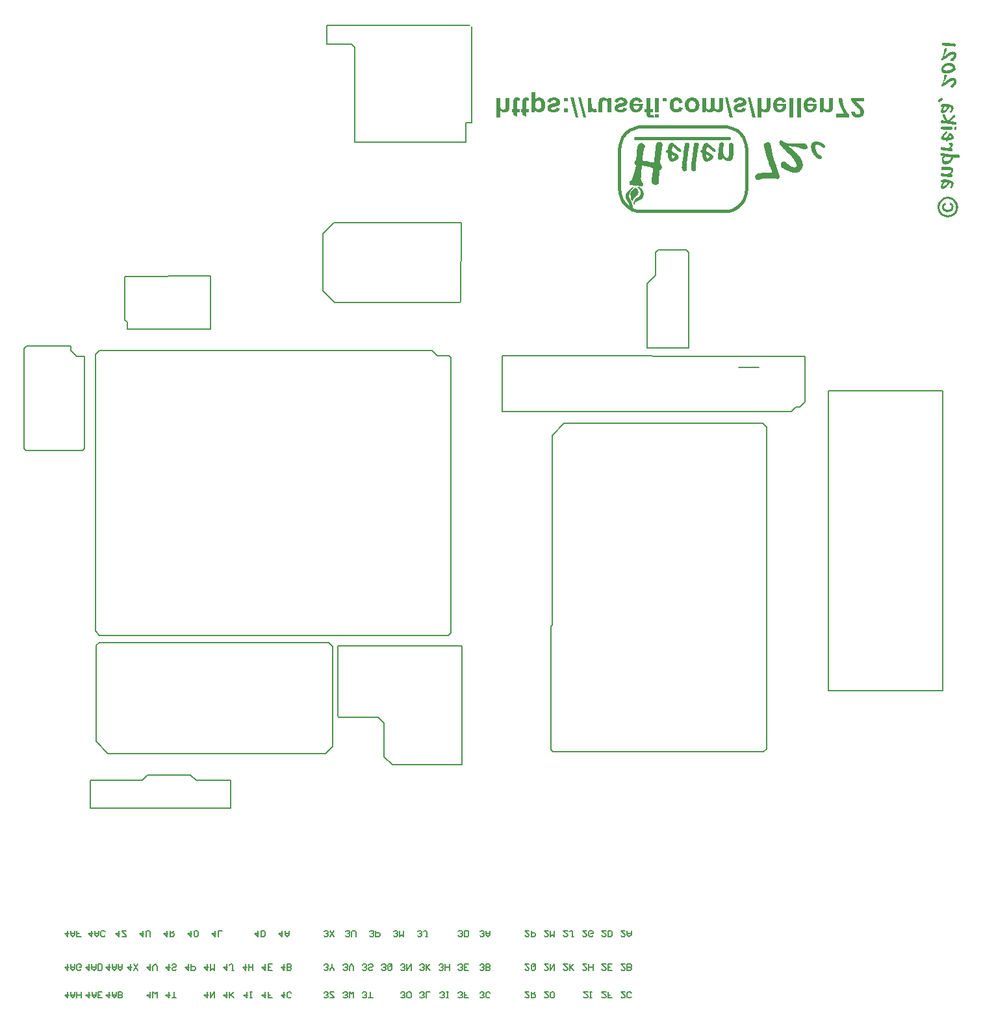
<source format=gbo>
G04*
G04 #@! TF.GenerationSoftware,Altium Limited,Altium Designer,20.2.7 (254)*
G04*
G04 Layer_Color=57008*
%FSLAX25Y25*%
%MOIN*%
G70*
G04*
G04 #@! TF.SameCoordinates,909EC702-1004-4479-AFEF-E13627B70E52*
G04*
G04*
G04 #@! TF.FilePolarity,Positive*
G04*
G01*
G75*
%ADD11C,0.01575*%
%ADD17C,0.00787*%
%ADD19C,0.00669*%
G36*
X506209Y510249D02*
X506363Y510171D01*
X506557Y510065D01*
X506792Y509930D01*
X506992Y509790D01*
X507153Y509678D01*
X507273Y509594D01*
X507313Y509565D01*
X507553Y509397D01*
X507754Y509257D01*
X508034Y509060D01*
X508229Y508954D01*
X508269Y508926D01*
X508423Y508848D01*
X508646Y508782D01*
X509085Y508683D01*
X509301Y508651D01*
X509483Y508613D01*
X509592Y508597D01*
X509626Y508603D01*
X510019Y508567D01*
X510417Y508497D01*
X510844Y508467D01*
X511231Y508465D01*
X511556Y508416D01*
X511800Y508424D01*
X511983Y508386D01*
X512051Y508398D01*
X512654Y508364D01*
X513217Y508358D01*
X513747Y508346D01*
X514270Y508368D01*
X514725Y508378D01*
X515146Y508382D01*
X515492Y508408D01*
X515839Y508434D01*
X516152Y508454D01*
X516430Y508468D01*
X516635Y508504D01*
X516811Y508500D01*
X517152Y508560D01*
X517533Y508592D01*
X517851Y508578D01*
X518142Y508524D01*
X518405Y508429D01*
X518593Y508357D01*
X518747Y508279D01*
X518827Y508223D01*
X518868Y508195D01*
X519120Y507958D01*
X519305Y507710D01*
X519455Y507455D01*
X519565Y507229D01*
X519635Y507030D01*
X519705Y506832D01*
X519723Y506730D01*
X519729Y506696D01*
X519721Y506343D01*
X519627Y506080D01*
X519418Y505868D01*
X519198Y505724D01*
X518943Y505573D01*
X518711Y505497D01*
X518506Y505461D01*
X518228Y505447D01*
X517863Y505523D01*
X517424Y505622D01*
X516979Y505754D01*
X516528Y505920D01*
X516157Y506031D01*
X516009Y506075D01*
X515929Y506131D01*
X515855Y506153D01*
X515821Y506147D01*
X515113Y506374D01*
X514486Y506544D01*
X514001Y506704D01*
X513596Y506809D01*
X513305Y506863D01*
X513089Y506895D01*
X512941Y506939D01*
X512907Y506933D01*
X509974Y507224D01*
X510600Y506667D01*
X511179Y506172D01*
X511718Y505705D01*
X512177Y505294D01*
X512596Y504911D01*
X512974Y504556D01*
X513307Y504263D01*
X513560Y504027D01*
X513812Y503790D01*
X514018Y503616D01*
X514151Y503463D01*
X514277Y503345D01*
X514363Y503255D01*
X514443Y503199D01*
X514490Y503137D01*
X514966Y502624D01*
X515369Y502132D01*
X515692Y501697D01*
X515968Y501325D01*
X516159Y501042D01*
X516303Y500821D01*
X516367Y500657D01*
X516407Y500629D01*
X516622Y500210D01*
X516796Y499819D01*
X516930Y499456D01*
X517065Y499093D01*
X517112Y498821D01*
X517189Y498589D01*
X517219Y498418D01*
X517225Y498384D01*
X517305Y497731D01*
X517271Y497127D01*
X517156Y496580D01*
X517030Y496101D01*
X516852Y495718D01*
X516729Y495416D01*
X516617Y495255D01*
X516561Y495175D01*
X516156Y494682D01*
X515733Y494291D01*
X515264Y493963D01*
X514811Y493742D01*
X514386Y493562D01*
X514051Y493468D01*
X513921Y493410D01*
X513751Y493380D01*
X513404Y493354D01*
X513051Y493362D01*
X512652Y493432D01*
X512213Y493530D01*
X511329Y493761D01*
X510462Y494100D01*
X509662Y494451D01*
X509319Y494601D01*
X509017Y494723D01*
X508782Y494858D01*
X508588Y494964D01*
X508473Y495014D01*
X508433Y495042D01*
X508199Y495176D01*
X508010Y495249D01*
X507856Y495327D01*
X507742Y495377D01*
X507628Y495427D01*
X507587Y495455D01*
X507125Y495690D01*
X506764Y495942D01*
X506505Y496213D01*
X506321Y496461D01*
X506177Y496682D01*
X506112Y496846D01*
X506054Y496977D01*
X506048Y497011D01*
X505986Y497562D01*
X506012Y497812D01*
X506044Y498029D01*
X506055Y498171D01*
X506099Y498319D01*
X506121Y498394D01*
X506115Y498428D01*
X506221Y498622D01*
X506333Y498782D01*
X506486Y498915D01*
X506610Y499007D01*
X506802Y499111D01*
X506905Y499129D01*
X507319Y499167D01*
X507706Y499165D01*
X507849Y499155D01*
X507957Y499139D01*
X508031Y499117D01*
X508065Y499123D01*
X508436Y499013D01*
X508704Y498884D01*
X508865Y498772D01*
X508905Y498744D01*
X509410Y498271D01*
X509903Y497866D01*
X510350Y497523D01*
X510757Y497208D01*
X511111Y496990D01*
X511466Y496771D01*
X511775Y496615D01*
X512043Y496487D01*
X512300Y496426D01*
X512488Y496354D01*
X512819Y496272D01*
X512995Y496268D01*
X513302Y496322D01*
X513500Y496392D01*
X513631Y496450D01*
X513761Y496508D01*
X513879Y496635D01*
X513907Y496675D01*
X513957Y496789D01*
X514002Y496937D01*
X513976Y497284D01*
X513980Y497461D01*
X513956Y497597D01*
X513938Y497699D01*
X513932Y497733D01*
X513825Y498136D01*
X513639Y498595D01*
X513425Y499014D01*
X513204Y499467D01*
X512962Y499846D01*
X512771Y500128D01*
X512679Y500253D01*
X512627Y500349D01*
X512587Y500377D01*
X512581Y500411D01*
X512160Y501004D01*
X511711Y501558D01*
X511314Y502015D01*
X510958Y502444D01*
X510653Y502776D01*
X510401Y503013D01*
X510234Y503159D01*
X510188Y503221D01*
X509477Y503869D01*
X508840Y504494D01*
X508282Y505064D01*
X507771Y505571D01*
X507380Y505994D01*
X507076Y506326D01*
X506950Y506445D01*
X506898Y506541D01*
X506823Y506563D01*
X506817Y506597D01*
X506334Y507144D01*
X505972Y507608D01*
X505695Y507980D01*
X505499Y508297D01*
X505389Y508524D01*
X505331Y508654D01*
X505278Y508750D01*
X505272Y508784D01*
X505234Y509199D01*
X505317Y509530D01*
X505389Y509718D01*
X505411Y509792D01*
X505613Y510039D01*
X505834Y510183D01*
X506032Y510253D01*
X506100Y510265D01*
X506209Y510249D01*
D02*
G37*
G36*
X443955Y509316D02*
X444197Y509281D01*
X444543Y509143D01*
X444682Y509074D01*
X444785Y509039D01*
X444820Y508970D01*
X444855D01*
X444993Y508797D01*
X445131Y508624D01*
X445235Y508278D01*
X445270Y508139D01*
X445304Y508036D01*
Y507966D01*
Y507932D01*
Y507828D01*
X445270Y507655D01*
Y507447D01*
X445235Y507205D01*
X445166Y506617D01*
X445062Y505994D01*
X444958Y505371D01*
X444924Y505095D01*
X444889Y504852D01*
X444855Y504645D01*
Y504472D01*
X444820Y504368D01*
Y504333D01*
X444751Y503745D01*
X444682Y503226D01*
X444612Y502707D01*
X444543Y502292D01*
X444474Y501877D01*
X444439Y501531D01*
X444405Y501219D01*
X444370Y500943D01*
X444336Y500700D01*
X444301Y500493D01*
X444266Y500320D01*
Y500181D01*
X444232Y500043D01*
Y499974D01*
X444128Y498175D01*
X444232Y498140D01*
X444336Y498071D01*
X444509Y497829D01*
X444647Y497621D01*
X444682Y497552D01*
Y497517D01*
X444855Y497033D01*
X444958Y496652D01*
X444993Y496514D01*
Y496410D01*
Y496375D01*
Y496341D01*
X444958Y495960D01*
X444855Y495683D01*
X444716Y495476D01*
X444682Y495441D01*
Y495407D01*
X444578Y495268D01*
X444474Y495164D01*
X444266Y495026D01*
X444128Y494991D01*
X444059D01*
X443817Y495026D01*
Y494853D01*
X443782Y494645D01*
Y494369D01*
X443747Y494092D01*
X443713Y493815D01*
Y493573D01*
X443678Y493434D01*
Y493365D01*
X443609Y492708D01*
X443574Y492120D01*
X443505Y491566D01*
X443471Y491082D01*
X443436Y490632D01*
X443401Y490251D01*
Y489940D01*
X443367Y489628D01*
Y489386D01*
Y489179D01*
X443332Y489006D01*
Y488867D01*
Y488694D01*
Y488660D01*
X443298Y488417D01*
X443263Y488210D01*
X443090Y487864D01*
X442917Y487656D01*
X442882Y487587D01*
X442848D01*
X442675Y487449D01*
X442467Y487379D01*
X442121Y487241D01*
X441948D01*
X441810Y487206D01*
X441706D01*
X441429Y487241D01*
X441152Y487276D01*
X440910Y487379D01*
X440703Y487483D01*
X440530Y487587D01*
X440391Y487656D01*
X440322Y487725D01*
X440287Y487760D01*
X440080Y487968D01*
X439941Y488175D01*
X439838Y488383D01*
X439768Y488590D01*
X439734Y488763D01*
X439699Y488867D01*
Y488971D01*
Y489006D01*
Y489213D01*
X439734Y489490D01*
X439768Y490078D01*
X439838Y490736D01*
X439941Y491393D01*
X440045Y492016D01*
X440080Y492293D01*
X440114Y492500D01*
X440149Y492708D01*
Y492846D01*
X440184Y492950D01*
Y492985D01*
X440287Y493711D01*
X440391Y494299D01*
X440460Y494784D01*
X440495Y495164D01*
X440530Y495441D01*
X440564Y495649D01*
Y495753D01*
Y495787D01*
X440149Y495960D01*
X439734Y496099D01*
X438800Y496375D01*
X437865Y496618D01*
X436931Y496791D01*
X436516Y496894D01*
X436135Y496964D01*
X435755Y497033D01*
X435478Y497067D01*
X435201Y497102D01*
X435028Y497137D01*
X434890Y497171D01*
X434855D01*
X434717Y496375D01*
X434613Y495510D01*
X434544Y494645D01*
X434509Y493780D01*
X434475Y493400D01*
Y493019D01*
X434440Y492673D01*
Y492396D01*
Y492154D01*
Y491981D01*
Y491877D01*
Y491843D01*
X434405Y491497D01*
X434336Y491185D01*
X434267Y490909D01*
X434228Y490830D01*
X434454Y489546D01*
X434655Y488805D01*
X435220Y488409D01*
X435324Y488216D01*
X435349Y488079D01*
X435340Y487724D01*
X435268Y486934D01*
X435211Y486853D01*
X434961Y486668D01*
X434687Y486619D01*
X428696Y487330D01*
X428454Y487499D01*
X428350Y487693D01*
X428358Y488048D01*
X428398Y488620D01*
X428463Y489055D01*
X428519Y489136D01*
X428769Y489322D01*
X429213Y489612D01*
X429584Y490313D01*
X430213Y491555D01*
X431036Y494103D01*
X431439Y496223D01*
X431582Y496956D01*
X431603Y497102D01*
Y497275D01*
X431637Y497379D01*
Y497413D01*
Y497448D01*
X431395Y497552D01*
X431222Y497690D01*
X431118Y497829D01*
X431084Y497863D01*
Y497898D01*
X430980Y498175D01*
X430911Y498417D01*
X430876Y498624D01*
Y498659D01*
Y498694D01*
X430911Y498970D01*
X431049Y499247D01*
X431153Y499455D01*
X431188Y499524D01*
Y499559D01*
X431291Y499732D01*
X431395Y499835D01*
X431603Y499974D01*
X431741Y500043D01*
X431776D01*
Y500147D01*
Y500251D01*
X431810Y500597D01*
X431845Y501012D01*
X431880Y501427D01*
X431914Y501842D01*
X431949Y502188D01*
Y502292D01*
X431983Y502396D01*
Y502465D01*
Y502500D01*
X432018Y502949D01*
X432053Y503399D01*
X432087Y503780D01*
X432122Y504126D01*
X432156Y504749D01*
X432191Y505233D01*
X432226Y505579D01*
X432260Y505821D01*
Y505994D01*
Y506029D01*
X432295Y506513D01*
X432399Y506928D01*
X432502Y507309D01*
X432641Y507620D01*
X432779Y507897D01*
X432952Y508105D01*
X433125Y508312D01*
X433333Y508451D01*
X433679Y508658D01*
X433990Y508762D01*
X434198Y508797D01*
X434267D01*
X434475Y508762D01*
X434717Y508693D01*
X435132Y508485D01*
X435305Y508382D01*
X435443Y508278D01*
X435547Y508209D01*
X435582Y508174D01*
X435859Y507932D01*
X436032Y507724D01*
X436170Y507517D01*
X436274Y507378D01*
X436343Y507240D01*
X436378Y507136D01*
Y507101D01*
Y507067D01*
Y506790D01*
X436343Y506617D01*
X436308Y506548D01*
X436274Y506513D01*
X436170Y506409D01*
X436066Y506306D01*
X435928Y506271D01*
X435893Y506236D01*
X435789Y505787D01*
X435686Y505268D01*
X435616Y504749D01*
X435513Y504195D01*
X435443Y503711D01*
X435374Y503330D01*
X435340Y503157D01*
X435305Y503053D01*
Y502984D01*
Y502949D01*
X435236Y502534D01*
X435201Y502154D01*
X435132Y501531D01*
X435063Y500977D01*
X434994Y500597D01*
X434959Y500285D01*
X434924Y500078D01*
Y499974D01*
Y499939D01*
X436135Y499628D01*
X437277Y499386D01*
X438281Y499143D01*
X438765Y499074D01*
X439180Y498970D01*
X439561Y498901D01*
X439907Y498832D01*
X440184Y498797D01*
X440460Y498728D01*
X440633Y498694D01*
X440806D01*
X440876Y498659D01*
X440910D01*
X440945Y498867D01*
X440979Y499178D01*
X441014Y499524D01*
X441049Y499905D01*
X441083Y500251D01*
X441118Y500527D01*
X441152Y500735D01*
Y500770D01*
Y500804D01*
X441291Y501773D01*
X441395Y502638D01*
X441464Y503399D01*
X441568Y504091D01*
X441637Y504679D01*
X441671Y505198D01*
X441706Y505648D01*
X441775Y505994D01*
Y506340D01*
X441810Y506582D01*
Y506790D01*
X441844Y506928D01*
Y507032D01*
Y507101D01*
Y507171D01*
X441879Y507517D01*
X441914Y507828D01*
X441983Y508105D01*
X442087Y508347D01*
X442190Y508520D01*
X442260Y508658D01*
X442294Y508728D01*
X442329Y508762D01*
X442536Y508970D01*
X442779Y509108D01*
X442986Y509212D01*
X443228Y509281D01*
X443401Y509316D01*
X443574Y509350D01*
X443713D01*
X443955Y509316D01*
D02*
G37*
G36*
X499706Y509067D02*
X499889Y509029D01*
X499997Y509013D01*
X500077Y508957D01*
X500111Y508963D01*
X500306Y508857D01*
X500466Y508745D01*
X500598Y508592D01*
X500690Y508468D01*
X500795Y508276D01*
X500807Y508208D01*
X500813Y508173D01*
X500975Y507253D01*
X501125Y506401D01*
X501257Y505652D01*
X501405Y505011D01*
X501496Y504499D01*
X501532Y504295D01*
X501562Y504125D01*
X501586Y503988D01*
X501604Y503886D01*
X501610Y503852D01*
X501616Y503818D01*
X501764Y503176D01*
X501866Y502597D01*
X501990Y502092D01*
X502103Y501655D01*
X502203Y501286D01*
X502285Y501020D01*
X502343Y500889D01*
X502355Y500821D01*
X502437Y500555D01*
X502559Y500260D01*
X502654Y499925D01*
X502788Y499563D01*
X503062Y498803D01*
X503309Y498003D01*
X503577Y497277D01*
X503671Y496943D01*
X503753Y496676D01*
X503864Y496450D01*
X503894Y496279D01*
X503952Y496149D01*
X503958Y496115D01*
X504162Y495554D01*
X504308Y495123D01*
X504402Y494788D01*
X504513Y494561D01*
X504543Y494391D01*
X504595Y494295D01*
X504607Y494227D01*
X504665Y494097D01*
X504735Y493898D01*
X504875Y493501D01*
X504946Y493303D01*
X504976Y493132D01*
X505028Y493036D01*
X505034Y493002D01*
X505156Y492707D01*
X505232Y492475D01*
X505296Y492310D01*
X505320Y492174D01*
X505366Y492112D01*
X505372Y492078D01*
X505378Y492044D01*
X505420Y491806D01*
X505382Y491623D01*
X505306Y491258D01*
X505262Y491110D01*
X505212Y490996D01*
X505184Y490956D01*
X505156Y490916D01*
X505009Y490749D01*
X504897Y490589D01*
X504608Y490433D01*
X504416Y490328D01*
X504177Y490286D01*
X503995Y490324D01*
X503534Y490349D01*
X503318Y490381D01*
X503141Y490385D01*
X502993Y490429D01*
X502959Y490423D01*
X501740Y490559D01*
X501171Y490599D01*
X500676Y490618D01*
X500249Y490648D01*
X499902Y490622D01*
X499686Y490654D01*
X499618Y490642D01*
X499020Y490642D01*
X498531Y490626D01*
X498116Y490588D01*
X497736Y490556D01*
X497457Y490542D01*
X496946Y490452D01*
X496713Y490376D01*
X496208Y490251D01*
X495970Y490209D01*
X495771Y490139D01*
X495601Y490109D01*
X495300Y490021D01*
X495062Y489979D01*
X494863Y489909D01*
X494454Y489837D01*
X494244Y489835D01*
X494033Y489833D01*
X493703Y489915D01*
X493468Y490049D01*
X493428Y490077D01*
X493388Y490105D01*
X493222Y490252D01*
X493118Y490444D01*
X492909Y490829D01*
X492879Y490999D01*
X492821Y491130D01*
X492803Y491232D01*
X492797Y491266D01*
X492789Y491511D01*
X492821Y491727D01*
X493034Y492116D01*
X493112Y492270D01*
X493236Y492362D01*
X493292Y492443D01*
X493320Y492483D01*
X493569Y492667D01*
X493823Y492817D01*
X494277Y493038D01*
X494475Y493108D01*
X494639Y493172D01*
X495559Y493334D01*
X496287Y493392D01*
X496906Y493466D01*
X497463Y493494D01*
X497884Y493498D01*
X498197Y493518D01*
X498414Y493486D01*
X498482Y493498D01*
X499193Y493448D01*
X499830Y493420D01*
X500388Y493448D01*
X500809Y493452D01*
X501189Y493484D01*
X501434Y493492D01*
X501638Y493528D01*
X501620Y493630D01*
X501556Y493794D01*
X501520Y493999D01*
X501444Y494231D01*
X501252Y494724D01*
X501047Y495286D01*
X500855Y495779D01*
X500779Y496011D01*
X500709Y496210D01*
X500639Y496408D01*
X500581Y496538D01*
X500534Y496600D01*
X500528Y496634D01*
X500190Y497559D01*
X499863Y498415D01*
X499583Y499208D01*
X499354Y499906D01*
X499266Y500206D01*
X499150Y500467D01*
X499074Y500700D01*
X499038Y500904D01*
X498974Y501068D01*
X498922Y501164D01*
X498910Y501233D01*
X498904Y501267D01*
X498803Y501636D01*
X498703Y502004D01*
X498533Y502572D01*
X498415Y503043D01*
X498315Y503411D01*
X498233Y503678D01*
X498202Y503848D01*
X498184Y503951D01*
X498178Y503985D01*
X498154Y504121D01*
X498084Y504319D01*
X497972Y504756D01*
X497896Y504989D01*
X497860Y505193D01*
X497802Y505324D01*
X497796Y505358D01*
X497619Y505959D01*
X497501Y506430D01*
X497395Y506833D01*
X497335Y507174D01*
X497259Y507406D01*
X497235Y507543D01*
X497217Y507645D01*
X497211Y507679D01*
X497221Y507821D01*
X497231Y507963D01*
X497393Y508238D01*
X497534Y508438D01*
X497556Y508513D01*
X497590Y508519D01*
X497963Y508795D01*
X498353Y508969D01*
X498524Y508999D01*
X498654Y509058D01*
X498756Y509076D01*
X499279Y509098D01*
X499524Y509106D01*
X499706Y509067D01*
D02*
G37*
G36*
X432147Y485394D02*
X432574Y484975D01*
X432889Y484394D01*
X433034Y483572D01*
X432711Y482596D01*
X432147Y481790D01*
X431453Y481314D01*
X430921Y480726D01*
X430243Y479758D01*
X430009Y479081D01*
X430001Y478726D01*
X429518Y479065D01*
X429332Y479315D01*
X429107Y480194D01*
X428962Y481016D01*
X428921Y481645D01*
X428833Y482548D01*
X429099Y483443D01*
X429776Y484411D01*
X430478Y485241D01*
X430922Y485531D01*
X431583Y485789D01*
X432147Y485394D01*
D02*
G37*
G36*
X433365Y486104D02*
X434735Y485144D01*
X435211Y484450D01*
X435550Y483733D01*
X435695Y482910D01*
X435703Y482063D01*
X435299Y481144D01*
X434961Y480661D01*
X434372Y479991D01*
X433654Y479653D01*
X432936Y479314D01*
X432219Y478976D01*
X431638Y478661D01*
X431186Y478016D01*
X430928Y477476D01*
X430783Y477097D01*
X430517Y477404D01*
X430501Y477895D01*
X430566Y478331D01*
X430743Y478928D01*
X431058Y479548D01*
X431533Y480056D01*
X432033Y480427D01*
X432784Y480983D01*
X433558Y481403D01*
X433896Y481886D01*
X434017Y482402D01*
X434114Y483055D01*
X434050Y483822D01*
X433477Y485063D01*
X432357Y486208D01*
X432550Y486313D01*
X433365Y486104D01*
D02*
G37*
G36*
X430539Y486100D02*
X430357Y485927D01*
X429768Y485257D01*
X429035Y484209D01*
X428607Y483427D01*
X428260Y482589D01*
X428050Y481774D01*
X428091Y481145D01*
X428607Y479823D01*
X429259Y478525D01*
X429808Y477420D01*
X430106Y476130D01*
X430219Y475090D01*
X430065Y474356D01*
X429823Y473324D01*
X429412Y473251D01*
X429476Y473687D01*
X429283Y474783D01*
X428977Y475719D01*
X428534Y476630D01*
X427719Y478041D01*
X427091Y479202D01*
X426518Y480444D01*
X426438Y481702D01*
X426849Y482976D01*
X427277Y483758D01*
X428261Y484992D01*
X429373Y485894D01*
X430297Y486269D01*
X430539Y486100D01*
D02*
G37*
G36*
X524648Y509479D02*
X525179Y509387D01*
X525686Y509248D01*
X526170Y509087D01*
X526585Y508949D01*
X526747Y508880D01*
X526908Y508810D01*
X527023Y508741D01*
X527116Y508718D01*
X527162Y508672D01*
X527185D01*
X527485Y508511D01*
X527738Y508349D01*
X527969Y508188D01*
X528176Y508049D01*
X528338Y507888D01*
X528476Y507750D01*
X528591Y507634D01*
X528684Y507496D01*
X528799Y507288D01*
X528868Y507104D01*
X528891Y507012D01*
Y506966D01*
X528868Y506873D01*
X528845Y506781D01*
X528753Y506620D01*
X528638Y506527D01*
X528615Y506481D01*
X528591D01*
X528361Y506366D01*
X528153Y506297D01*
X528038Y506274D01*
X527900D01*
X527738Y506297D01*
X527577Y506389D01*
X527392Y506481D01*
X527208Y506620D01*
X527046Y506735D01*
X526931Y506850D01*
X526839Y506943D01*
X526816Y506966D01*
X526724Y507058D01*
X526631Y507150D01*
X526516Y507242D01*
X526447Y507288D01*
X526424Y507311D01*
X526355Y507358D01*
X526286Y507381D01*
X526239Y507404D01*
X526216Y507427D01*
X525870Y507611D01*
X525571Y507750D01*
X525294Y507842D01*
X525086Y507911D01*
X524902Y507957D01*
X524763Y507980D01*
X524648D01*
X524487Y507957D01*
X524325Y507934D01*
X524210Y507888D01*
X524118Y507842D01*
X524003Y507750D01*
X523956Y507703D01*
X523887Y507588D01*
X523841Y507427D01*
X523795Y507104D01*
X523772Y506966D01*
Y506850D01*
Y506758D01*
Y506735D01*
X523795Y506205D01*
X523887Y505697D01*
X524003Y505236D01*
X524141Y504821D01*
X524256Y504475D01*
X524325Y504314D01*
X524371Y504198D01*
X524418Y504106D01*
X524464Y504037D01*
X524487Y503991D01*
Y503968D01*
X524625Y503737D01*
X524787Y503507D01*
X524925Y503322D01*
X525086Y503161D01*
X525386Y502884D01*
X525663Y502700D01*
X525916Y502561D01*
X526101Y502469D01*
X526239Y502423D01*
X526286D01*
X526516Y502330D01*
X526700Y502192D01*
X526816Y502008D01*
X526908Y501800D01*
X526954Y501616D01*
X527000Y501454D01*
Y501339D01*
Y501293D01*
X526954Y500993D01*
X526839Y500785D01*
X526700Y500624D01*
X526516Y500532D01*
X526332Y500463D01*
X526193Y500440D01*
X526078Y500417D01*
X526032D01*
X525847Y500440D01*
X525663Y500509D01*
X525432Y500624D01*
X525225Y500716D01*
X525040Y500832D01*
X524879Y500947D01*
X524787Y501016D01*
X524740Y501039D01*
X524441Y501270D01*
X524141Y501523D01*
X523887Y501777D01*
X523657Y502008D01*
X523449Y502215D01*
X523311Y502377D01*
X523218Y502469D01*
X523195Y502515D01*
X522896Y502907D01*
X522642Y503299D01*
X522411Y503691D01*
X522204Y504083D01*
X522042Y504475D01*
X521904Y504867D01*
X521789Y505213D01*
X521697Y505559D01*
X521627Y505882D01*
X521581Y506181D01*
X521535Y506435D01*
X521512Y506666D01*
Y506827D01*
X521489Y506966D01*
Y507058D01*
Y507081D01*
X521512Y507496D01*
X521604Y507865D01*
X521697Y508165D01*
X521835Y508441D01*
X521950Y508626D01*
X522065Y508787D01*
X522135Y508880D01*
X522158Y508903D01*
X522434Y509110D01*
X522757Y509272D01*
X523080Y509364D01*
X523403Y509456D01*
X523680Y509502D01*
X523933Y509525D01*
X524141D01*
X524648Y509479D01*
D02*
G37*
G36*
X467877Y508887D02*
X468015Y508841D01*
X468153Y508772D01*
X468338Y508680D01*
X468707Y508426D01*
X469122Y508150D01*
X469491Y507896D01*
X469652Y507758D01*
X469814Y507642D01*
X469929Y507550D01*
X470021Y507481D01*
X470090Y507435D01*
X470113Y507412D01*
X470252Y507296D01*
X470344Y507227D01*
X470390Y507181D01*
X470413D01*
X470805Y506881D01*
X471151Y506605D01*
X471451Y506328D01*
X471704Y506097D01*
X471935Y505890D01*
X472096Y505682D01*
X472258Y505521D01*
X472373Y505359D01*
X472466Y505221D01*
X472535Y505106D01*
X472627Y504944D01*
X472650Y504829D01*
Y504806D01*
X472627Y504598D01*
X472535Y504437D01*
X472419Y504322D01*
X472281Y504229D01*
X472120Y504183D01*
X472004Y504160D01*
X471889D01*
X471681Y504206D01*
X471497Y504276D01*
X471359Y504345D01*
X471336Y504391D01*
X471313D01*
X471174Y504506D01*
X470990Y504668D01*
X470782Y504875D01*
X470575Y505083D01*
X470390Y505267D01*
X470229Y505429D01*
X470113Y505544D01*
X470067Y505590D01*
X469860Y505797D01*
X469675Y505982D01*
X469491Y506166D01*
X469329Y506305D01*
X469053Y506512D01*
X468822Y506651D01*
X468661Y506743D01*
X468545Y506789D01*
X468476Y506812D01*
X468453D01*
X468361Y506789D01*
X468269Y506720D01*
X468199Y506651D01*
X468130Y506535D01*
X468061Y506443D01*
X468038Y506374D01*
X467992Y506305D01*
Y506282D01*
X467877Y505867D01*
X467830Y505659D01*
X467807Y505452D01*
Y505290D01*
X467784Y505152D01*
Y505060D01*
Y505036D01*
Y504529D01*
X467830Y504506D01*
X467900Y504460D01*
X468084Y504345D01*
X468338Y504206D01*
X468591Y504045D01*
X468845Y503906D01*
X469053Y503791D01*
X469145Y503745D01*
X469214Y503699D01*
X469237Y503676D01*
X469260D01*
X469491Y503538D01*
X469698Y503422D01*
X470067Y503215D01*
X470344Y503053D01*
X470528Y502915D01*
X470690Y502846D01*
X470759Y502777D01*
X470805Y502731D01*
X470828D01*
X470990Y502546D01*
X471105Y502408D01*
X471174Y502292D01*
X471197Y502246D01*
X471243Y502131D01*
X471266Y502016D01*
X471289Y501739D01*
X471313Y501624D01*
Y501531D01*
Y501462D01*
Y501439D01*
X471289Y501255D01*
X471220Y501070D01*
X471105Y500909D01*
X471013Y500747D01*
X470897Y500609D01*
X470782Y500494D01*
X470713Y500424D01*
X470690Y500401D01*
X470459Y500194D01*
X470206Y500009D01*
X469952Y499848D01*
X469721Y499733D01*
X469514Y499617D01*
X469352Y499548D01*
X469260Y499502D01*
X469214Y499479D01*
X468891Y499364D01*
X468568Y499271D01*
X468246Y499225D01*
X467969Y499179D01*
X467738Y499156D01*
X467554Y499133D01*
X467392D01*
X467254Y499156D01*
X467116Y499248D01*
X467000Y499341D01*
X466862Y499479D01*
X466770Y499594D01*
X466677Y499710D01*
X466631Y499802D01*
X466608Y499825D01*
X466447Y500079D01*
X466308Y500355D01*
X466193Y500632D01*
X466101Y500909D01*
X466032Y501139D01*
X465963Y501324D01*
X465940Y501439D01*
X465916Y501462D01*
Y501485D01*
X465824Y501854D01*
X465778Y502223D01*
X465732Y502569D01*
X465686Y502892D01*
Y503169D01*
X465663Y503399D01*
Y503538D01*
Y503561D01*
Y503584D01*
X465501Y503653D01*
X465340Y503722D01*
X465248Y503791D01*
X465156Y503860D01*
X465086Y503906D01*
X465040Y503953D01*
X465017Y503976D01*
X464948Y504137D01*
X464902Y504345D01*
X464879Y504437D01*
Y504506D01*
Y504552D01*
Y504575D01*
X464902Y504714D01*
X464948Y504829D01*
X464971Y504921D01*
X464994Y504967D01*
X465086Y505083D01*
X465178Y505152D01*
X465248Y505175D01*
X465271D01*
X465455Y505152D01*
X465594Y505129D01*
X465686Y505106D01*
X465709D01*
Y505475D01*
X465732Y505959D01*
X465801Y506397D01*
X465893Y506812D01*
X466009Y507158D01*
X466101Y507435D01*
X466193Y507665D01*
X466262Y507804D01*
X466285Y507827D01*
Y507850D01*
X466401Y508034D01*
X466516Y508196D01*
X466770Y508472D01*
X467023Y508657D01*
X467254Y508772D01*
X467461Y508864D01*
X467646Y508887D01*
X467738Y508911D01*
X467784D01*
X467877Y508887D01*
D02*
G37*
G36*
X450143D02*
X450282Y508841D01*
X450420Y508772D01*
X450605Y508680D01*
X450974Y508426D01*
X451389Y508150D01*
X451758Y507896D01*
X451919Y507758D01*
X452080Y507642D01*
X452196Y507550D01*
X452288Y507481D01*
X452357Y507435D01*
X452380Y507412D01*
X452519Y507296D01*
X452611Y507227D01*
X452657Y507181D01*
X452680D01*
X453072Y506881D01*
X453418Y506605D01*
X453718Y506328D01*
X453971Y506097D01*
X454202Y505890D01*
X454363Y505682D01*
X454525Y505521D01*
X454640Y505359D01*
X454732Y505221D01*
X454802Y505106D01*
X454894Y504944D01*
X454917Y504829D01*
Y504806D01*
X454894Y504598D01*
X454802Y504437D01*
X454686Y504322D01*
X454548Y504229D01*
X454386Y504183D01*
X454271Y504160D01*
X454156D01*
X453948Y504206D01*
X453764Y504276D01*
X453625Y504345D01*
X453602Y504391D01*
X453579D01*
X453441Y504506D01*
X453257Y504668D01*
X453049Y504875D01*
X452841Y505083D01*
X452657Y505267D01*
X452495Y505429D01*
X452380Y505544D01*
X452334Y505590D01*
X452127Y505797D01*
X451942Y505982D01*
X451758Y506166D01*
X451596Y506305D01*
X451320Y506512D01*
X451089Y506651D01*
X450927Y506743D01*
X450812Y506789D01*
X450743Y506812D01*
X450720D01*
X450628Y506789D01*
X450535Y506720D01*
X450466Y506651D01*
X450397Y506535D01*
X450328Y506443D01*
X450305Y506374D01*
X450259Y506305D01*
Y506282D01*
X450143Y505867D01*
X450097Y505659D01*
X450074Y505452D01*
Y505290D01*
X450051Y505152D01*
Y505060D01*
Y505036D01*
Y504529D01*
X450097Y504506D01*
X450167Y504460D01*
X450351Y504345D01*
X450605Y504206D01*
X450858Y504045D01*
X451112Y503906D01*
X451320Y503791D01*
X451412Y503745D01*
X451481Y503699D01*
X451504Y503676D01*
X451527D01*
X451758Y503538D01*
X451965Y503422D01*
X452334Y503215D01*
X452611Y503053D01*
X452795Y502915D01*
X452957Y502846D01*
X453026Y502777D01*
X453072Y502731D01*
X453095D01*
X453257Y502546D01*
X453372Y502408D01*
X453441Y502292D01*
X453464Y502246D01*
X453510Y502131D01*
X453533Y502016D01*
X453556Y501739D01*
X453579Y501624D01*
Y501531D01*
Y501462D01*
Y501439D01*
X453556Y501255D01*
X453487Y501070D01*
X453372Y500909D01*
X453280Y500747D01*
X453164Y500609D01*
X453049Y500494D01*
X452980Y500424D01*
X452957Y500401D01*
X452726Y500194D01*
X452472Y500009D01*
X452219Y499848D01*
X451988Y499733D01*
X451781Y499617D01*
X451619Y499548D01*
X451527Y499502D01*
X451481Y499479D01*
X451158Y499364D01*
X450835Y499271D01*
X450512Y499225D01*
X450236Y499179D01*
X450005Y499156D01*
X449821Y499133D01*
X449659D01*
X449521Y499156D01*
X449382Y499248D01*
X449267Y499341D01*
X449129Y499479D01*
X449037Y499594D01*
X448944Y499710D01*
X448898Y499802D01*
X448875Y499825D01*
X448714Y500079D01*
X448575Y500355D01*
X448460Y500632D01*
X448368Y500909D01*
X448299Y501139D01*
X448229Y501324D01*
X448206Y501439D01*
X448183Y501462D01*
Y501485D01*
X448091Y501854D01*
X448045Y502223D01*
X447999Y502569D01*
X447953Y502892D01*
Y503169D01*
X447930Y503399D01*
Y503538D01*
Y503561D01*
Y503584D01*
X447768Y503653D01*
X447607Y503722D01*
X447515Y503791D01*
X447422Y503860D01*
X447353Y503906D01*
X447307Y503953D01*
X447284Y503976D01*
X447215Y504137D01*
X447169Y504345D01*
X447146Y504437D01*
Y504506D01*
Y504552D01*
Y504575D01*
X447169Y504714D01*
X447215Y504829D01*
X447238Y504921D01*
X447261Y504967D01*
X447353Y505083D01*
X447445Y505152D01*
X447515Y505175D01*
X447538D01*
X447722Y505152D01*
X447860Y505129D01*
X447953Y505106D01*
X447976D01*
Y505475D01*
X447999Y505959D01*
X448068Y506397D01*
X448160Y506812D01*
X448276Y507158D01*
X448368Y507435D01*
X448460Y507665D01*
X448529Y507804D01*
X448552Y507827D01*
Y507850D01*
X448668Y508034D01*
X448783Y508196D01*
X449037Y508472D01*
X449290Y508657D01*
X449521Y508772D01*
X449728Y508864D01*
X449913Y508887D01*
X450005Y508911D01*
X450051D01*
X450143Y508887D01*
D02*
G37*
G36*
X476040Y509072D02*
X476247Y509003D01*
X476386Y508934D01*
X476409Y508911D01*
X476432D01*
X476524Y508841D01*
X476616Y508749D01*
X476685Y508588D01*
X476732Y508472D01*
Y508449D01*
Y508426D01*
Y508334D01*
Y508196D01*
X476685Y507919D01*
X476662Y507596D01*
X476616Y507250D01*
X476570Y506951D01*
X476547Y506674D01*
X476524Y506581D01*
X476501Y506512D01*
Y506466D01*
Y506443D01*
X476432Y505982D01*
X476386Y505613D01*
X476363Y505313D01*
X476340Y505083D01*
X476316Y504921D01*
Y504806D01*
Y504760D01*
Y504737D01*
X476340Y504368D01*
X476363Y504022D01*
X476409Y503699D01*
X476478Y503422D01*
X476547Y503215D01*
X476593Y503030D01*
X476616Y502938D01*
X476639Y502892D01*
X476778Y502592D01*
X476916Y502339D01*
X477077Y502085D01*
X477216Y501900D01*
X477354Y501739D01*
X477469Y501624D01*
X477539Y501554D01*
X477562Y501531D01*
X477769Y501347D01*
X477977Y501232D01*
X478161Y501139D01*
X478323Y501070D01*
X478438Y501024D01*
X478553Y501001D01*
X478622D01*
X478761Y501047D01*
X478899Y501139D01*
X478992Y501301D01*
X479084Y501485D01*
X479176Y501739D01*
X479222Y501993D01*
X479337Y502569D01*
X479384Y503169D01*
X479406Y503422D01*
Y503676D01*
X479430Y503860D01*
Y504022D01*
Y504114D01*
Y504160D01*
Y504345D01*
Y504529D01*
X479406Y504668D01*
Y504714D01*
Y504737D01*
Y504875D01*
Y504944D01*
Y504990D01*
Y505013D01*
Y505221D01*
Y505475D01*
X479384Y505751D01*
Y506028D01*
Y506305D01*
X479360Y506512D01*
Y506605D01*
Y506674D01*
Y506697D01*
Y506720D01*
Y507043D01*
X479337Y507296D01*
Y507504D01*
Y507642D01*
Y507758D01*
Y507850D01*
Y507873D01*
Y507896D01*
X479360Y508034D01*
X479384Y508173D01*
X479522Y508357D01*
X479637Y508496D01*
X479660Y508519D01*
X479683Y508542D01*
X479960Y508680D01*
X480260Y508749D01*
X480375D01*
X480467Y508772D01*
X480560D01*
X480744Y508749D01*
X480929Y508726D01*
X481067Y508680D01*
X481205Y508611D01*
X481320Y508542D01*
X481413Y508496D01*
X481459Y508472D01*
X481482Y508449D01*
X481620Y508311D01*
X481713Y508173D01*
X481805Y508057D01*
X481851Y507919D01*
X481874Y507827D01*
X481897Y507734D01*
Y507688D01*
Y507665D01*
Y507527D01*
X481874Y507342D01*
X481851Y506951D01*
X481828Y506766D01*
Y506605D01*
X481805Y506512D01*
Y506466D01*
X481782Y506143D01*
Y505867D01*
X481759Y505636D01*
Y505429D01*
X481736Y505290D01*
Y505198D01*
Y505129D01*
Y505106D01*
X481713Y504552D01*
X481690Y504068D01*
X481666Y503630D01*
X481643Y503215D01*
X481620Y502869D01*
X481597Y502546D01*
X481551Y502269D01*
X481528Y502039D01*
X481505Y501831D01*
X481482Y501670D01*
X481459Y501531D01*
X481436Y501416D01*
X481413Y501324D01*
Y501278D01*
X481390Y501232D01*
X481274Y500932D01*
X481159Y500655D01*
X481044Y500424D01*
X480905Y500240D01*
X480813Y500079D01*
X480721Y499986D01*
X480652Y499917D01*
X480629Y499894D01*
X480444Y499733D01*
X480237Y499617D01*
X480052Y499548D01*
X479868Y499479D01*
X479706Y499456D01*
X479568Y499433D01*
X479453D01*
X479130Y499456D01*
X478807Y499502D01*
X478507Y499594D01*
X478230Y499687D01*
X478023Y499779D01*
X477839Y499871D01*
X477746Y499917D01*
X477700Y499940D01*
X477400Y500148D01*
X477101Y500378D01*
X476847Y500632D01*
X476639Y500863D01*
X476455Y501070D01*
X476316Y501232D01*
X476224Y501347D01*
X476201Y501393D01*
X476155Y501139D01*
X476109Y500909D01*
X476040Y500724D01*
X475994Y500586D01*
X475924Y500471D01*
X475878Y500401D01*
X475855Y500355D01*
X475832Y500332D01*
X475717Y500217D01*
X475602Y500148D01*
X475302Y500056D01*
X475187Y500033D01*
X475071Y500009D01*
X474979D01*
X474748Y500033D01*
X474564Y500079D01*
X474379Y500125D01*
X474241Y500217D01*
X474011Y500448D01*
X473849Y500678D01*
X473757Y500932D01*
X473711Y501162D01*
X473688Y501255D01*
Y501301D01*
Y501347D01*
Y501370D01*
Y501485D01*
X473711Y501647D01*
X473734Y501854D01*
X473757Y502131D01*
X473780Y502408D01*
X473803Y502731D01*
X473895Y503376D01*
X473964Y503999D01*
X473987Y504276D01*
X474011Y504529D01*
X474034Y504760D01*
X474057Y504921D01*
X474080Y505013D01*
Y505060D01*
X474103Y505221D01*
X474126Y505382D01*
X474149Y505751D01*
X474172Y505913D01*
X474195Y506051D01*
Y506143D01*
Y506166D01*
X474218Y506489D01*
X474264Y506766D01*
X474287Y507043D01*
X474333Y507273D01*
X474356Y507481D01*
X474379Y507665D01*
X474449Y507988D01*
X474495Y508219D01*
X474541Y508380D01*
X474587Y508472D01*
Y508496D01*
X474725Y508703D01*
X474910Y508841D01*
X475094Y508957D01*
X475302Y509026D01*
X475486Y509072D01*
X475648Y509095D01*
X475786D01*
X476040Y509072D01*
D02*
G37*
G36*
X462988Y508934D02*
X463149Y508911D01*
X463288Y508864D01*
X463403Y508818D01*
X463495Y508772D01*
X463564Y508749D01*
X463587Y508703D01*
X463611D01*
X463726Y508611D01*
X463795Y508496D01*
X463887Y508265D01*
X463910Y508173D01*
X463933Y508080D01*
Y508034D01*
Y508011D01*
Y507850D01*
X463887Y507642D01*
X463841Y507389D01*
X463795Y507135D01*
X463749Y506881D01*
X463703Y506674D01*
X463680Y506535D01*
X463657Y506512D01*
Y506489D01*
X463587Y506120D01*
X463518Y505797D01*
X463472Y505475D01*
X463403Y505198D01*
X463357Y504944D01*
X463334Y504714D01*
X463288Y504483D01*
X463265Y504299D01*
X463241Y504137D01*
Y503999D01*
X463218Y503768D01*
X463195Y503653D01*
Y503607D01*
Y503491D01*
X463172Y503330D01*
X463149Y503169D01*
X463126Y502961D01*
X463057Y502523D01*
X462988Y502085D01*
X462942Y501647D01*
X462896Y501462D01*
X462873Y501301D01*
X462850Y501162D01*
Y501047D01*
X462826Y500978D01*
Y500955D01*
X462757Y500471D01*
X462688Y500056D01*
X462642Y499663D01*
X462596Y499341D01*
X462573Y499041D01*
X462527Y498764D01*
X462504Y498534D01*
X462480Y498349D01*
X462457Y498188D01*
Y498049D01*
Y497934D01*
X462434Y497865D01*
Y497750D01*
Y497726D01*
Y497450D01*
X462457Y497173D01*
Y496873D01*
X462480Y496573D01*
Y496320D01*
X462504Y496112D01*
Y495974D01*
Y495951D01*
Y495928D01*
X462527Y495720D01*
Y495559D01*
X462550Y495397D01*
Y495305D01*
Y495213D01*
Y495167D01*
Y495121D01*
X462527Y494982D01*
X462504Y494844D01*
X462365Y494660D01*
X462250Y494544D01*
X462204Y494498D01*
X462181D01*
X461904Y494383D01*
X461627Y494314D01*
X461512Y494290D01*
X461351D01*
X461097Y494314D01*
X460889Y494383D01*
X460705Y494475D01*
X460543Y494590D01*
X460405Y494729D01*
X460290Y494890D01*
X460128Y495236D01*
X460013Y495605D01*
X459967Y495905D01*
X459944Y496020D01*
Y496112D01*
Y496181D01*
Y496205D01*
Y496481D01*
X459967Y496781D01*
X459990Y497127D01*
X460036Y497496D01*
X460105Y498234D01*
X460221Y498995D01*
X460267Y499364D01*
X460313Y499687D01*
X460359Y499986D01*
X460382Y500263D01*
X460428Y500494D01*
X460451Y500655D01*
X460474Y500747D01*
Y500794D01*
X460543Y501162D01*
X460590Y501508D01*
X460636Y501808D01*
X460682Y502108D01*
X460705Y502361D01*
X460751Y502592D01*
X460774Y502800D01*
X460797Y502961D01*
X460820Y503123D01*
Y503261D01*
X460843Y503445D01*
X460866Y503561D01*
Y503607D01*
X460889Y503837D01*
X460912Y504068D01*
X460959Y504598D01*
X461005Y505152D01*
X461074Y505682D01*
X461120Y506166D01*
X461143Y506374D01*
X461166Y506558D01*
X461189Y506697D01*
X461212Y506812D01*
Y506881D01*
Y506904D01*
X461258Y507250D01*
X461304Y507550D01*
X461328Y507758D01*
X461351Y507942D01*
Y508057D01*
X461374Y508150D01*
Y508173D01*
Y508196D01*
X461397Y508334D01*
X461443Y508449D01*
X461581Y508611D01*
X461720Y508726D01*
X461766Y508772D01*
X461789D01*
X462112Y508887D01*
X462434Y508934D01*
X462596Y508957D01*
X462803D01*
X462988Y508934D01*
D02*
G37*
G36*
X458260D02*
X458422Y508911D01*
X458560Y508864D01*
X458676Y508818D01*
X458768Y508772D01*
X458837Y508749D01*
X458860Y508703D01*
X458883D01*
X458998Y508611D01*
X459068Y508496D01*
X459160Y508265D01*
X459183Y508173D01*
X459206Y508080D01*
Y508034D01*
Y508011D01*
Y507850D01*
X459160Y507642D01*
X459114Y507389D01*
X459068Y507135D01*
X459022Y506881D01*
X458975Y506674D01*
X458952Y506535D01*
X458929Y506512D01*
Y506489D01*
X458860Y506120D01*
X458791Y505797D01*
X458745Y505475D01*
X458676Y505198D01*
X458630Y504944D01*
X458606Y504714D01*
X458560Y504483D01*
X458537Y504299D01*
X458514Y504137D01*
Y503999D01*
X458491Y503768D01*
X458468Y503653D01*
Y503607D01*
Y503491D01*
X458445Y503330D01*
X458422Y503169D01*
X458399Y502961D01*
X458330Y502523D01*
X458260Y502085D01*
X458214Y501647D01*
X458168Y501462D01*
X458145Y501301D01*
X458122Y501162D01*
Y501047D01*
X458099Y500978D01*
Y500955D01*
X458030Y500471D01*
X457961Y500056D01*
X457915Y499663D01*
X457868Y499341D01*
X457845Y499041D01*
X457799Y498764D01*
X457776Y498534D01*
X457753Y498349D01*
X457730Y498188D01*
Y498049D01*
Y497934D01*
X457707Y497865D01*
Y497750D01*
Y497726D01*
Y497450D01*
X457730Y497173D01*
Y496873D01*
X457753Y496573D01*
Y496320D01*
X457776Y496112D01*
Y495974D01*
Y495951D01*
Y495928D01*
X457799Y495720D01*
Y495559D01*
X457822Y495397D01*
Y495305D01*
Y495213D01*
Y495167D01*
Y495121D01*
X457799Y494982D01*
X457776Y494844D01*
X457638Y494660D01*
X457523Y494544D01*
X457477Y494498D01*
X457453D01*
X457177Y494383D01*
X456900Y494314D01*
X456785Y494290D01*
X456623D01*
X456370Y494314D01*
X456162Y494383D01*
X455978Y494475D01*
X455816Y494590D01*
X455678Y494729D01*
X455562Y494890D01*
X455401Y495236D01*
X455286Y495605D01*
X455240Y495905D01*
X455217Y496020D01*
Y496112D01*
Y496181D01*
Y496205D01*
Y496481D01*
X455240Y496781D01*
X455263Y497127D01*
X455309Y497496D01*
X455378Y498234D01*
X455493Y498995D01*
X455540Y499364D01*
X455586Y499687D01*
X455632Y499986D01*
X455655Y500263D01*
X455701Y500494D01*
X455724Y500655D01*
X455747Y500747D01*
Y500794D01*
X455816Y501162D01*
X455862Y501508D01*
X455908Y501808D01*
X455955Y502108D01*
X455978Y502361D01*
X456024Y502592D01*
X456047Y502800D01*
X456070Y502961D01*
X456093Y503123D01*
Y503261D01*
X456116Y503445D01*
X456139Y503561D01*
Y503607D01*
X456162Y503837D01*
X456185Y504068D01*
X456231Y504598D01*
X456277Y505152D01*
X456347Y505682D01*
X456393Y506166D01*
X456416Y506374D01*
X456439Y506558D01*
X456462Y506697D01*
X456485Y506812D01*
Y506881D01*
Y506904D01*
X456531Y507250D01*
X456577Y507550D01*
X456600Y507758D01*
X456623Y507942D01*
Y508057D01*
X456646Y508150D01*
Y508173D01*
Y508196D01*
X456669Y508334D01*
X456715Y508449D01*
X456854Y508611D01*
X456992Y508726D01*
X457038Y508772D01*
X457061D01*
X457384Y508887D01*
X457707Y508934D01*
X457868Y508957D01*
X458076D01*
X458260Y508934D01*
D02*
G37*
G36*
X375674Y532116D02*
X375966Y532085D01*
X376227Y532039D01*
X376458Y531993D01*
X376642Y531947D01*
X376780Y531901D01*
X376873Y531870D01*
X376903Y531854D01*
X376734Y530348D01*
X376550Y530410D01*
X376396Y530456D01*
X376258Y530487D01*
X376150Y530502D01*
X376058Y530517D01*
X375996Y530533D01*
X375950D01*
X375827Y530517D01*
X375720Y530487D01*
X375658Y530456D01*
X375628Y530441D01*
X375551Y530364D01*
X375489Y530287D01*
X375459Y530225D01*
Y530195D01*
Y530164D01*
X375443Y530102D01*
Y529964D01*
Y529795D01*
X375428Y529610D01*
Y529441D01*
Y529288D01*
Y529226D01*
Y529180D01*
Y529165D01*
Y529149D01*
Y526168D01*
X376750D01*
Y524631D01*
X375428D01*
Y522048D01*
X373491Y523186D01*
Y524631D01*
X372600D01*
Y526168D01*
X373491D01*
Y529380D01*
Y529564D01*
Y529733D01*
X373507Y530025D01*
Y530271D01*
X373522Y530456D01*
X373537Y530579D01*
Y530671D01*
X373553Y530732D01*
Y530748D01*
X373583Y530917D01*
X373614Y531071D01*
X373660Y531194D01*
X373706Y531317D01*
X373752Y531393D01*
X373783Y531470D01*
X373799Y531501D01*
X373814Y531516D01*
X373891Y531609D01*
X373998Y531701D01*
X374198Y531839D01*
X374290Y531901D01*
X374367Y531931D01*
X374413Y531947D01*
X374429Y531962D01*
X374583Y532024D01*
X374751Y532054D01*
X374905Y532085D01*
X375059Y532116D01*
X375182D01*
X375274Y532131D01*
X375366D01*
X375674Y532116D01*
D02*
G37*
G36*
X370986D02*
X371278Y532085D01*
X371539Y532039D01*
X371770Y531993D01*
X371954Y531947D01*
X372093Y531901D01*
X372185Y531870D01*
X372216Y531854D01*
X372046Y530348D01*
X371862Y530410D01*
X371708Y530456D01*
X371570Y530487D01*
X371462Y530502D01*
X371370Y530517D01*
X371309Y530533D01*
X371263D01*
X371140Y530517D01*
X371032Y530487D01*
X370971Y530456D01*
X370940Y530441D01*
X370863Y530364D01*
X370801Y530287D01*
X370771Y530225D01*
Y530195D01*
Y530164D01*
X370755Y530102D01*
Y529964D01*
Y529795D01*
X370740Y529610D01*
Y529441D01*
Y529288D01*
Y529226D01*
Y529180D01*
Y529165D01*
Y529149D01*
Y526168D01*
X372062D01*
Y524631D01*
X370740D01*
Y522048D01*
X368803Y523186D01*
Y524631D01*
X367912D01*
Y526168D01*
X368803D01*
Y529380D01*
Y529564D01*
Y529733D01*
X368819Y530025D01*
Y530271D01*
X368834Y530456D01*
X368849Y530579D01*
Y530671D01*
X368865Y530732D01*
Y530748D01*
X368896Y530917D01*
X368926Y531071D01*
X368972Y531194D01*
X369019Y531317D01*
X369065Y531393D01*
X369095Y531470D01*
X369111Y531501D01*
X369126Y531516D01*
X369203Y531609D01*
X369310Y531701D01*
X369510Y531839D01*
X369603Y531901D01*
X369679Y531931D01*
X369725Y531947D01*
X369741Y531962D01*
X369895Y532024D01*
X370064Y532054D01*
X370217Y532085D01*
X370371Y532116D01*
X370494D01*
X370586Y532131D01*
X370678D01*
X370986Y532116D01*
D02*
G37*
G36*
X447359Y530010D02*
X445423D01*
Y531947D01*
X447359D01*
Y530010D01*
D02*
G37*
G36*
X396838Y530010D02*
X394902D01*
Y531947D01*
X396838D01*
Y530010D01*
D02*
G37*
G36*
X521689Y532100D02*
X522073Y532039D01*
X522411Y531962D01*
X522703Y531854D01*
X522934Y531747D01*
X523041Y531701D01*
X523118Y531670D01*
X523180Y531624D01*
X523226Y531609D01*
X523241Y531578D01*
X523256D01*
X523533Y531347D01*
X523779Y531086D01*
X523979Y530825D01*
X524148Y530563D01*
X524271Y530333D01*
X524332Y530225D01*
X524363Y530133D01*
X524394Y530072D01*
X524425Y530010D01*
X524440Y529979D01*
Y529964D01*
X522519Y529641D01*
X522457Y529841D01*
X522380Y529995D01*
X522288Y530133D01*
X522211Y530241D01*
X522150Y530333D01*
X522088Y530394D01*
X522058Y530425D01*
X522042Y530441D01*
X521919Y530517D01*
X521796Y530579D01*
X521658Y530625D01*
X521550Y530656D01*
X521443Y530671D01*
X521351Y530686D01*
X521274D01*
X521043Y530671D01*
X520828Y530610D01*
X520628Y530533D01*
X520474Y530441D01*
X520336Y530364D01*
X520244Y530287D01*
X520183Y530225D01*
X520167Y530210D01*
X520013Y530010D01*
X519906Y529795D01*
X519829Y529580D01*
X519768Y529349D01*
X519737Y529165D01*
X519721Y528996D01*
X519706Y528934D01*
Y528888D01*
Y528873D01*
Y528857D01*
X524547D01*
Y528458D01*
X524517Y528074D01*
X524471Y527735D01*
X524425Y527413D01*
X524348Y527121D01*
X524271Y526844D01*
X524194Y526598D01*
X524102Y526383D01*
X524025Y526183D01*
X523933Y526029D01*
X523856Y525891D01*
X523794Y525768D01*
X523733Y525676D01*
X523687Y525614D01*
X523656Y525584D01*
X523641Y525568D01*
X523456Y525368D01*
X523256Y525215D01*
X523057Y525061D01*
X522842Y524938D01*
X522626Y524830D01*
X522411Y524738D01*
X522196Y524677D01*
X521996Y524615D01*
X521812Y524569D01*
X521627Y524538D01*
X521474Y524508D01*
X521335Y524492D01*
X521212Y524477D01*
X521059D01*
X520797Y524492D01*
X520536Y524523D01*
X520305Y524569D01*
X520075Y524646D01*
X519860Y524723D01*
X519660Y524800D01*
X519491Y524907D01*
X519322Y525000D01*
X519168Y525092D01*
X519045Y525184D01*
X518922Y525276D01*
X518830Y525353D01*
X518753Y525430D01*
X518707Y525476D01*
X518676Y525507D01*
X518661Y525522D01*
X518492Y525722D01*
X518353Y525937D01*
X518230Y526168D01*
X518123Y526398D01*
X518031Y526644D01*
X517954Y526875D01*
X517846Y527336D01*
X517800Y527535D01*
X517769Y527735D01*
X517754Y527920D01*
X517739Y528058D01*
X517723Y528196D01*
Y528289D01*
Y528350D01*
Y528366D01*
X517739Y528642D01*
X517754Y528903D01*
X517831Y529395D01*
X517892Y529626D01*
X517954Y529826D01*
X518015Y530025D01*
X518077Y530195D01*
X518138Y530348D01*
X518200Y530487D01*
X518261Y530610D01*
X518323Y530702D01*
X518369Y530779D01*
X518399Y530840D01*
X518430Y530871D01*
Y530886D01*
X518615Y531101D01*
X518815Y531301D01*
X519030Y531470D01*
X519260Y531609D01*
X519491Y531732D01*
X519737Y531824D01*
X519967Y531916D01*
X520198Y531978D01*
X520413Y532024D01*
X520613Y532070D01*
X520782Y532085D01*
X520951Y532116D01*
X521074D01*
X521181Y532131D01*
X521258D01*
X521689Y532100D01*
D02*
G37*
G36*
X506011D02*
X506396Y532039D01*
X506734Y531962D01*
X507026Y531854D01*
X507256Y531747D01*
X507364Y531701D01*
X507441Y531670D01*
X507502Y531624D01*
X507548Y531609D01*
X507564Y531578D01*
X507579D01*
X507856Y531347D01*
X508102Y531086D01*
X508301Y530825D01*
X508470Y530563D01*
X508594Y530333D01*
X508655Y530225D01*
X508686Y530133D01*
X508716Y530072D01*
X508747Y530010D01*
X508763Y529979D01*
Y529964D01*
X506841Y529641D01*
X506780Y529841D01*
X506703Y529995D01*
X506611Y530133D01*
X506534Y530241D01*
X506472Y530333D01*
X506411Y530394D01*
X506380Y530425D01*
X506365Y530441D01*
X506242Y530517D01*
X506119Y530579D01*
X505981Y530625D01*
X505873Y530656D01*
X505765Y530671D01*
X505673Y530686D01*
X505596D01*
X505366Y530671D01*
X505151Y530610D01*
X504951Y530533D01*
X504797Y530441D01*
X504659Y530364D01*
X504566Y530287D01*
X504505Y530225D01*
X504490Y530210D01*
X504336Y530010D01*
X504228Y529795D01*
X504152Y529580D01*
X504090Y529349D01*
X504059Y529165D01*
X504044Y528996D01*
X504029Y528934D01*
Y528888D01*
Y528873D01*
Y528857D01*
X508870D01*
Y528458D01*
X508839Y528074D01*
X508793Y527735D01*
X508747Y527413D01*
X508670Y527121D01*
X508594Y526844D01*
X508517Y526598D01*
X508424Y526383D01*
X508348Y526183D01*
X508255Y526029D01*
X508179Y525891D01*
X508117Y525768D01*
X508055Y525676D01*
X508009Y525614D01*
X507979Y525584D01*
X507963Y525568D01*
X507779Y525368D01*
X507579Y525215D01*
X507379Y525061D01*
X507164Y524938D01*
X506949Y524830D01*
X506734Y524738D01*
X506519Y524677D01*
X506319Y524615D01*
X506134Y524569D01*
X505950Y524538D01*
X505796Y524508D01*
X505658Y524492D01*
X505535Y524477D01*
X505381D01*
X505120Y524492D01*
X504859Y524523D01*
X504628Y524569D01*
X504397Y524646D01*
X504182Y524723D01*
X503982Y524800D01*
X503813Y524907D01*
X503644Y525000D01*
X503491Y525092D01*
X503368Y525184D01*
X503245Y525276D01*
X503153Y525353D01*
X503076Y525430D01*
X503029Y525476D01*
X502999Y525507D01*
X502983Y525522D01*
X502814Y525722D01*
X502676Y525937D01*
X502553Y526168D01*
X502446Y526398D01*
X502353Y526644D01*
X502276Y526875D01*
X502169Y527336D01*
X502123Y527535D01*
X502092Y527735D01*
X502077Y527920D01*
X502061Y528058D01*
X502046Y528196D01*
Y528289D01*
Y528350D01*
Y528366D01*
X502061Y528642D01*
X502077Y528903D01*
X502153Y529395D01*
X502215Y529626D01*
X502276Y529826D01*
X502338Y530025D01*
X502399Y530195D01*
X502461Y530348D01*
X502522Y530487D01*
X502584Y530610D01*
X502645Y530702D01*
X502691Y530779D01*
X502722Y530840D01*
X502753Y530871D01*
Y530886D01*
X502937Y531101D01*
X503137Y531301D01*
X503352Y531470D01*
X503583Y531609D01*
X503813Y531732D01*
X504059Y531824D01*
X504290Y531916D01*
X504520Y531978D01*
X504736Y532024D01*
X504935Y532070D01*
X505104Y532085D01*
X505274Y532116D01*
X505397D01*
X505504Y532131D01*
X505581D01*
X506011Y532100D01*
D02*
G37*
G36*
X432389D02*
X432773Y532039D01*
X433111Y531962D01*
X433403Y531854D01*
X433634Y531747D01*
X433742Y531701D01*
X433818Y531670D01*
X433880Y531624D01*
X433926Y531609D01*
X433941Y531578D01*
X433957D01*
X434233Y531347D01*
X434479Y531086D01*
X434679Y530825D01*
X434848Y530563D01*
X434971Y530333D01*
X435033Y530225D01*
X435063Y530133D01*
X435094Y530072D01*
X435125Y530010D01*
X435140Y529979D01*
Y529964D01*
X433219Y529641D01*
X433157Y529841D01*
X433081Y529995D01*
X432989Y530133D01*
X432912Y530241D01*
X432850Y530333D01*
X432789Y530394D01*
X432758Y530425D01*
X432743Y530441D01*
X432620Y530517D01*
X432497Y530579D01*
X432358Y530625D01*
X432251Y530656D01*
X432143Y530671D01*
X432051Y530686D01*
X431974D01*
X431743Y530671D01*
X431528Y530610D01*
X431328Y530533D01*
X431175Y530441D01*
X431037Y530364D01*
X430944Y530287D01*
X430883Y530225D01*
X430867Y530210D01*
X430714Y530010D01*
X430606Y529795D01*
X430529Y529580D01*
X430468Y529349D01*
X430437Y529165D01*
X430422Y528996D01*
X430406Y528934D01*
Y528888D01*
Y528873D01*
Y528857D01*
X435248D01*
Y528458D01*
X435217Y528074D01*
X435171Y527735D01*
X435125Y527413D01*
X435048Y527121D01*
X434971Y526844D01*
X434894Y526598D01*
X434802Y526383D01*
X434725Y526183D01*
X434633Y526029D01*
X434556Y525891D01*
X434495Y525768D01*
X434433Y525676D01*
X434387Y525614D01*
X434356Y525584D01*
X434341Y525568D01*
X434157Y525368D01*
X433957Y525215D01*
X433757Y525061D01*
X433542Y524938D01*
X433327Y524830D01*
X433111Y524738D01*
X432896Y524677D01*
X432696Y524615D01*
X432512Y524569D01*
X432328Y524538D01*
X432174Y524508D01*
X432035Y524492D01*
X431913Y524477D01*
X431759D01*
X431498Y524492D01*
X431236Y524523D01*
X431006Y524569D01*
X430775Y524646D01*
X430560Y524723D01*
X430360Y524800D01*
X430191Y524907D01*
X430022Y525000D01*
X429868Y525092D01*
X429745Y525184D01*
X429622Y525276D01*
X429530Y525353D01*
X429453Y525430D01*
X429407Y525476D01*
X429377Y525507D01*
X429361Y525522D01*
X429192Y525722D01*
X429054Y525937D01*
X428931Y526168D01*
X428823Y526398D01*
X428731Y526644D01*
X428654Y526875D01*
X428546Y527336D01*
X428500Y527535D01*
X428470Y527735D01*
X428454Y527920D01*
X428439Y528058D01*
X428424Y528196D01*
Y528289D01*
Y528350D01*
Y528366D01*
X428439Y528642D01*
X428454Y528903D01*
X428531Y529395D01*
X428593Y529626D01*
X428654Y529826D01*
X428716Y530025D01*
X428777Y530195D01*
X428839Y530348D01*
X428900Y530487D01*
X428962Y530610D01*
X429023Y530702D01*
X429069Y530779D01*
X429100Y530840D01*
X429131Y530871D01*
Y530886D01*
X429315Y531101D01*
X429515Y531301D01*
X429730Y531470D01*
X429961Y531609D01*
X430191Y531732D01*
X430437Y531824D01*
X430668Y531916D01*
X430898Y531978D01*
X431113Y532024D01*
X431313Y532070D01*
X431482Y532085D01*
X431651Y532116D01*
X431774D01*
X431882Y532131D01*
X431959D01*
X432389Y532100D01*
D02*
G37*
G36*
X452693Y532116D02*
X452939Y532100D01*
X453384Y532024D01*
X453584Y531978D01*
X453769Y531916D01*
X453938Y531854D01*
X454092Y531793D01*
X454214Y531732D01*
X454337Y531685D01*
X454445Y531624D01*
X454522Y531578D01*
X454583Y531532D01*
X454645Y531501D01*
X454660Y531470D01*
X454675D01*
X454829Y531332D01*
X454968Y531194D01*
X455213Y530886D01*
X455413Y530548D01*
X455567Y530225D01*
X455690Y529933D01*
X455736Y529810D01*
X455767Y529703D01*
X455797Y529610D01*
X455813Y529549D01*
X455828Y529503D01*
Y529488D01*
X453922Y529165D01*
X453861Y529426D01*
X453784Y529657D01*
X453692Y529841D01*
X453615Y529995D01*
X453538Y530102D01*
X453477Y530179D01*
X453431Y530225D01*
X453415Y530241D01*
X453277Y530348D01*
X453123Y530425D01*
X452969Y530471D01*
X452831Y530502D01*
X452708Y530533D01*
X452601Y530548D01*
X452508D01*
X452247Y530533D01*
X452016Y530471D01*
X451817Y530379D01*
X451648Y530287D01*
X451509Y530195D01*
X451417Y530102D01*
X451356Y530041D01*
X451340Y530025D01*
X451263Y529918D01*
X451202Y529795D01*
X451094Y529503D01*
X451018Y529211D01*
X450971Y528903D01*
X450941Y528627D01*
X450925Y528504D01*
X450910Y528396D01*
Y528304D01*
Y528243D01*
Y528196D01*
Y528181D01*
Y527966D01*
X450925Y527766D01*
X450971Y527428D01*
X451048Y527136D01*
X451125Y526905D01*
X451202Y526721D01*
X451279Y526598D01*
X451325Y526537D01*
X451340Y526506D01*
X451509Y526337D01*
X451709Y526214D01*
X451894Y526122D01*
X452078Y526060D01*
X452247Y526029D01*
X452370Y525998D01*
X452493D01*
X452693Y526014D01*
X452862Y526045D01*
X453016Y526091D01*
X453154Y526137D01*
X453246Y526198D01*
X453323Y526244D01*
X453369Y526275D01*
X453384Y526291D01*
X453507Y526413D01*
X453600Y526552D01*
X453677Y526690D01*
X453738Y526828D01*
X453784Y526952D01*
X453815Y527044D01*
X453830Y527105D01*
Y527136D01*
X455736Y526798D01*
X455582Y526383D01*
X455413Y526029D01*
X455213Y525737D01*
X455029Y525491D01*
X454860Y525307D01*
X454722Y525169D01*
X454614Y525092D01*
X454599Y525061D01*
X454583D01*
X454260Y524861D01*
X453922Y524723D01*
X453569Y524615D01*
X453231Y524554D01*
X452923Y524508D01*
X452800Y524492D01*
X452677D01*
X452585Y524477D01*
X452462D01*
X452170Y524492D01*
X451878Y524523D01*
X451617Y524569D01*
X451371Y524631D01*
X451140Y524708D01*
X450925Y524800D01*
X450741Y524892D01*
X450556Y524984D01*
X450403Y525076D01*
X450264Y525169D01*
X450157Y525261D01*
X450049Y525338D01*
X449972Y525399D01*
X449926Y525445D01*
X449895Y525476D01*
X449880Y525491D01*
X449711Y525691D01*
X449573Y525906D01*
X449434Y526122D01*
X449327Y526367D01*
X449234Y526598D01*
X449158Y526828D01*
X449050Y527290D01*
X449004Y527489D01*
X448973Y527689D01*
X448958Y527874D01*
X448943Y528012D01*
X448927Y528150D01*
Y528243D01*
Y528304D01*
Y528319D01*
X448943Y528642D01*
X448973Y528950D01*
X449019Y529242D01*
X449081Y529518D01*
X449142Y529764D01*
X449234Y529995D01*
X449311Y530210D01*
X449404Y530394D01*
X449496Y530563D01*
X449573Y530717D01*
X449665Y530840D01*
X449726Y530948D01*
X449788Y531025D01*
X449834Y531086D01*
X449865Y531117D01*
X449880Y531132D01*
X450065Y531301D01*
X450264Y531455D01*
X450464Y531593D01*
X450679Y531716D01*
X450894Y531808D01*
X451110Y531885D01*
X451509Y532008D01*
X451709Y532054D01*
X451878Y532085D01*
X452032Y532100D01*
X452170Y532116D01*
X452278Y532131D01*
X452431D01*
X452693Y532116D01*
D02*
G37*
G36*
X532755Y527413D02*
Y527121D01*
X532740Y526859D01*
X532724Y526629D01*
X532709Y526444D01*
X532678Y526306D01*
X532663Y526198D01*
X532648Y526137D01*
Y526122D01*
X532601Y525952D01*
X532540Y525799D01*
X532479Y525660D01*
X532417Y525537D01*
X532355Y525445D01*
X532309Y525368D01*
X532279Y525322D01*
X532263Y525307D01*
X532156Y525169D01*
X532017Y525061D01*
X531894Y524953D01*
X531756Y524861D01*
X531648Y524800D01*
X531556Y524754D01*
X531495Y524723D01*
X531464Y524708D01*
X531264Y524631D01*
X531064Y524569D01*
X530865Y524538D01*
X530680Y524508D01*
X530526Y524492D01*
X530404Y524477D01*
X530296D01*
X530035Y524492D01*
X529773Y524523D01*
X529543Y524584D01*
X529312Y524661D01*
X529097Y524769D01*
X528897Y524861D01*
X528728Y524984D01*
X528559Y525092D01*
X528405Y525199D01*
X528282Y525322D01*
X528160Y525415D01*
X528067Y525507D01*
X527990Y525599D01*
X527944Y525660D01*
X527914Y525691D01*
X527898Y525706D01*
Y524631D01*
X526100D01*
Y531947D01*
X528036D01*
Y528642D01*
Y528427D01*
Y528212D01*
X528052Y528027D01*
Y527858D01*
X528067Y527705D01*
X528083Y527566D01*
X528098Y527443D01*
X528113Y527336D01*
X528129Y527167D01*
X528160Y527059D01*
X528175Y526982D01*
Y526967D01*
X528236Y526798D01*
X528329Y526659D01*
X528421Y526537D01*
X528498Y526429D01*
X528590Y526337D01*
X528651Y526275D01*
X528697Y526244D01*
X528713Y526229D01*
X528866Y526137D01*
X529020Y526075D01*
X529174Y526014D01*
X529312Y525983D01*
X529435Y525968D01*
X529527Y525952D01*
X529620D01*
X529758Y525968D01*
X529881Y525983D01*
X530004Y526014D01*
X530096Y526045D01*
X530173Y526091D01*
X530234Y526122D01*
X530265Y526137D01*
X530281Y526152D01*
X530465Y526321D01*
X530588Y526506D01*
X530634Y526583D01*
X530665Y526644D01*
X530680Y526690D01*
Y526706D01*
X530711Y526782D01*
X530726Y526875D01*
X530757Y527090D01*
X530788Y527336D01*
X530803Y527597D01*
X530819Y527828D01*
Y527935D01*
Y528043D01*
Y528120D01*
Y528181D01*
Y528212D01*
Y528227D01*
Y531947D01*
X532755Y531947D01*
Y527413D01*
D02*
G37*
G36*
X500632Y527674D02*
Y527336D01*
X500616Y527028D01*
X500601Y526782D01*
X500586Y526583D01*
X500555Y526429D01*
X500540Y526321D01*
X500524Y526244D01*
Y526229D01*
X500478Y526060D01*
X500432Y525891D01*
X500371Y525753D01*
X500309Y525614D01*
X500248Y525522D01*
X500202Y525430D01*
X500171Y525384D01*
X500155Y525368D01*
X500048Y525230D01*
X499909Y525107D01*
X499771Y525000D01*
X499648Y524907D01*
X499525Y524830D01*
X499433Y524784D01*
X499371Y524754D01*
X499341Y524738D01*
X499141Y524646D01*
X498941Y524584D01*
X498726Y524538D01*
X498541Y524508D01*
X498388Y524492D01*
X498249Y524477D01*
X498142D01*
X497911Y524492D01*
X497681Y524523D01*
X497466Y524584D01*
X497250Y524646D01*
X496881Y524830D01*
X496559Y525030D01*
X496405Y525138D01*
X496282Y525230D01*
X496190Y525322D01*
X496098Y525415D01*
X496021Y525476D01*
X495975Y525537D01*
X495944Y525568D01*
X495929Y525584D01*
Y521849D01*
X493992D01*
Y531947D01*
X495929D01*
Y528289D01*
X495944Y527966D01*
X495959Y527689D01*
X495990Y527443D01*
X496021Y527244D01*
X496052Y527105D01*
X496067Y526998D01*
X496098Y526921D01*
Y526905D01*
X496174Y526736D01*
X496251Y526598D01*
X496344Y526475D01*
X496436Y526367D01*
X496513Y526291D01*
X496574Y526244D01*
X496620Y526214D01*
X496636Y526198D01*
X496789Y526122D01*
X496928Y526060D01*
X497081Y526014D01*
X497204Y525983D01*
X497327Y525968D01*
X497420Y525952D01*
X497650D01*
X497773Y525983D01*
X497896Y526014D01*
X498003Y526045D01*
X498080Y526075D01*
X498142Y526106D01*
X498173Y526122D01*
X498188Y526137D01*
X498280Y526214D01*
X498372Y526291D01*
X498480Y526460D01*
X498526Y526537D01*
X498557Y526583D01*
X498572Y526629D01*
Y526644D01*
X498588Y526706D01*
X498618Y526798D01*
X498649Y526998D01*
X498665Y527228D01*
X498680Y527474D01*
X498695Y527705D01*
Y527904D01*
Y527981D01*
Y528043D01*
Y528074D01*
Y528089D01*
Y531947D01*
X500632D01*
Y527674D01*
D02*
G37*
G36*
X476409Y527290D02*
X476393Y526921D01*
X476378Y526613D01*
X476347Y526352D01*
X476316Y526137D01*
X476270Y525968D01*
X476240Y525860D01*
X476224Y525783D01*
X476209Y525768D01*
X476101Y525553D01*
X475963Y525353D01*
X475825Y525184D01*
X475686Y525061D01*
X475563Y524953D01*
X475456Y524876D01*
X475394Y524830D01*
X475363Y524815D01*
X475148Y524708D01*
X474918Y524615D01*
X474687Y524554D01*
X474487Y524523D01*
X474288Y524492D01*
X474149Y524477D01*
X474011D01*
X473780Y524492D01*
X473565Y524523D01*
X473350Y524569D01*
X473181Y524615D01*
X473027Y524677D01*
X472904Y524723D01*
X472843Y524754D01*
X472812Y524769D01*
X472612Y524892D01*
X472412Y525030D01*
X472243Y525169D01*
X472090Y525322D01*
X471967Y525445D01*
X471859Y525553D01*
X471798Y525614D01*
X471782Y525645D01*
X471644Y525445D01*
X471506Y525261D01*
X471367Y525107D01*
X471229Y524984D01*
X471106Y524892D01*
X471014Y524830D01*
X470952Y524784D01*
X470922Y524769D01*
X470722Y524677D01*
X470522Y524600D01*
X470322Y524554D01*
X470122Y524508D01*
X469953Y524492D01*
X469830Y524477D01*
X469707D01*
X469461Y524492D01*
X469231Y524523D01*
X469000Y524584D01*
X468801Y524661D01*
X468401Y524846D01*
X468232Y524938D01*
X468078Y525046D01*
X467924Y525153D01*
X467802Y525261D01*
X467694Y525368D01*
X467602Y525445D01*
X467525Y525522D01*
X467479Y525584D01*
X467448Y525614D01*
X467433Y525630D01*
Y524631D01*
X465650D01*
Y531947D01*
X467586D01*
Y528396D01*
Y528027D01*
X467617Y527720D01*
X467632Y527459D01*
X467663Y527259D01*
X467694Y527105D01*
X467709Y526998D01*
X467740Y526921D01*
Y526905D01*
X467802Y526736D01*
X467878Y526598D01*
X467971Y526475D01*
X468047Y526383D01*
X468124Y526306D01*
X468186Y526244D01*
X468232Y526214D01*
X468247Y526198D01*
X468386Y526122D01*
X468524Y526060D01*
X468662Y526014D01*
X468785Y525983D01*
X468893Y525968D01*
X468985Y525952D01*
X469200D01*
X469308Y525983D01*
X469415Y525998D01*
X469492Y526029D01*
X469554Y526060D01*
X469600Y526075D01*
X469630Y526106D01*
X469646D01*
X469784Y526244D01*
X469892Y526398D01*
X469923Y526460D01*
X469953Y526521D01*
X469969Y526552D01*
Y526567D01*
X469984Y526629D01*
X469999Y526721D01*
X470030Y526905D01*
X470046Y527136D01*
X470061Y527366D01*
X470076Y527597D01*
Y527781D01*
Y527843D01*
Y527904D01*
Y527935D01*
Y527950D01*
Y531947D01*
X472013D01*
Y528442D01*
Y528089D01*
X472044Y527766D01*
X472059Y527520D01*
X472090Y527305D01*
X472121Y527136D01*
X472136Y527028D01*
X472167Y526952D01*
Y526936D01*
X472228Y526767D01*
X472305Y526629D01*
X472397Y526490D01*
X472474Y526398D01*
X472551Y526321D01*
X472612Y526260D01*
X472658Y526229D01*
X472674Y526214D01*
X472812Y526122D01*
X472951Y526060D01*
X473073Y526014D01*
X473196Y525983D01*
X473304Y525968D01*
X473381Y525952D01*
X473442D01*
X473642Y525968D01*
X473811Y526014D01*
X473949Y526091D01*
X474073Y526152D01*
X474149Y526229D01*
X474226Y526306D01*
X474257Y526352D01*
X474272Y526367D01*
X474303Y526429D01*
X474334Y526521D01*
X474395Y526721D01*
X474426Y526952D01*
X474441Y527197D01*
X474457Y527413D01*
X474472Y527612D01*
Y527674D01*
Y527735D01*
Y527766D01*
Y527781D01*
Y531947D01*
X476409D01*
Y527290D01*
D02*
G37*
G36*
X366728Y527674D02*
Y527336D01*
X366713Y527028D01*
X366698Y526782D01*
X366682Y526583D01*
X366652Y526429D01*
X366636Y526321D01*
X366621Y526244D01*
Y526229D01*
X366575Y526060D01*
X366529Y525891D01*
X366467Y525753D01*
X366406Y525614D01*
X366344Y525522D01*
X366298Y525430D01*
X366267Y525384D01*
X366252Y525368D01*
X366144Y525230D01*
X366006Y525107D01*
X365868Y525000D01*
X365745Y524907D01*
X365622Y524830D01*
X365529Y524784D01*
X365468Y524754D01*
X365437Y524738D01*
X365237Y524646D01*
X365038Y524584D01*
X364823Y524538D01*
X364638Y524508D01*
X364484Y524492D01*
X364346Y524477D01*
X364238D01*
X364008Y524492D01*
X363777Y524523D01*
X363562Y524584D01*
X363347Y524646D01*
X362978Y524830D01*
X362655Y525030D01*
X362502Y525138D01*
X362379Y525230D01*
X362286Y525322D01*
X362194Y525415D01*
X362117Y525476D01*
X362071Y525537D01*
X362040Y525568D01*
X362025Y525584D01*
Y521849D01*
X360088D01*
Y531947D01*
X362025D01*
Y528289D01*
X362040Y527966D01*
X362056Y527689D01*
X362087Y527443D01*
X362117Y527244D01*
X362148Y527105D01*
X362163Y526998D01*
X362194Y526921D01*
Y526905D01*
X362271Y526736D01*
X362348Y526598D01*
X362440Y526475D01*
X362532Y526367D01*
X362609Y526291D01*
X362671Y526244D01*
X362717Y526214D01*
X362732Y526198D01*
X362886Y526122D01*
X363024Y526060D01*
X363178Y526014D01*
X363301Y525983D01*
X363424Y525968D01*
X363516Y525952D01*
X363747D01*
X363870Y525983D01*
X363993Y526014D01*
X364100Y526045D01*
X364177Y526075D01*
X364238Y526106D01*
X364269Y526122D01*
X364284Y526137D01*
X364377Y526214D01*
X364469Y526291D01*
X364577Y526460D01*
X364623Y526537D01*
X364653Y526583D01*
X364669Y526629D01*
Y526644D01*
X364684Y526706D01*
X364715Y526798D01*
X364746Y526998D01*
X364761Y527228D01*
X364776Y527474D01*
X364792Y527705D01*
Y527904D01*
Y527981D01*
Y528043D01*
Y528074D01*
Y528089D01*
Y531947D01*
X366728D01*
Y527674D01*
D02*
G37*
G36*
X443455Y524631D02*
X441519D01*
Y531947D01*
X443455D01*
Y524631D01*
D02*
G37*
G36*
X415190Y532116D02*
X415451Y532085D01*
X415682Y532024D01*
X415882Y531962D01*
X416051Y531901D01*
X416189Y531839D01*
X416266Y531808D01*
X416297Y531793D01*
X416527Y531655D01*
X416742Y531501D01*
X416927Y531347D01*
X417080Y531194D01*
X417204Y531055D01*
X417280Y530948D01*
X417342Y530886D01*
X417357Y530856D01*
Y531947D01*
X419156D01*
Y524631D01*
X417219Y524631D01*
Y527735D01*
Y528012D01*
Y528273D01*
X417204Y528504D01*
X417188Y528704D01*
Y528888D01*
X417173Y529057D01*
X417157Y529195D01*
X417142Y529319D01*
X417127Y529411D01*
X417111Y529503D01*
X417096Y529580D01*
Y529626D01*
X417065Y529703D01*
Y529718D01*
X417004Y529856D01*
X416927Y529995D01*
X416835Y530102D01*
X416742Y530210D01*
X416666Y530287D01*
X416589Y530348D01*
X416543Y530379D01*
X416527Y530394D01*
X416373Y530487D01*
X416235Y530548D01*
X416081Y530594D01*
X415943Y530625D01*
X415820Y530640D01*
X415728Y530656D01*
X415651D01*
X415497Y530640D01*
X415359Y530625D01*
X415236Y530594D01*
X415129Y530548D01*
X415052Y530517D01*
X414975Y530487D01*
X414944Y530471D01*
X414929Y530456D01*
X414837Y530379D01*
X414760Y530287D01*
X414637Y530118D01*
X414591Y530041D01*
X414560Y529979D01*
X414544Y529933D01*
Y529918D01*
X414529Y529841D01*
X414514Y529733D01*
X414498Y529610D01*
Y529472D01*
X414468Y529165D01*
Y528827D01*
X414452Y528519D01*
Y528381D01*
Y528258D01*
Y528150D01*
Y528074D01*
Y528027D01*
Y528012D01*
Y524631D01*
X412516D01*
Y529272D01*
X412531Y529641D01*
X412562Y529964D01*
X412593Y530241D01*
X412639Y530471D01*
X412685Y530656D01*
X412731Y530794D01*
X412746Y530871D01*
X412761Y530902D01*
X412869Y531101D01*
X413007Y531286D01*
X413146Y531439D01*
X413284Y531578D01*
X413407Y531670D01*
X413515Y531747D01*
X413576Y531793D01*
X413607Y531808D01*
X413837Y531916D01*
X414068Y531993D01*
X414283Y532054D01*
X414483Y532085D01*
X414667Y532116D01*
X414806Y532131D01*
X414929D01*
X415190Y532116D01*
D02*
G37*
G36*
X396838Y524631D02*
X394902D01*
Y526567D01*
X396838D01*
Y524631D01*
D02*
G37*
G36*
X485354Y532116D02*
X485646Y532100D01*
X485907Y532070D01*
X486138Y532024D01*
X486369Y531962D01*
X486568Y531901D01*
X486753Y531839D01*
X486922Y531762D01*
X487060Y531701D01*
X487183Y531639D01*
X487291Y531578D01*
X487383Y531516D01*
X487444Y531470D01*
X487506Y531439D01*
X487521Y531409D01*
X487537D01*
X487690Y531271D01*
X487813Y531132D01*
X487936Y530978D01*
X488028Y530840D01*
X488182Y530548D01*
X488274Y530271D01*
X488336Y530041D01*
X488351Y529933D01*
X488367Y529856D01*
X488382Y529780D01*
Y529734D01*
Y529703D01*
Y529687D01*
X488351Y529349D01*
X488290Y529073D01*
X488182Y528811D01*
X488074Y528611D01*
X487967Y528458D01*
X487859Y528335D01*
X487798Y528273D01*
X487767Y528243D01*
X487644Y528150D01*
X487491Y528058D01*
X487168Y527889D01*
X486814Y527735D01*
X486461Y527612D01*
X486123Y527520D01*
X485984Y527474D01*
X485846Y527443D01*
X485754Y527413D01*
X485661Y527397D01*
X485615Y527382D01*
X485600D01*
X485323Y527320D01*
X485077Y527259D01*
X484862Y527197D01*
X484678Y527151D01*
X484509Y527090D01*
X484355Y527044D01*
X484232Y527013D01*
X484124Y526967D01*
X484032Y526936D01*
X483971Y526905D01*
X483863Y526859D01*
X483817Y526844D01*
X483802Y526828D01*
X483740Y526767D01*
X483694Y526721D01*
X483648Y526598D01*
X483617Y526506D01*
Y526490D01*
Y526475D01*
X483633Y526383D01*
X483648Y526306D01*
X483725Y526183D01*
X483802Y526106D01*
X483817Y526075D01*
X483832D01*
X483971Y525998D01*
X484140Y525952D01*
X484493Y525891D01*
X484662Y525876D01*
X484801Y525860D01*
X484924D01*
X485139Y525876D01*
X485323Y525891D01*
X485477Y525937D01*
X485615Y525968D01*
X485708Y526014D01*
X485784Y526060D01*
X485830Y526075D01*
X485846Y526091D01*
X485969Y526183D01*
X486061Y526291D01*
X486138Y526398D01*
X486199Y526506D01*
X486245Y526598D01*
X486276Y526675D01*
X486307Y526721D01*
Y526736D01*
X488136Y526398D01*
X488013Y526060D01*
X487859Y525783D01*
X487690Y525537D01*
X487521Y525338D01*
X487367Y525169D01*
X487245Y525061D01*
X487152Y524984D01*
X487137Y524969D01*
X487122D01*
X486983Y524876D01*
X486814Y524800D01*
X486476Y524677D01*
X486092Y524600D01*
X485738Y524538D01*
X485416Y524508D01*
X485262Y524492D01*
X485139Y524477D01*
X484601D01*
X484340Y524508D01*
X484094Y524538D01*
X483863Y524584D01*
X483648Y524631D01*
X483463Y524692D01*
X483279Y524738D01*
X483125Y524800D01*
X483002Y524861D01*
X482879Y524923D01*
X482787Y524984D01*
X482695Y525030D01*
X482634Y525076D01*
X482587Y525107D01*
X482572Y525122D01*
X482557Y525138D01*
X482434Y525261D01*
X482311Y525384D01*
X482126Y525660D01*
X482003Y525922D01*
X481911Y526183D01*
X481865Y526398D01*
X481834Y526583D01*
X481819Y526644D01*
Y526690D01*
Y526721D01*
Y526736D01*
X481834Y526921D01*
X481850Y527105D01*
X481957Y527428D01*
X482096Y527720D01*
X482249Y527950D01*
X482403Y528135D01*
X482541Y528273D01*
X482649Y528350D01*
X482664Y528381D01*
X482680D01*
X482818Y528458D01*
X482987Y528550D01*
X483187Y528627D01*
X483402Y528704D01*
X483648Y528796D01*
X483894Y528873D01*
X484401Y529011D01*
X484647Y529073D01*
X484878Y529134D01*
X485093Y529180D01*
X485277Y529226D01*
X485431Y529272D01*
X485538Y529288D01*
X485615Y529319D01*
X485646D01*
X485815Y529365D01*
X485969Y529411D01*
X486076Y529457D01*
X486169Y529488D01*
X486230Y529534D01*
X486276Y529549D01*
X486307Y529580D01*
X486384Y529703D01*
X486430Y529810D01*
X486445Y529903D01*
Y529933D01*
Y529949D01*
X486430Y530056D01*
X486399Y530164D01*
X486322Y530333D01*
X486261Y530394D01*
X486230Y530441D01*
X486199Y530456D01*
X486184Y530471D01*
X486030Y530563D01*
X485846Y530625D01*
X485661Y530671D01*
X485477Y530702D01*
X485323Y530717D01*
X485185Y530732D01*
X485062D01*
X484816Y530717D01*
X484616Y530686D01*
X484432Y530640D01*
X484278Y530594D01*
X484155Y530548D01*
X484078Y530502D01*
X484017Y530471D01*
X484001Y530456D01*
X483879Y530333D01*
X483771Y530195D01*
X483679Y530056D01*
X483617Y529918D01*
X483571Y529795D01*
X483540Y529687D01*
X483510Y529626D01*
Y529595D01*
X481573Y529887D01*
X481696Y530256D01*
X481865Y530579D01*
X482050Y530871D01*
X482234Y531101D01*
X482403Y531286D01*
X482557Y531424D01*
X482618Y531470D01*
X482664Y531501D01*
X482680Y531532D01*
X482695D01*
X483048Y531732D01*
X483433Y531885D01*
X483832Y531978D01*
X484201Y532054D01*
X484386Y532085D01*
X484539Y532100D01*
X484693Y532116D01*
X484816D01*
X484924Y532131D01*
X485062D01*
X485354Y532116D01*
D02*
G37*
G36*
X460793D02*
X461085Y532085D01*
X461362Y532024D01*
X461607Y531962D01*
X461853Y531885D01*
X462069Y531793D01*
X462268Y531685D01*
X462453Y531578D01*
X462622Y531486D01*
X462776Y531378D01*
X462898Y531286D01*
X463006Y531209D01*
X463083Y531147D01*
X463144Y531086D01*
X463175Y531055D01*
X463191Y531040D01*
X463375Y530825D01*
X463544Y530610D01*
X463682Y530379D01*
X463821Y530148D01*
X463913Y529918D01*
X464005Y529687D01*
X464082Y529472D01*
X464128Y529257D01*
X464174Y529057D01*
X464205Y528873D01*
X464236Y528704D01*
X464251Y528565D01*
X464266Y528442D01*
Y528366D01*
Y528304D01*
Y528289D01*
X464251Y527981D01*
X464220Y527705D01*
X464174Y527428D01*
X464097Y527167D01*
X464020Y526936D01*
X463928Y526706D01*
X463836Y526506D01*
X463744Y526306D01*
X463636Y526137D01*
X463544Y525998D01*
X463452Y525860D01*
X463375Y525768D01*
X463298Y525676D01*
X463252Y525614D01*
X463221Y525584D01*
X463206Y525568D01*
X463006Y525368D01*
X462791Y525215D01*
X462560Y525061D01*
X462330Y524938D01*
X462115Y524830D01*
X461884Y524738D01*
X461669Y524677D01*
X461454Y524615D01*
X461254Y524569D01*
X461085Y524538D01*
X460916Y524508D01*
X460777Y524492D01*
X460654Y524477D01*
X460501D01*
X460101Y524492D01*
X459748Y524554D01*
X459410Y524631D01*
X459118Y524708D01*
X458887Y524800D01*
X458779Y524846D01*
X458703Y524876D01*
X458641Y524907D01*
X458595Y524938D01*
X458564Y524953D01*
X458549D01*
X458241Y525153D01*
X457980Y525368D01*
X457750Y525599D01*
X457565Y525830D01*
X457411Y526029D01*
X457304Y526183D01*
X457258Y526244D01*
X457227Y526291D01*
X457212Y526321D01*
Y526337D01*
X457058Y526675D01*
X456950Y527013D01*
X456858Y527320D01*
X456812Y527612D01*
X456781Y527858D01*
X456766Y527966D01*
Y528043D01*
X456750Y528120D01*
Y528166D01*
Y528196D01*
Y528212D01*
X456766Y528658D01*
X456827Y529073D01*
X456904Y529441D01*
X456981Y529749D01*
X457027Y529887D01*
X457073Y530010D01*
X457104Y530102D01*
X457135Y530195D01*
X457165Y530256D01*
X457196Y530302D01*
X457212Y530333D01*
Y530348D01*
X457411Y530656D01*
X457627Y530932D01*
X457857Y531163D01*
X458088Y531347D01*
X458287Y531486D01*
X458441Y531593D01*
X458503Y531639D01*
X458549Y531670D01*
X458579Y531685D01*
X458595D01*
X458933Y531839D01*
X459271Y531947D01*
X459594Y532024D01*
X459886Y532070D01*
X460132Y532100D01*
X460240Y532116D01*
X460332Y532131D01*
X460501D01*
X460793Y532116D01*
D02*
G37*
G36*
X424258D02*
X424550Y532100D01*
X424812Y532070D01*
X425042Y532024D01*
X425273Y531962D01*
X425472Y531901D01*
X425657Y531839D01*
X425826Y531762D01*
X425964Y531701D01*
X426087Y531639D01*
X426195Y531578D01*
X426287Y531516D01*
X426349Y531470D01*
X426410Y531439D01*
X426426Y531409D01*
X426441D01*
X426594Y531271D01*
X426718Y531132D01*
X426840Y530978D01*
X426933Y530840D01*
X427086Y530548D01*
X427179Y530271D01*
X427240Y530041D01*
X427255Y529933D01*
X427271Y529856D01*
X427286Y529780D01*
Y529734D01*
Y529703D01*
Y529687D01*
X427255Y529349D01*
X427194Y529073D01*
X427086Y528811D01*
X426979Y528611D01*
X426871Y528458D01*
X426764Y528335D01*
X426702Y528273D01*
X426671Y528243D01*
X426548Y528150D01*
X426395Y528058D01*
X426072Y527889D01*
X425718Y527735D01*
X425365Y527612D01*
X425027Y527520D01*
X424889Y527474D01*
X424750Y527443D01*
X424658Y527413D01*
X424566Y527397D01*
X424520Y527382D01*
X424504D01*
X424228Y527320D01*
X423982Y527259D01*
X423766Y527197D01*
X423582Y527151D01*
X423413Y527090D01*
X423259Y527044D01*
X423136Y527013D01*
X423029Y526967D01*
X422936Y526936D01*
X422875Y526905D01*
X422767Y526859D01*
X422721Y526844D01*
X422706Y526828D01*
X422644Y526767D01*
X422598Y526721D01*
X422552Y526598D01*
X422521Y526506D01*
Y526490D01*
Y526475D01*
X422537Y526383D01*
X422552Y526306D01*
X422629Y526183D01*
X422706Y526106D01*
X422721Y526075D01*
X422737D01*
X422875Y525998D01*
X423044Y525952D01*
X423398Y525891D01*
X423567Y525876D01*
X423705Y525860D01*
X423828D01*
X424043Y525876D01*
X424228Y525891D01*
X424381Y525937D01*
X424520Y525968D01*
X424612Y526014D01*
X424689Y526060D01*
X424735Y526075D01*
X424750Y526091D01*
X424873Y526183D01*
X424965Y526291D01*
X425042Y526398D01*
X425104Y526506D01*
X425150Y526598D01*
X425180Y526675D01*
X425211Y526721D01*
Y526736D01*
X427040Y526398D01*
X426917Y526060D01*
X426764Y525783D01*
X426594Y525537D01*
X426426Y525338D01*
X426272Y525169D01*
X426149Y525061D01*
X426057Y524984D01*
X426041Y524969D01*
X426026D01*
X425887Y524876D01*
X425718Y524800D01*
X425380Y524677D01*
X424996Y524600D01*
X424643Y524538D01*
X424320Y524508D01*
X424166Y524492D01*
X424043Y524477D01*
X423505D01*
X423244Y524508D01*
X422998Y524538D01*
X422767Y524584D01*
X422552Y524631D01*
X422368Y524692D01*
X422183Y524738D01*
X422030Y524800D01*
X421907Y524861D01*
X421784Y524923D01*
X421692Y524984D01*
X421599Y525030D01*
X421538Y525076D01*
X421492Y525107D01*
X421476Y525122D01*
X421461Y525138D01*
X421338Y525261D01*
X421215Y525384D01*
X421031Y525660D01*
X420908Y525922D01*
X420815Y526183D01*
X420769Y526398D01*
X420739Y526583D01*
X420723Y526644D01*
Y526690D01*
Y526721D01*
Y526736D01*
X420739Y526921D01*
X420754Y527105D01*
X420861Y527428D01*
X421000Y527720D01*
X421153Y527950D01*
X421307Y528135D01*
X421446Y528273D01*
X421553Y528350D01*
X421568Y528381D01*
X421584D01*
X421722Y528458D01*
X421891Y528550D01*
X422091Y528627D01*
X422306Y528704D01*
X422552Y528796D01*
X422798Y528873D01*
X423305Y529011D01*
X423551Y529073D01*
X423782Y529134D01*
X423997Y529180D01*
X424181Y529226D01*
X424335Y529272D01*
X424443Y529288D01*
X424520Y529319D01*
X424550D01*
X424719Y529365D01*
X424873Y529411D01*
X424981Y529457D01*
X425073Y529488D01*
X425134Y529534D01*
X425180Y529549D01*
X425211Y529580D01*
X425288Y529703D01*
X425334Y529810D01*
X425350Y529903D01*
Y529933D01*
Y529949D01*
X425334Y530056D01*
X425303Y530164D01*
X425227Y530333D01*
X425165Y530394D01*
X425134Y530441D01*
X425104Y530456D01*
X425088Y530471D01*
X424935Y530563D01*
X424750Y530625D01*
X424566Y530671D01*
X424381Y530702D01*
X424228Y530717D01*
X424089Y530732D01*
X423966D01*
X423720Y530717D01*
X423521Y530686D01*
X423336Y530640D01*
X423182Y530594D01*
X423059Y530548D01*
X422983Y530502D01*
X422921Y530471D01*
X422906Y530456D01*
X422783Y530333D01*
X422675Y530195D01*
X422583Y530056D01*
X422521Y529918D01*
X422475Y529795D01*
X422445Y529687D01*
X422414Y529626D01*
Y529595D01*
X420477Y529887D01*
X420600Y530256D01*
X420769Y530579D01*
X420954Y530871D01*
X421138Y531101D01*
X421307Y531286D01*
X421461Y531424D01*
X421522Y531470D01*
X421568Y531501D01*
X421584Y531532D01*
X421599D01*
X421953Y531732D01*
X422337Y531885D01*
X422737Y531978D01*
X423105Y532054D01*
X423290Y532085D01*
X423444Y532100D01*
X423597Y532116D01*
X423720D01*
X423828Y532131D01*
X423966D01*
X424258Y532116D01*
D02*
G37*
G36*
X408904Y529703D02*
Y529365D01*
Y529057D01*
X408919Y528781D01*
X408934Y528535D01*
Y528304D01*
X408950Y528104D01*
X408965Y527935D01*
X408981Y527781D01*
X408996Y527659D01*
X409011Y527535D01*
X409027Y527443D01*
Y527382D01*
X409042Y527320D01*
X409057Y527290D01*
Y527259D01*
X409119Y527059D01*
X409196Y526890D01*
X409272Y526736D01*
X409349Y526629D01*
X409411Y526552D01*
X409457Y526490D01*
X409488Y526460D01*
X409503Y526444D01*
X409611Y526367D01*
X409734Y526306D01*
X409857Y526275D01*
X409964Y526244D01*
X410056Y526229D01*
X410133Y526214D01*
X410195D01*
X410364Y526229D01*
X410518Y526260D01*
X410671Y526321D01*
X410825Y526367D01*
X410932Y526429D01*
X411040Y526490D01*
X411102Y526521D01*
X411117Y526537D01*
X411716Y524846D01*
X411486Y524723D01*
X411255Y524631D01*
X411025Y524569D01*
X410840Y524523D01*
X410671Y524492D01*
X410533Y524477D01*
X410425D01*
X410256Y524492D01*
X410103Y524508D01*
X409964Y524554D01*
X409841Y524584D01*
X409734Y524631D01*
X409657Y524677D01*
X409611Y524692D01*
X409595Y524708D01*
X409457Y524815D01*
X409303Y524953D01*
X409165Y525107D01*
X409042Y525276D01*
X408934Y525430D01*
X408842Y525553D01*
X408781Y525645D01*
X408765Y525660D01*
Y524631D01*
X406967D01*
Y531947D01*
X408904D01*
Y529703D01*
D02*
G37*
G36*
X389799Y532116D02*
X390091Y532100D01*
X390352Y532070D01*
X390583Y532024D01*
X390813Y531962D01*
X391013Y531901D01*
X391197Y531839D01*
X391367Y531762D01*
X391505Y531701D01*
X391628Y531639D01*
X391735Y531578D01*
X391828Y531516D01*
X391889Y531470D01*
X391951Y531439D01*
X391966Y531409D01*
X391981D01*
X392135Y531270D01*
X392258Y531132D01*
X392381Y530978D01*
X392473Y530840D01*
X392627Y530548D01*
X392719Y530271D01*
X392780Y530041D01*
X392796Y529933D01*
X392811Y529856D01*
X392827Y529780D01*
Y529733D01*
Y529703D01*
Y529687D01*
X392796Y529349D01*
X392734Y529073D01*
X392627Y528811D01*
X392519Y528611D01*
X392412Y528458D01*
X392304Y528335D01*
X392243Y528273D01*
X392212Y528243D01*
X392089Y528150D01*
X391935Y528058D01*
X391612Y527889D01*
X391259Y527735D01*
X390905Y527612D01*
X390567Y527520D01*
X390429Y527474D01*
X390291Y527443D01*
X390198Y527413D01*
X390106Y527397D01*
X390060Y527382D01*
X390045D01*
X389768Y527320D01*
X389522Y527259D01*
X389307Y527197D01*
X389123Y527151D01*
X388953Y527090D01*
X388800Y527044D01*
X388677Y527013D01*
X388569Y526967D01*
X388477Y526936D01*
X388416Y526905D01*
X388308Y526859D01*
X388262Y526844D01*
X388246Y526828D01*
X388185Y526767D01*
X388139Y526721D01*
X388093Y526598D01*
X388062Y526506D01*
Y526490D01*
Y526475D01*
X388077Y526383D01*
X388093Y526306D01*
X388170Y526183D01*
X388246Y526106D01*
X388262Y526075D01*
X388277D01*
X388416Y525998D01*
X388584Y525952D01*
X388938Y525891D01*
X389107Y525876D01*
X389245Y525860D01*
X389368D01*
X389584Y525876D01*
X389768Y525891D01*
X389922Y525937D01*
X390060Y525968D01*
X390152Y526014D01*
X390229Y526060D01*
X390275Y526075D01*
X390291Y526091D01*
X390413Y526183D01*
X390506Y526291D01*
X390583Y526398D01*
X390644Y526506D01*
X390690Y526598D01*
X390721Y526675D01*
X390752Y526721D01*
Y526736D01*
X392581Y526398D01*
X392458Y526060D01*
X392304Y525783D01*
X392135Y525537D01*
X391966Y525338D01*
X391812Y525169D01*
X391689Y525061D01*
X391597Y524984D01*
X391582Y524969D01*
X391566D01*
X391428Y524876D01*
X391259Y524800D01*
X390921Y524677D01*
X390536Y524600D01*
X390183Y524538D01*
X389860Y524508D01*
X389706Y524492D01*
X389584Y524477D01*
X389046D01*
X388784Y524508D01*
X388538Y524538D01*
X388308Y524584D01*
X388093Y524631D01*
X387908Y524692D01*
X387724Y524738D01*
X387570Y524800D01*
X387447Y524861D01*
X387324Y524923D01*
X387232Y524984D01*
X387140Y525030D01*
X387078Y525076D01*
X387032Y525107D01*
X387017Y525122D01*
X387001Y525138D01*
X386878Y525261D01*
X386755Y525384D01*
X386571Y525660D01*
X386448Y525922D01*
X386356Y526183D01*
X386310Y526398D01*
X386279Y526583D01*
X386264Y526644D01*
Y526690D01*
Y526721D01*
Y526736D01*
X386279Y526921D01*
X386294Y527105D01*
X386402Y527428D01*
X386540Y527720D01*
X386694Y527950D01*
X386848Y528135D01*
X386986Y528273D01*
X387094Y528350D01*
X387109Y528381D01*
X387124D01*
X387263Y528458D01*
X387432Y528550D01*
X387632Y528627D01*
X387847Y528704D01*
X388093Y528796D01*
X388339Y528873D01*
X388846Y529011D01*
X389092Y529073D01*
X389322Y529134D01*
X389538Y529180D01*
X389722Y529226D01*
X389876Y529272D01*
X389983Y529288D01*
X390060Y529319D01*
X390091D01*
X390260Y529365D01*
X390413Y529411D01*
X390521Y529457D01*
X390613Y529488D01*
X390675Y529534D01*
X390721Y529549D01*
X390752Y529580D01*
X390828Y529703D01*
X390875Y529810D01*
X390890Y529903D01*
Y529933D01*
Y529949D01*
X390875Y530056D01*
X390844Y530164D01*
X390767Y530333D01*
X390706Y530394D01*
X390675Y530441D01*
X390644Y530456D01*
X390629Y530471D01*
X390475Y530563D01*
X390291Y530625D01*
X390106Y530671D01*
X389922Y530702D01*
X389768Y530717D01*
X389630Y530732D01*
X389507D01*
X389261Y530717D01*
X389061Y530686D01*
X388877Y530640D01*
X388723Y530594D01*
X388600Y530548D01*
X388523Y530502D01*
X388462Y530471D01*
X388446Y530456D01*
X388323Y530333D01*
X388216Y530195D01*
X388123Y530056D01*
X388062Y529918D01*
X388016Y529795D01*
X387985Y529687D01*
X387954Y529626D01*
Y529595D01*
X386018Y529887D01*
X386141Y530256D01*
X386310Y530579D01*
X386494Y530871D01*
X386679Y531101D01*
X386848Y531286D01*
X387001Y531424D01*
X387063Y531470D01*
X387109Y531501D01*
X387124Y531532D01*
X387140D01*
X387493Y531732D01*
X387877Y531885D01*
X388277Y531978D01*
X388646Y532054D01*
X388830Y532085D01*
X388984Y532100D01*
X389138Y532116D01*
X389261D01*
X389368Y532131D01*
X389507D01*
X389799Y532116D01*
D02*
G37*
G36*
X379962Y531071D02*
X380162Y531270D01*
X380346Y531439D01*
X380531Y531593D01*
X380684Y531701D01*
X380807Y531793D01*
X380900Y531854D01*
X380976Y531885D01*
X380992Y531901D01*
X381176Y531978D01*
X381376Y532039D01*
X381560Y532070D01*
X381730Y532100D01*
X381868Y532116D01*
X381975Y532131D01*
X382083D01*
X382314Y532116D01*
X382544Y532085D01*
X382759Y532039D01*
X382959Y531978D01*
X383328Y531808D01*
X383651Y531624D01*
X383774Y531532D01*
X383897Y531439D01*
X384004Y531347D01*
X384097Y531270D01*
X384158Y531209D01*
X384204Y531163D01*
X384235Y531132D01*
X384250Y531117D01*
X384404Y530917D01*
X384558Y530702D01*
X384665Y530471D01*
X384773Y530241D01*
X384865Y530010D01*
X384942Y529764D01*
X385049Y529319D01*
X385080Y529103D01*
X385111Y528903D01*
X385126Y528734D01*
X385142Y528581D01*
X385157Y528442D01*
Y528350D01*
Y528289D01*
Y528273D01*
X385142Y527950D01*
X385126Y527643D01*
X385080Y527351D01*
X385019Y527090D01*
X384957Y526844D01*
X384880Y526613D01*
X384788Y526398D01*
X384711Y526214D01*
X384634Y526045D01*
X384542Y525906D01*
X384465Y525783D01*
X384404Y525676D01*
X384342Y525599D01*
X384312Y525537D01*
X384281Y525507D01*
X384265Y525491D01*
X384097Y525307D01*
X383912Y525153D01*
X383728Y525015D01*
X383559Y524907D01*
X383374Y524800D01*
X383190Y524723D01*
X382852Y524600D01*
X382544Y524523D01*
X382421Y524508D01*
X382314Y524492D01*
X382221Y524477D01*
X382098D01*
X381837Y524492D01*
X381576Y524538D01*
X381345Y524584D01*
X381161Y524646D01*
X380992Y524723D01*
X380869Y524769D01*
X380792Y524815D01*
X380761Y524830D01*
X380546Y524969D01*
X380362Y525107D01*
X380208Y525261D01*
X380069Y525399D01*
X379962Y525522D01*
X379885Y525614D01*
X379839Y525676D01*
X379824Y525706D01*
Y524631D01*
X378025D01*
Y534744D01*
X379962D01*
Y531071D01*
D02*
G37*
G36*
X548694Y530149D02*
X544836D01*
X544959Y529949D01*
X545097Y529795D01*
X545143Y529718D01*
X545190Y529672D01*
X545220Y529641D01*
X545236Y529626D01*
X545297Y529564D01*
X545359Y529503D01*
X545528Y529334D01*
X545712Y529149D01*
X545912Y528965D01*
X546096Y528781D01*
X546250Y528642D01*
X546296Y528581D01*
X546342Y528535D01*
X546373Y528519D01*
X546388Y528504D01*
X546711Y528212D01*
X546972Y527951D01*
X547203Y527720D01*
X547372Y527536D01*
X547510Y527397D01*
X547603Y527290D01*
X547649Y527228D01*
X547664Y527213D01*
X547849Y526967D01*
X548018Y526736D01*
X548156Y526521D01*
X548264Y526321D01*
X548340Y526168D01*
X548402Y526045D01*
X548432Y525968D01*
X548448Y525937D01*
X548525Y525706D01*
X548586Y525461D01*
X548632Y525245D01*
X548663Y525046D01*
X548678Y524877D01*
X548694Y524738D01*
Y524661D01*
Y524631D01*
X548678Y524415D01*
X548663Y524200D01*
X548556Y523816D01*
X548417Y523478D01*
X548264Y523186D01*
X548110Y522955D01*
X548033Y522848D01*
X547971Y522771D01*
X547910Y522709D01*
X547864Y522663D01*
X547849Y522648D01*
X547833Y522633D01*
X547664Y522494D01*
X547495Y522356D01*
X547295Y522248D01*
X547111Y522156D01*
X546711Y522018D01*
X546342Y521925D01*
X546158Y521879D01*
X546004Y521864D01*
X545850Y521849D01*
X545727Y521833D01*
X545620Y521818D01*
X545236D01*
X544990Y521849D01*
X544559Y521925D01*
X544175Y522049D01*
X544006Y522110D01*
X543852Y522171D01*
X543699Y522233D01*
X543576Y522294D01*
X543468Y522356D01*
X543391Y522417D01*
X543314Y522464D01*
X543268Y522494D01*
X543237Y522510D01*
X543222Y522525D01*
X543068Y522663D01*
X542915Y522817D01*
X542792Y522986D01*
X542669Y523171D01*
X542484Y523555D01*
X542346Y523924D01*
X542284Y524108D01*
X542254Y524277D01*
X542208Y524415D01*
X542192Y524554D01*
X542162Y524661D01*
Y524738D01*
X542146Y524800D01*
Y524815D01*
X544067Y525000D01*
X544098Y524708D01*
X544144Y524446D01*
X544221Y524246D01*
X544283Y524077D01*
X544359Y523939D01*
X544406Y523862D01*
X544452Y523801D01*
X544467Y523785D01*
X544621Y523662D01*
X544774Y523570D01*
X544944Y523509D01*
X545097Y523462D01*
X545220Y523432D01*
X545343Y523416D01*
X545435D01*
X545651Y523432D01*
X545850Y523478D01*
X546019Y523524D01*
X546158Y523586D01*
X546265Y523662D01*
X546342Y523708D01*
X546388Y523755D01*
X546404Y523770D01*
X546527Y523908D01*
X546603Y524077D01*
X546665Y524246D01*
X546711Y524400D01*
X546742Y524538D01*
X546757Y524661D01*
Y524738D01*
Y524769D01*
X546742Y524984D01*
X546696Y525199D01*
X546634Y525399D01*
X546557Y525584D01*
X546481Y525737D01*
X546419Y525845D01*
X546373Y525922D01*
X546358Y525952D01*
X546296Y526045D01*
X546204Y526152D01*
X546096Y526260D01*
X545973Y526383D01*
X545712Y526659D01*
X545435Y526936D01*
X545174Y527182D01*
X545051Y527305D01*
X544959Y527397D01*
X544867Y527474D01*
X544805Y527551D01*
X544759Y527582D01*
X544744Y527597D01*
X544452Y527874D01*
X544175Y528135D01*
X543945Y528381D01*
X543714Y528612D01*
X543514Y528827D01*
X543345Y529027D01*
X543176Y529211D01*
X543038Y529380D01*
X542930Y529518D01*
X542823Y529657D01*
X542746Y529764D01*
X542669Y529856D01*
X542623Y529933D01*
X542592Y529979D01*
X542561Y530010D01*
Y530025D01*
X542377Y530364D01*
X542238Y530702D01*
X542115Y531025D01*
X542039Y531332D01*
X541977Y531578D01*
X541962Y531685D01*
X541946Y531778D01*
X541931Y531839D01*
X541916Y531901D01*
Y531931D01*
Y531947D01*
X548694D01*
Y530149D01*
D02*
G37*
G36*
X537551Y531439D02*
X537597Y530917D01*
X537658Y530410D01*
X537704Y530179D01*
X537750Y529949D01*
X537781Y529734D01*
X537827Y529534D01*
X537858Y529365D01*
X537904Y529211D01*
X537919Y529103D01*
X537950Y529011D01*
X537965Y528950D01*
Y528934D01*
X538150Y528304D01*
X538350Y527705D01*
X538457Y527428D01*
X538565Y527167D01*
X538673Y526921D01*
X538780Y526690D01*
X538872Y526475D01*
X538965Y526291D01*
X539041Y526122D01*
X539118Y525983D01*
X539180Y525876D01*
X539226Y525783D01*
X539241Y525737D01*
X539257Y525722D01*
X539410Y525445D01*
X539579Y525184D01*
X539733Y524953D01*
X539871Y524723D01*
X540025Y524523D01*
X540164Y524323D01*
X540286Y524154D01*
X540409Y524001D01*
X540517Y523862D01*
X540625Y523739D01*
X540717Y523632D01*
X540794Y523555D01*
X540855Y523493D01*
X540901Y523432D01*
X540917Y523416D01*
X540932Y523401D01*
Y522002D01*
X534323D01*
Y523801D01*
X538703D01*
X538227Y524462D01*
X537796Y525138D01*
X537428Y525799D01*
X537258Y526106D01*
X537120Y526398D01*
X536982Y526675D01*
X536859Y526921D01*
X536767Y527151D01*
X536690Y527336D01*
X536628Y527490D01*
X536567Y527612D01*
X536552Y527674D01*
X536536Y527705D01*
X536398Y528104D01*
X536260Y528504D01*
X536152Y528903D01*
X536060Y529288D01*
X535983Y529641D01*
X535906Y529995D01*
X535845Y530333D01*
X535798Y530640D01*
X535768Y530917D01*
X535737Y531178D01*
X535706Y531393D01*
X535691Y531593D01*
Y531747D01*
X535675Y531854D01*
Y531916D01*
Y531947D01*
X537535D01*
X537551Y531439D01*
D02*
G37*
G36*
X516309Y521849D02*
X514373D01*
Y531947D01*
X516309D01*
Y521849D01*
D02*
G37*
G36*
X512390D02*
X510453D01*
Y531947D01*
X512390D01*
Y521849D01*
D02*
G37*
G36*
X443455D02*
X441519D01*
Y523632D01*
X443455D01*
Y521849D01*
D02*
G37*
G36*
X493008Y521680D02*
X491548D01*
X489058Y532116D01*
X490488D01*
X493008Y521680D01*
D02*
G37*
G36*
X481250D02*
X479790D01*
X477300Y532116D01*
X478730D01*
X481250Y521680D01*
D02*
G37*
G36*
X438998Y526152D02*
X440443D01*
Y524631D01*
X438998D01*
Y524123D01*
X439013Y523924D01*
X439029Y523770D01*
X439060Y523632D01*
X439090Y523524D01*
X439121Y523447D01*
X439152Y523401D01*
X439183Y523370D01*
Y523355D01*
X439259Y523293D01*
X439352Y523232D01*
X439551Y523186D01*
X439644Y523171D01*
X439720Y523155D01*
X439782D01*
X440105Y523171D01*
X440259Y523186D01*
X440397Y523217D01*
X440520Y523232D01*
X440612Y523263D01*
X440673Y523278D01*
X440689D01*
X440950Y521925D01*
X440658Y521849D01*
X440366Y521787D01*
X440089Y521741D01*
X439844Y521710D01*
X439628Y521695D01*
X439459Y521680D01*
X439321D01*
X439029Y521695D01*
X438768Y521726D01*
X438537Y521772D01*
X438337Y521818D01*
X438183Y521879D01*
X438061Y521925D01*
X437999Y521956D01*
X437968Y521972D01*
X437784Y522095D01*
X437630Y522218D01*
X437507Y522340D01*
X437415Y522464D01*
X437338Y522556D01*
X437292Y522648D01*
X437261Y522709D01*
X437246Y522725D01*
X437184Y522909D01*
X437138Y523124D01*
X437108Y523355D01*
X437092Y523570D01*
X437077Y523770D01*
X437062Y523939D01*
Y524001D01*
Y524047D01*
Y524077D01*
Y524093D01*
Y524631D01*
X435986D01*
Y526152D01*
X437062D01*
Y531947D01*
X438998D01*
Y526152D01*
D02*
G37*
G36*
X406060Y521680D02*
X404600D01*
X402110Y532116D01*
X403540D01*
X406060Y521680D01*
D02*
G37*
G36*
X402141D02*
X400681D01*
X398191Y532116D01*
X399620D01*
X402141Y521680D01*
D02*
G37*
G36*
X592181Y481123D02*
X592673Y481046D01*
X593119Y480924D01*
X593319Y480862D01*
X593518Y480801D01*
X593687Y480724D01*
X593841Y480662D01*
X593980Y480601D01*
X594102Y480539D01*
X594195Y480493D01*
X594256Y480462D01*
X594302Y480447D01*
X594318Y480432D01*
X594763Y480140D01*
X595148Y479832D01*
X595486Y479509D01*
X595762Y479187D01*
X595978Y478910D01*
X596054Y478787D01*
X596131Y478680D01*
X596177Y478603D01*
X596223Y478541D01*
X596254Y478495D01*
Y478480D01*
X596377Y478249D01*
X596485Y478019D01*
X596654Y477542D01*
X596777Y477112D01*
X596854Y476712D01*
X596884Y476543D01*
X596915Y476374D01*
X596931Y476236D01*
Y476113D01*
X596946Y476020D01*
Y475621D01*
X596915Y475375D01*
X596838Y474898D01*
X596731Y474453D01*
X596669Y474253D01*
X596608Y474068D01*
X596531Y473884D01*
X596469Y473730D01*
X596408Y473607D01*
X596362Y473484D01*
X596316Y473392D01*
X596285Y473331D01*
X596270Y473285D01*
X596254Y473269D01*
X595978Y472823D01*
X595670Y472439D01*
X595347Y472101D01*
X595040Y471825D01*
X594748Y471609D01*
X594625Y471517D01*
X594533Y471440D01*
X594441Y471394D01*
X594379Y471348D01*
X594333Y471333D01*
X594318Y471317D01*
X594087Y471194D01*
X593841Y471087D01*
X593380Y470902D01*
X592934Y470779D01*
X592519Y470703D01*
X592350Y470672D01*
X592181Y470641D01*
X592028Y470626D01*
X591905D01*
X591812Y470610D01*
X591736D01*
X591689D01*
X591674D01*
X591413Y470626D01*
X591167Y470641D01*
X590690Y470718D01*
X590245Y470825D01*
X590045Y470887D01*
X589845Y470964D01*
X589676Y471025D01*
X589522Y471087D01*
X589384Y471148D01*
X589261Y471194D01*
X589169Y471240D01*
X589107Y471271D01*
X589061Y471302D01*
X589046D01*
X588600Y471579D01*
X588216Y471901D01*
X587893Y472224D01*
X587616Y472532D01*
X587401Y472808D01*
X587309Y472931D01*
X587232Y473039D01*
X587186Y473115D01*
X587140Y473177D01*
X587124Y473223D01*
X587109Y473239D01*
X586986Y473469D01*
X586879Y473715D01*
X586709Y474191D01*
X586587Y474622D01*
X586510Y475037D01*
X586479Y475221D01*
X586448Y475375D01*
X586433Y475529D01*
Y475652D01*
X586417Y475744D01*
Y475882D01*
X586433Y476143D01*
X586448Y476389D01*
X586525Y476866D01*
X586633Y477312D01*
X586694Y477511D01*
X586771Y477696D01*
X586832Y477880D01*
X586894Y478034D01*
X586955Y478172D01*
X587002Y478280D01*
X587048Y478372D01*
X587078Y478434D01*
X587109Y478480D01*
Y478495D01*
X587386Y478941D01*
X587709Y479325D01*
X588031Y479663D01*
X588339Y479940D01*
X588615Y480155D01*
X588738Y480247D01*
X588846Y480324D01*
X588923Y480370D01*
X588984Y480416D01*
X589030Y480447D01*
X589046D01*
X589276Y480570D01*
X589522Y480678D01*
X589983Y480862D01*
X590429Y480985D01*
X590829Y481062D01*
X591013Y481093D01*
X591182Y481123D01*
X591321Y481139D01*
X591443D01*
X591536Y481154D01*
X591612D01*
X591659D01*
X591674D01*
X591935D01*
X592181Y481123D01*
D02*
G37*
G36*
X589369Y560214D02*
X589523Y560198D01*
X589584Y560183D01*
X589646D01*
X589677Y560167D01*
X589692D01*
X590107Y560121D01*
X590507Y560090D01*
X590891Y560060D01*
X591214Y560044D01*
X591367D01*
X591506D01*
X591613Y560029D01*
X591721D01*
X591798D01*
X591859D01*
X591890D01*
X591905D01*
X592259D01*
X592612Y560014D01*
X592935Y559998D01*
X593243Y559983D01*
X593489Y559968D01*
X593596Y559952D01*
X593688D01*
X593765D01*
X593811Y559937D01*
X593842D01*
X593857D01*
X594211Y559906D01*
X594503Y559860D01*
X594764Y559829D01*
X594964Y559798D01*
X595118Y559783D01*
X595225Y559752D01*
X595302Y559737D01*
X595318D01*
X595487Y559660D01*
X595625Y559568D01*
X595717Y559445D01*
X595779Y559307D01*
X595809Y559184D01*
X595840Y559076D01*
Y558876D01*
X595809Y558784D01*
X595763Y558630D01*
X595732Y558569D01*
X595702Y558523D01*
X595686Y558507D01*
X595671Y558492D01*
X595610Y558431D01*
X595533Y558385D01*
X595364Y558338D01*
X595302Y558323D01*
X595241Y558308D01*
X595210D01*
X595195D01*
X595102D01*
X594979Y558323D01*
X594841Y558338D01*
X594703Y558354D01*
X594580Y558369D01*
X594472Y558385D01*
X594395Y558400D01*
X594365D01*
X593919Y558461D01*
X593535Y558523D01*
X593181Y558554D01*
X592889Y558569D01*
X592751Y558584D01*
X592643D01*
X592551Y558600D01*
X592474D01*
X592397D01*
X592351D01*
X592336D01*
X592320D01*
X591844D01*
X591383Y558615D01*
X590968Y558630D01*
X590584Y558646D01*
X590414D01*
X590261D01*
X590138Y558661D01*
X590030D01*
X589938Y558676D01*
X589877D01*
X589830D01*
X589815D01*
X589554Y558692D01*
X589339Y558723D01*
X589185Y558738D01*
X589062Y558769D01*
X588985Y558784D01*
X588924Y558800D01*
X588908Y558815D01*
X588893D01*
X588801Y558907D01*
X588724Y558999D01*
X588678Y559061D01*
X588662Y559092D01*
X588616Y559214D01*
X588601Y559337D01*
X588586Y559414D01*
Y559445D01*
X588601Y559537D01*
X588616Y559629D01*
X588693Y559798D01*
X588739Y559860D01*
X588770Y559906D01*
X588785Y559937D01*
X588801Y559952D01*
X588893Y560044D01*
X588970Y560106D01*
X589047Y560167D01*
X589123Y560198D01*
X589170Y560214D01*
X589216Y560229D01*
X589246D01*
X589262D01*
X589308D01*
X589369Y560214D01*
D02*
G37*
G36*
X590952Y557416D02*
X591060Y557355D01*
X591137Y557247D01*
X591183Y557139D01*
X591229Y557017D01*
X591245Y556909D01*
Y556817D01*
X591229Y556694D01*
X591168Y556540D01*
X591091Y556356D01*
X590999Y556171D01*
X590891Y555987D01*
X590814Y555833D01*
X590783Y555772D01*
X590753Y555741D01*
X590737Y555710D01*
Y555695D01*
X590584Y555403D01*
X590461Y555141D01*
X590353Y554942D01*
X590276Y554773D01*
X590230Y554650D01*
X590199Y554557D01*
X590169Y554496D01*
Y554481D01*
X589815Y553220D01*
X590107Y553451D01*
X590368Y553666D01*
X590614Y553866D01*
X590830Y554035D01*
X591029Y554188D01*
X591214Y554327D01*
X591367Y554450D01*
X591490Y554542D01*
X591613Y554634D01*
X591706Y554711D01*
X591782Y554757D01*
X591844Y554803D01*
X591890Y554834D01*
X591921Y554865D01*
X591952Y554880D01*
X592213Y555049D01*
X592459Y555188D01*
X592674Y555295D01*
X592858Y555387D01*
X592997Y555449D01*
X593104Y555495D01*
X593181Y555510D01*
X593196Y555526D01*
X593396Y555587D01*
X593581Y555633D01*
X593750Y555664D01*
X593919Y555695D01*
X594042D01*
X594149Y555710D01*
X594226D01*
X594242D01*
X594534Y555695D01*
X594795Y555633D01*
X595025Y555541D01*
X595225Y555449D01*
X595379Y555341D01*
X595502Y555264D01*
X595564Y555203D01*
X595594Y555172D01*
X595779Y554957D01*
X595917Y554742D01*
X596025Y554511D01*
X596086Y554296D01*
X596132Y554096D01*
X596147Y553942D01*
X596163Y553881D01*
Y553804D01*
X596147Y553651D01*
X596117Y553497D01*
X596055Y553328D01*
X595978Y553143D01*
X595809Y552774D01*
X595594Y552421D01*
X595379Y552098D01*
X595287Y551960D01*
X595210Y551837D01*
X595133Y551745D01*
X595072Y551668D01*
X595041Y551622D01*
X595025Y551606D01*
X594949Y551514D01*
X594903Y551437D01*
X594857Y551376D01*
X594826Y551330D01*
X594795Y551284D01*
X594780Y551268D01*
X594641Y551084D01*
X594503Y550945D01*
X594365Y550853D01*
X594242Y550792D01*
X594134Y550746D01*
X594057Y550730D01*
X593996Y550715D01*
X593980D01*
X593734Y550730D01*
X593627Y550761D01*
X593535Y550792D01*
X593473Y550807D01*
X593412Y550838D01*
X593381Y550853D01*
X593366D01*
X593289Y550915D01*
X593227Y550976D01*
X593181Y551053D01*
X593150Y551115D01*
X593120Y551207D01*
Y551253D01*
X593135Y551437D01*
X593166Y551606D01*
X593181Y551668D01*
X593196Y551714D01*
X593212Y551745D01*
Y551760D01*
X593289Y551914D01*
X593366Y552021D01*
X593427Y552083D01*
X593442Y552098D01*
X593688Y552283D01*
X593903Y552467D01*
X594088Y552636D01*
X594257Y552790D01*
X594380Y552928D01*
X594503Y553066D01*
X594595Y553189D01*
X594672Y553297D01*
X594718Y553405D01*
X594764Y553481D01*
X594826Y553620D01*
X594841Y553697D01*
Y553835D01*
X594826Y553927D01*
X594810Y553989D01*
X594795Y554050D01*
X594749Y554112D01*
X594733Y554127D01*
X594687Y554158D01*
X594626Y554188D01*
X594472Y554204D01*
X594395Y554219D01*
X594334D01*
X594288D01*
X594272D01*
X594088Y554204D01*
X593873Y554158D01*
X593673Y554096D01*
X593458Y554035D01*
X593273Y553958D01*
X593135Y553896D01*
X593074Y553866D01*
X593027Y553850D01*
X593012Y553835D01*
X592997D01*
X592705Y553697D01*
X592428Y553543D01*
X592197Y553405D01*
X591982Y553282D01*
X591813Y553174D01*
X591690Y553082D01*
X591613Y553020D01*
X591583Y553005D01*
X591245Y552744D01*
X590922Y552513D01*
X590630Y552313D01*
X590368Y552129D01*
X590153Y551991D01*
X589984Y551883D01*
X589923Y551837D01*
X589877Y551822D01*
X589861Y551791D01*
X589846D01*
X589569Y551622D01*
X589339Y551499D01*
X589154Y551406D01*
X589001Y551345D01*
X588893Y551314D01*
X588831Y551299D01*
X588785Y551284D01*
X588770D01*
X588586Y551299D01*
X588447Y551360D01*
X588370Y551406D01*
X588340Y551422D01*
X588247Y551529D01*
X588201Y551637D01*
X588186Y551729D01*
Y551760D01*
X588201Y551806D01*
X588247Y551868D01*
X588309Y551944D01*
X588386Y552037D01*
X588462Y552113D01*
X588524Y552175D01*
X588570Y552221D01*
X588586Y552237D01*
X588678Y552329D01*
X588755Y552406D01*
X588862Y552513D01*
X588924Y552590D01*
X588939Y552605D01*
X588985Y552667D01*
X589031Y552759D01*
X589108Y552944D01*
X589139Y553036D01*
X589170Y553113D01*
X589185Y553159D01*
Y553174D01*
X589231Y553343D01*
X589292Y553512D01*
X589339Y553697D01*
X589369Y553866D01*
X589416Y554004D01*
X589431Y554112D01*
X589462Y554188D01*
Y554219D01*
X589523Y554481D01*
X589569Y554726D01*
X589615Y554957D01*
X589646Y555188D01*
X589677Y555387D01*
X589708Y555572D01*
X589723Y555725D01*
X589738Y555879D01*
X589754Y556017D01*
X589769Y556140D01*
Y556233D01*
X589784Y556310D01*
Y556463D01*
X589800Y556632D01*
X589830Y556771D01*
X589877Y556894D01*
X589938Y557001D01*
X589984Y557078D01*
X590030Y557139D01*
X590061Y557170D01*
X590076Y557186D01*
X590199Y557278D01*
X590322Y557339D01*
X590445Y557385D01*
X590553Y557416D01*
X590645Y557432D01*
X590737Y557447D01*
X590783D01*
X590799D01*
X590952Y557416D01*
D02*
G37*
G36*
X592443Y549977D02*
X592705Y549946D01*
X592966Y549885D01*
X593196Y549823D01*
X593396Y549762D01*
X593550Y549700D01*
X593611Y549685D01*
X593658Y549670D01*
X593673Y549654D01*
X593688D01*
X593980Y549516D01*
X594242Y549378D01*
X594457Y549239D01*
X594657Y549101D01*
X594810Y548978D01*
X594933Y548886D01*
X594995Y548824D01*
X595025Y548794D01*
X595210Y548609D01*
X595333Y548425D01*
X595425Y548271D01*
X595502Y548133D01*
X595533Y548010D01*
X595548Y547918D01*
X595564Y547856D01*
Y547702D01*
X595548Y547579D01*
X595533Y547472D01*
X595517Y547380D01*
X595502Y547303D01*
X595487Y547257D01*
X595471Y547226D01*
Y547211D01*
X595564Y547149D01*
X595640Y547087D01*
X595686Y547011D01*
X595732Y546949D01*
X595763Y546857D01*
Y546811D01*
X595748Y546719D01*
X595702Y546611D01*
X595640Y546503D01*
X595579Y546411D01*
X595517Y546319D01*
X595456Y546242D01*
X595410Y546196D01*
X595394Y546181D01*
X595241Y546027D01*
X595072Y545873D01*
X594903Y545735D01*
X594718Y545597D01*
X594564Y545489D01*
X594442Y545397D01*
X594349Y545335D01*
X594334Y545320D01*
X594318D01*
X594042Y545166D01*
X593781Y545028D01*
X593519Y544920D01*
X593289Y544828D01*
X593089Y544751D01*
X592935Y544705D01*
X592874Y544690D01*
X592828Y544674D01*
X592812Y544659D01*
X592797D01*
X592489Y544582D01*
X592182Y544536D01*
X591875Y544490D01*
X591598Y544475D01*
X591352Y544459D01*
X591245Y544444D01*
X591152D01*
X591091D01*
X591029D01*
X590999D01*
X590983D01*
X590553Y544475D01*
X590169Y544536D01*
X589830Y544613D01*
X589554Y544721D01*
X589323Y544828D01*
X589231Y544874D01*
X589154Y544905D01*
X589093Y544951D01*
X589047Y544967D01*
X589031Y544997D01*
X589016D01*
X588877Y545105D01*
X588770Y545228D01*
X588662Y545351D01*
X588570Y545474D01*
X588432Y545735D01*
X588340Y545981D01*
X588294Y546211D01*
X588263Y546381D01*
X588247Y546457D01*
Y546550D01*
X588278Y546842D01*
X588340Y547134D01*
X588432Y547410D01*
X588539Y547656D01*
X588632Y547871D01*
X588724Y548025D01*
X588770Y548087D01*
X588785Y548133D01*
X588816Y548148D01*
Y548163D01*
X589047Y548455D01*
X589292Y548717D01*
X589538Y548947D01*
X589784Y549132D01*
X589984Y549285D01*
X590153Y549393D01*
X590215Y549439D01*
X590261Y549470D01*
X590292Y549485D01*
X590307D01*
X590645Y549654D01*
X590983Y549777D01*
X591306Y549869D01*
X591583Y549931D01*
X591829Y549962D01*
X591921Y549977D01*
X592013Y549993D01*
X592074D01*
X592121D01*
X592151D01*
X592167D01*
X592443Y549977D01*
D02*
G37*
G36*
X590952Y543921D02*
X591060Y543860D01*
X591137Y543752D01*
X591183Y543645D01*
X591229Y543522D01*
X591245Y543414D01*
Y543322D01*
X591229Y543199D01*
X591168Y543045D01*
X591091Y542861D01*
X590999Y542676D01*
X590891Y542492D01*
X590814Y542338D01*
X590783Y542277D01*
X590753Y542246D01*
X590737Y542215D01*
Y542200D01*
X590584Y541908D01*
X590461Y541646D01*
X590353Y541447D01*
X590276Y541278D01*
X590230Y541155D01*
X590199Y541062D01*
X590169Y541001D01*
Y540986D01*
X589815Y539725D01*
X590107Y539956D01*
X590368Y540171D01*
X590614Y540371D01*
X590830Y540540D01*
X591029Y540694D01*
X591214Y540832D01*
X591367Y540955D01*
X591490Y541047D01*
X591613Y541139D01*
X591706Y541216D01*
X591782Y541262D01*
X591844Y541308D01*
X591890Y541339D01*
X591921Y541370D01*
X591952Y541385D01*
X592213Y541554D01*
X592459Y541693D01*
X592674Y541800D01*
X592858Y541892D01*
X592997Y541954D01*
X593104Y542000D01*
X593181Y542015D01*
X593196Y542031D01*
X593396Y542092D01*
X593581Y542138D01*
X593750Y542169D01*
X593919Y542200D01*
X594042D01*
X594149Y542215D01*
X594226D01*
X594242D01*
X594534Y542200D01*
X594795Y542138D01*
X595025Y542046D01*
X595225Y541954D01*
X595379Y541846D01*
X595502Y541770D01*
X595564Y541708D01*
X595594Y541677D01*
X595779Y541462D01*
X595917Y541247D01*
X596025Y541016D01*
X596086Y540801D01*
X596132Y540601D01*
X596147Y540448D01*
X596163Y540386D01*
Y540309D01*
X596147Y540156D01*
X596117Y540002D01*
X596055Y539833D01*
X595978Y539648D01*
X595809Y539280D01*
X595594Y538926D01*
X595379Y538603D01*
X595287Y538465D01*
X595210Y538342D01*
X595133Y538250D01*
X595072Y538173D01*
X595041Y538127D01*
X595025Y538111D01*
X594949Y538019D01*
X594903Y537942D01*
X594857Y537881D01*
X594826Y537835D01*
X594795Y537789D01*
X594780Y537773D01*
X594641Y537589D01*
X594503Y537451D01*
X594365Y537358D01*
X594242Y537297D01*
X594134Y537251D01*
X594057Y537235D01*
X593996Y537220D01*
X593980D01*
X593734Y537235D01*
X593627Y537266D01*
X593535Y537297D01*
X593473Y537312D01*
X593412Y537343D01*
X593381Y537358D01*
X593366D01*
X593289Y537420D01*
X593227Y537481D01*
X593181Y537558D01*
X593150Y537620D01*
X593120Y537712D01*
Y537758D01*
X593135Y537942D01*
X593166Y538111D01*
X593181Y538173D01*
X593196Y538219D01*
X593212Y538250D01*
Y538265D01*
X593289Y538419D01*
X593366Y538526D01*
X593427Y538588D01*
X593442Y538603D01*
X593688Y538788D01*
X593903Y538972D01*
X594088Y539141D01*
X594257Y539295D01*
X594380Y539433D01*
X594503Y539572D01*
X594595Y539694D01*
X594672Y539802D01*
X594718Y539910D01*
X594764Y539987D01*
X594826Y540125D01*
X594841Y540202D01*
Y540340D01*
X594826Y540432D01*
X594810Y540494D01*
X594795Y540555D01*
X594749Y540617D01*
X594733Y540632D01*
X594687Y540663D01*
X594626Y540694D01*
X594472Y540709D01*
X594395Y540724D01*
X594334D01*
X594288D01*
X594272D01*
X594088Y540709D01*
X593873Y540663D01*
X593673Y540601D01*
X593458Y540540D01*
X593273Y540463D01*
X593135Y540402D01*
X593074Y540371D01*
X593027Y540355D01*
X593012Y540340D01*
X592997D01*
X592705Y540202D01*
X592428Y540048D01*
X592197Y539910D01*
X591982Y539787D01*
X591813Y539679D01*
X591690Y539587D01*
X591613Y539526D01*
X591583Y539510D01*
X591245Y539249D01*
X590922Y539018D01*
X590630Y538819D01*
X590368Y538634D01*
X590153Y538496D01*
X589984Y538388D01*
X589923Y538342D01*
X589877Y538327D01*
X589861Y538296D01*
X589846D01*
X589569Y538127D01*
X589339Y538004D01*
X589154Y537912D01*
X589001Y537850D01*
X588893Y537819D01*
X588831Y537804D01*
X588785Y537789D01*
X588770D01*
X588586Y537804D01*
X588447Y537865D01*
X588370Y537912D01*
X588340Y537927D01*
X588247Y538035D01*
X588201Y538142D01*
X588186Y538234D01*
Y538265D01*
X588201Y538311D01*
X588247Y538373D01*
X588309Y538450D01*
X588386Y538542D01*
X588462Y538619D01*
X588524Y538680D01*
X588570Y538726D01*
X588586Y538742D01*
X588678Y538834D01*
X588755Y538911D01*
X588862Y539018D01*
X588924Y539095D01*
X588939Y539111D01*
X588985Y539172D01*
X589031Y539264D01*
X589108Y539449D01*
X589139Y539541D01*
X589170Y539618D01*
X589185Y539664D01*
Y539679D01*
X589231Y539848D01*
X589292Y540017D01*
X589339Y540202D01*
X589369Y540371D01*
X589416Y540509D01*
X589431Y540617D01*
X589462Y540694D01*
Y540724D01*
X589523Y540986D01*
X589569Y541231D01*
X589615Y541462D01*
X589646Y541693D01*
X589677Y541892D01*
X589708Y542077D01*
X589723Y542231D01*
X589738Y542384D01*
X589754Y542523D01*
X589769Y542646D01*
Y542738D01*
X589784Y542815D01*
Y542968D01*
X589800Y543137D01*
X589830Y543276D01*
X589877Y543399D01*
X589938Y543506D01*
X589984Y543583D01*
X590030Y543645D01*
X590061Y543675D01*
X590076Y543691D01*
X590199Y543783D01*
X590322Y543844D01*
X590445Y543891D01*
X590553Y543921D01*
X590645Y543937D01*
X590737Y543952D01*
X590783D01*
X590799D01*
X590952Y543921D01*
D02*
G37*
G36*
X588616Y531917D02*
X588678Y531887D01*
X588816Y531794D01*
X588908Y531687D01*
X588924Y531656D01*
X588939Y531641D01*
X589016Y531533D01*
X589062Y531441D01*
X589123Y531241D01*
X589139Y531164D01*
X589154Y531103D01*
Y531057D01*
X589139Y530964D01*
X589093Y530872D01*
X589031Y530811D01*
X589016Y530795D01*
X588954Y530749D01*
X588877Y530688D01*
X588678Y530565D01*
X588586Y530519D01*
X588509Y530473D01*
X588447Y530442D01*
X588432Y530426D01*
X588278Y530350D01*
X588155Y530257D01*
X588048Y530196D01*
X587955Y530134D01*
X587879Y530088D01*
X587832Y530042D01*
X587802Y530027D01*
X587786Y530011D01*
X587617Y529888D01*
X587464Y529796D01*
X587340Y529735D01*
X587248Y529689D01*
X587172Y529658D01*
X587125Y529643D01*
X587095D01*
X587079D01*
X587018Y529658D01*
X586956Y529673D01*
X586864Y529735D01*
X586787Y529796D01*
X586772Y529827D01*
X586695Y529981D01*
X586664Y530119D01*
X586649Y530181D01*
Y530273D01*
X586664Y530365D01*
X586695Y530457D01*
X586818Y530672D01*
X586864Y530765D01*
X586926Y530841D01*
X586956Y530888D01*
X586972Y530903D01*
X587095Y531057D01*
X587233Y531195D01*
X587387Y531318D01*
X587525Y531426D01*
X587648Y531502D01*
X587740Y531564D01*
X587802Y531610D01*
X587832Y531625D01*
X588017Y531733D01*
X588170Y531810D01*
X588294Y531856D01*
X588386Y531902D01*
X588462Y531917D01*
X588509Y531933D01*
X588524D01*
X588539D01*
X588616Y531917D01*
D02*
G37*
G36*
X590676Y528843D02*
X590922Y528828D01*
X591137Y528813D01*
X591352Y528797D01*
X591552Y528766D01*
X591721Y528751D01*
X591890Y528720D01*
X592028Y528690D01*
X592151Y528674D01*
X592259Y528644D01*
X592351Y528628D01*
X592413Y528613D01*
X592459Y528597D01*
X592489Y528582D01*
X592505D01*
X592874Y528474D01*
X593196Y528351D01*
X593458Y528244D01*
X593688Y528121D01*
X593857Y528029D01*
X593980Y527952D01*
X594042Y527890D01*
X594073Y527875D01*
X594257Y527706D01*
X594380Y527522D01*
X594472Y527337D01*
X594549Y527168D01*
X594580Y526999D01*
X594595Y526876D01*
X594611Y526799D01*
Y526768D01*
X594595Y526645D01*
X594580Y526492D01*
X594503Y526184D01*
X594457Y526046D01*
X594411Y525938D01*
X594395Y525862D01*
X594380Y525831D01*
X594303Y525600D01*
X594211Y525400D01*
X594134Y525216D01*
X594057Y525047D01*
X593996Y524924D01*
X593950Y524816D01*
X593919Y524755D01*
X593903Y524740D01*
X593811Y524586D01*
X593719Y524478D01*
X593611Y524401D01*
X593535Y524355D01*
X593458Y524325D01*
X593396Y524294D01*
X593350D01*
X593335D01*
X593258Y524309D01*
X593166Y524325D01*
X593043Y524401D01*
X592951Y524463D01*
X592935Y524478D01*
X592920Y524494D01*
X592858Y524571D01*
X592828Y524647D01*
X592766Y524786D01*
X592751Y524893D01*
Y524924D01*
X592766Y524970D01*
X592797Y525016D01*
X592889Y525139D01*
X592966Y525247D01*
X592997Y525278D01*
X593012Y525293D01*
X593074Y525370D01*
X593150Y525462D01*
X593258Y525631D01*
X593304Y525708D01*
X593335Y525769D01*
X593366Y525815D01*
Y525831D01*
X593427Y525969D01*
X593458Y526092D01*
X593489Y526200D01*
X593519Y526292D01*
Y526369D01*
X593535Y526430D01*
Y526476D01*
X593519Y526569D01*
X593489Y526661D01*
X593412Y526799D01*
X593319Y526891D01*
X593289Y526907D01*
X593273Y526922D01*
X593181Y526984D01*
X593058Y527045D01*
X592843Y527122D01*
X592751Y527153D01*
X592674Y527168D01*
X592612Y527183D01*
X592597D01*
X592582Y527107D01*
X592536Y527030D01*
X592443Y526861D01*
X592397Y526799D01*
X592351Y526738D01*
X592320Y526691D01*
X592305Y526676D01*
X592121Y526430D01*
X592028Y526307D01*
X591952Y526215D01*
X591875Y526123D01*
X591829Y526061D01*
X591798Y526015D01*
X591782Y526000D01*
X591613Y525769D01*
X591537Y525693D01*
X591475Y525616D01*
X591429Y525554D01*
X591398Y525508D01*
X591367Y525493D01*
Y525477D01*
X591137Y525216D01*
X590922Y524986D01*
X590706Y524786D01*
X590491Y524617D01*
X590292Y524478D01*
X590092Y524355D01*
X589907Y524248D01*
X589723Y524171D01*
X589569Y524109D01*
X589431Y524063D01*
X589292Y524032D01*
X589185Y524017D01*
X589108Y524002D01*
X589031Y523986D01*
X589001D01*
X588985D01*
X588847Y524002D01*
X588724Y524032D01*
X588616Y524094D01*
X588524Y524156D01*
X588386Y524325D01*
X588294Y524540D01*
X588232Y524740D01*
X588201Y524909D01*
X588186Y524970D01*
Y525078D01*
X588201Y525293D01*
X588232Y525508D01*
X588263Y525723D01*
X588324Y525908D01*
X588370Y526061D01*
X588401Y526184D01*
X588432Y526261D01*
X588447Y526292D01*
X588555Y526522D01*
X588678Y526722D01*
X588801Y526907D01*
X588908Y527045D01*
X589016Y527168D01*
X589093Y527245D01*
X589154Y527306D01*
X589170Y527322D01*
X588724Y527260D01*
X588632Y527276D01*
X588555Y527291D01*
X588447Y527368D01*
X588370Y527429D01*
X588340Y527445D01*
Y527460D01*
X588263Y527629D01*
X588217Y527783D01*
Y527860D01*
X588201Y527921D01*
Y527967D01*
X588217Y528075D01*
X588232Y528167D01*
X588247Y528244D01*
Y528275D01*
X588278Y528382D01*
X588324Y528474D01*
X588340Y528521D01*
X588355Y528536D01*
X588401Y528567D01*
X588462Y528597D01*
X588616Y528659D01*
X588693Y528690D01*
X588755Y528705D01*
X588801Y528720D01*
X588816D01*
X589292Y528797D01*
X589523Y528828D01*
X589723Y528843D01*
X589892Y528859D01*
X590030D01*
X590107D01*
X590138D01*
X590414D01*
X590676Y528843D01*
D02*
G37*
G36*
X589661Y523618D02*
X589738Y523602D01*
X589892Y523541D01*
X589953Y523495D01*
X589984Y523464D01*
X590015Y523449D01*
X590030Y523433D01*
X590169Y523279D01*
X590276Y523110D01*
X590307Y523049D01*
X590322Y522987D01*
X590338Y522957D01*
Y522941D01*
X590384Y522788D01*
X590430Y522634D01*
X590584Y522280D01*
X590768Y521896D01*
X590952Y521543D01*
X591045Y521358D01*
X591137Y521204D01*
X591229Y521051D01*
X591291Y520928D01*
X591352Y520820D01*
X591398Y520743D01*
X591429Y520697D01*
X591444Y520682D01*
X591475Y520620D01*
X591521Y520559D01*
X591552Y520497D01*
X591567Y520467D01*
X591644Y520344D01*
X591706Y520252D01*
X591752Y520175D01*
X591782Y520128D01*
X591798Y520098D01*
X591813Y520082D01*
X591829D01*
X591875Y520098D01*
X591936Y520128D01*
X592044Y520221D01*
X592121Y520313D01*
X592136Y520344D01*
X592151Y520359D01*
X592182Y520390D01*
X592213Y520436D01*
X592336Y520590D01*
X592474Y520759D01*
X592643Y520959D01*
X592797Y521143D01*
X592935Y521312D01*
X592981Y521374D01*
X593027Y521420D01*
X593043Y521450D01*
X593058Y521466D01*
X593212Y521650D01*
X593350Y521804D01*
X593581Y522096D01*
X593781Y522327D01*
X593934Y522496D01*
X594042Y522634D01*
X594119Y522726D01*
X594165Y522772D01*
X594180Y522788D01*
X594318Y522910D01*
X594457Y523003D01*
X594595Y523080D01*
X594718Y523126D01*
X594826Y523156D01*
X594918Y523172D01*
X594979D01*
X594995D01*
X595072D01*
X595133Y523141D01*
X595241Y523095D01*
X595318Y523034D01*
X595348Y523018D01*
Y523003D01*
X595440Y522880D01*
X595487Y522757D01*
X595502Y522665D01*
Y522634D01*
X595487Y522403D01*
X595456Y522296D01*
X595440Y522203D01*
X595410Y522127D01*
X595379Y522065D01*
X595364Y522034D01*
Y522019D01*
X595318Y521927D01*
X595271Y521865D01*
X595225Y521804D01*
X595195Y521773D01*
X595133Y521742D01*
X595102D01*
X595010Y521758D01*
X594933Y521773D01*
X594872Y521789D01*
X594841D01*
X594795Y521773D01*
X594749Y521758D01*
X594641Y521665D01*
X594549Y521589D01*
X594534Y521558D01*
X594518Y521543D01*
X594426Y521435D01*
X594303Y521327D01*
X594057Y521051D01*
X593950Y520943D01*
X593857Y520836D01*
X593796Y520774D01*
X593765Y520743D01*
X593581Y520543D01*
X593442Y520390D01*
X593319Y520252D01*
X593227Y520144D01*
X593150Y520067D01*
X593104Y520021D01*
X593089Y519990D01*
X593074Y519975D01*
X593135D01*
X593212Y519959D01*
X593304Y519944D01*
X593412Y519929D01*
X593642Y519883D01*
X593903Y519837D01*
X594134Y519790D01*
X594242Y519775D01*
X594334Y519760D01*
X594426Y519744D01*
X594488Y519729D01*
X594518Y519714D01*
X594534D01*
X594703Y519683D01*
X594857Y519652D01*
X594995Y519621D01*
X595118Y519606D01*
X595210Y519575D01*
X595302Y519560D01*
X595440Y519545D01*
X595533Y519529D01*
X595594Y519514D01*
X595625D01*
X595779Y519483D01*
X595902Y519421D01*
X595978Y519375D01*
X596009Y519345D01*
X596101Y519222D01*
X596147Y519099D01*
X596163Y519006D01*
Y518960D01*
X596147Y518822D01*
X596132Y518715D01*
X596101Y518607D01*
X596071Y518530D01*
X596025Y518453D01*
X595994Y518407D01*
X595978Y518376D01*
X595963Y518361D01*
X595886Y518284D01*
X595825Y518223D01*
X595748Y518192D01*
X595686Y518161D01*
X595625Y518146D01*
X595579Y518130D01*
X595548D01*
X595533D01*
X595425D01*
X595302Y518146D01*
X595010Y518177D01*
X594687Y518207D01*
X594365Y518269D01*
X594057Y518315D01*
X593919Y518330D01*
X593796Y518346D01*
X593704Y518361D01*
X593627Y518376D01*
X593581Y518392D01*
X593565D01*
X593304Y518438D01*
X593089Y518469D01*
X592905Y518499D01*
X592766Y518530D01*
X592643Y518545D01*
X592566D01*
X592520Y518561D01*
X592505D01*
X592428Y518576D01*
X592336Y518591D01*
X592213Y518607D01*
X592074Y518622D01*
X591752Y518653D01*
X591429Y518699D01*
X591106Y518730D01*
X590968Y518745D01*
X590845D01*
X590737Y518761D01*
X590660Y518776D01*
X590599D01*
X590584D01*
X590307Y518807D01*
X590046Y518822D01*
X589815Y518853D01*
X589615Y518868D01*
X589446Y518884D01*
X589292Y518899D01*
X589154D01*
X589047Y518914D01*
X588954D01*
X588877Y518930D01*
X588816D01*
X588770D01*
X588724D01*
X588708D01*
X588616Y518945D01*
X588539Y518960D01*
X588416Y519053D01*
X588324Y519130D01*
X588309Y519145D01*
X588294Y519160D01*
X588201Y519345D01*
X588155Y519529D01*
Y519591D01*
X588140Y519652D01*
Y519698D01*
X588155Y519790D01*
X588170Y519883D01*
X588232Y520036D01*
X588263Y520098D01*
X588294Y520144D01*
X588324Y520175D01*
Y520190D01*
X588401Y520267D01*
X588478Y520328D01*
X588555Y520359D01*
X588616Y520390D01*
X588678Y520405D01*
X588724Y520421D01*
X588755D01*
X588770D01*
X588847D01*
X588939Y520405D01*
X589139Y520390D01*
X589231Y520374D01*
X589308Y520359D01*
X589369Y520344D01*
X589385D01*
X589631Y520298D01*
X589846Y520267D01*
X590030Y520252D01*
X590199Y520236D01*
X590338Y520221D01*
X590430Y520205D01*
X590491D01*
X590507D01*
X590322Y520421D01*
X590153Y520651D01*
X589984Y520897D01*
X589830Y521143D01*
X589708Y521358D01*
X589615Y521527D01*
X589569Y521589D01*
X589554Y521635D01*
X589523Y521665D01*
Y521681D01*
X589354Y522019D01*
X589231Y522327D01*
X589139Y522572D01*
X589077Y522788D01*
X589047Y522957D01*
X589031Y523080D01*
X589016Y523156D01*
Y523187D01*
X589031Y523249D01*
X589047Y523310D01*
X589108Y523418D01*
X589154Y523479D01*
X589185Y523495D01*
X589323Y523571D01*
X589462Y523618D01*
X589554Y523633D01*
X589569D01*
X589584D01*
X589661Y523618D01*
D02*
G37*
G36*
X589123Y517208D02*
X589308Y517193D01*
X589492Y517177D01*
X589677Y517162D01*
X589830Y517147D01*
X589892D01*
X589923Y517131D01*
X589953D01*
X589969D01*
X590199Y517116D01*
X590414Y517085D01*
X590614Y517070D01*
X590799Y517055D01*
X590952D01*
X591091Y517039D01*
X591214Y517024D01*
X591321D01*
X591414D01*
X591490Y517008D01*
X591598D01*
X591659D01*
X591675D01*
X591844D01*
X592044Y517024D01*
X592243D01*
X592459Y517039D01*
X592643Y517055D01*
X592797D01*
X592858Y517070D01*
X592905D01*
X592920D01*
X592935D01*
X593104Y517085D01*
X593227Y517101D01*
X593335D01*
X593412Y517116D01*
X593473D01*
X593504D01*
X593535D01*
X593642D01*
X593719Y517085D01*
X593857Y517008D01*
X593965Y516901D01*
X594027Y516793D01*
X594073Y516670D01*
X594088Y516563D01*
X594103Y516486D01*
Y516455D01*
X594088Y516317D01*
X594073Y516178D01*
X594027Y516071D01*
X593996Y515963D01*
X593950Y515886D01*
X593903Y515825D01*
X593888Y515794D01*
X593873Y515779D01*
X593781Y515687D01*
X593688Y515625D01*
X593596Y515579D01*
X593504Y515548D01*
X593427Y515533D01*
X593366Y515518D01*
X593319D01*
X593304D01*
X593104D01*
X592889D01*
X592643Y515533D01*
X592382D01*
X591829Y515548D01*
X591275Y515579D01*
X591014D01*
X590768Y515594D01*
X590538D01*
X590338Y515610D01*
X590184D01*
X590061Y515625D01*
X589984D01*
X589953D01*
X589769Y515640D01*
X589600D01*
X589446Y515656D01*
X589323D01*
X589216Y515671D01*
X589108D01*
X588954Y515687D01*
X588847D01*
X588785D01*
X588755D01*
X588739D01*
X588616Y515702D01*
X588509Y515717D01*
X588324Y515810D01*
X588201Y515933D01*
X588124Y516086D01*
X588063Y516225D01*
X588048Y516348D01*
X588032Y516440D01*
Y516470D01*
X588048Y516578D01*
X588063Y516686D01*
X588155Y516855D01*
X588186Y516916D01*
X588232Y516962D01*
X588247Y516978D01*
X588263Y516993D01*
X588355Y517070D01*
X588462Y517131D01*
X588570Y517162D01*
X588662Y517193D01*
X588755Y517208D01*
X588816Y517224D01*
X588862D01*
X588877D01*
X588924D01*
X588985D01*
X589123Y517208D01*
D02*
G37*
G36*
X595779Y517101D02*
X595856Y517085D01*
X595932Y517039D01*
X595994Y516978D01*
X596101Y516839D01*
X596163Y516670D01*
X596209Y516501D01*
X596224Y516363D01*
X596240Y516301D01*
Y516225D01*
X596224Y516117D01*
X596209Y516009D01*
X596132Y515840D01*
X596086Y515764D01*
X596055Y515717D01*
X596040Y515687D01*
X596025Y515671D01*
X595948Y515594D01*
X595856Y515533D01*
X595779Y515487D01*
X595717Y515456D01*
X595656Y515441D01*
X595610Y515425D01*
X595579D01*
X595564D01*
X595471Y515441D01*
X595379Y515456D01*
X595256Y515548D01*
X595164Y515671D01*
X595087Y515810D01*
X595056Y515948D01*
X595041Y516055D01*
X595025Y516148D01*
Y516178D01*
X595041Y516348D01*
X595056Y516486D01*
X595087Y516609D01*
X595133Y516716D01*
X595179Y516809D01*
X595225Y516886D01*
X595348Y516993D01*
X595471Y517070D01*
X595564Y517101D01*
X595640Y517116D01*
X595671D01*
X595779Y517101D01*
D02*
G37*
G36*
X591045Y514734D02*
X591152Y514672D01*
X591229Y514595D01*
X591291Y514503D01*
X591321Y514396D01*
X591337Y514319D01*
Y514242D01*
X591306Y514104D01*
X591260Y513980D01*
X591214Y513888D01*
X591183Y513873D01*
Y513858D01*
X591106Y513765D01*
X590999Y513642D01*
X590860Y513504D01*
X590722Y513366D01*
X590599Y513243D01*
X590491Y513135D01*
X590414Y513058D01*
X590384Y513028D01*
X590245Y512889D01*
X590123Y512766D01*
X589999Y512643D01*
X589907Y512536D01*
X589769Y512351D01*
X589677Y512198D01*
X589615Y512090D01*
X589584Y512013D01*
X589569Y511967D01*
Y511952D01*
X589584Y511890D01*
X589631Y511829D01*
X589677Y511783D01*
X589754Y511736D01*
X589815Y511690D01*
X589861Y511675D01*
X589907Y511644D01*
X589923D01*
X590199Y511567D01*
X590338Y511537D01*
X590476Y511521D01*
X590584D01*
X590676Y511506D01*
X590737D01*
X590753D01*
X591091D01*
X591106Y511537D01*
X591137Y511583D01*
X591214Y511706D01*
X591306Y511875D01*
X591414Y512044D01*
X591506Y512213D01*
X591583Y512351D01*
X591613Y512413D01*
X591644Y512459D01*
X591659Y512474D01*
Y512490D01*
X591752Y512643D01*
X591829Y512782D01*
X591967Y513028D01*
X592074Y513212D01*
X592167Y513335D01*
X592213Y513443D01*
X592259Y513489D01*
X592290Y513519D01*
Y513535D01*
X592413Y513642D01*
X592505Y513719D01*
X592582Y513765D01*
X592612Y513781D01*
X592689Y513811D01*
X592766Y513827D01*
X592951Y513842D01*
X593027Y513858D01*
X593089D01*
X593135D01*
X593150D01*
X593273Y513842D01*
X593396Y513796D01*
X593504Y513719D01*
X593611Y513658D01*
X593704Y513581D01*
X593781Y513504D01*
X593827Y513458D01*
X593842Y513443D01*
X593980Y513289D01*
X594103Y513120D01*
X594211Y512951D01*
X594288Y512797D01*
X594365Y512659D01*
X594411Y512551D01*
X594442Y512490D01*
X594457Y512459D01*
X594534Y512244D01*
X594595Y512029D01*
X594626Y511813D01*
X594657Y511629D01*
X594672Y511475D01*
X594687Y511352D01*
Y511245D01*
X594672Y511153D01*
X594611Y511060D01*
X594549Y510983D01*
X594457Y510891D01*
X594380Y510830D01*
X594303Y510768D01*
X594242Y510738D01*
X594226Y510722D01*
X594057Y510614D01*
X593873Y510522D01*
X593688Y510445D01*
X593504Y510384D01*
X593350Y510338D01*
X593227Y510292D01*
X593150Y510276D01*
X593135Y510261D01*
X593120D01*
X592874Y510199D01*
X592628Y510169D01*
X592397Y510138D01*
X592182Y510107D01*
X591998D01*
X591844Y510092D01*
X591752D01*
X591736D01*
X591721D01*
X591675Y509984D01*
X591629Y509877D01*
X591583Y509815D01*
X591537Y509754D01*
X591506Y509708D01*
X591475Y509677D01*
X591460Y509662D01*
X591352Y509616D01*
X591214Y509585D01*
X591152Y509569D01*
X591106D01*
X591075D01*
X591060D01*
X590968Y509585D01*
X590891Y509616D01*
X590830Y509631D01*
X590799Y509646D01*
X590722Y509708D01*
X590676Y509769D01*
X590660Y509815D01*
Y509831D01*
X590676Y509954D01*
X590691Y510046D01*
X590706Y510107D01*
Y510123D01*
X590461D01*
X590138Y510138D01*
X589846Y510184D01*
X589569Y510246D01*
X589339Y510323D01*
X589154Y510384D01*
X589001Y510445D01*
X588908Y510492D01*
X588893Y510507D01*
X588877D01*
X588755Y510584D01*
X588647Y510661D01*
X588462Y510830D01*
X588340Y510999D01*
X588263Y511153D01*
X588201Y511291D01*
X588186Y511414D01*
X588170Y511475D01*
Y511506D01*
X588186Y511567D01*
X588217Y511660D01*
X588263Y511752D01*
X588324Y511875D01*
X588493Y512121D01*
X588678Y512397D01*
X588847Y512643D01*
X588939Y512751D01*
X589016Y512858D01*
X589077Y512935D01*
X589123Y512997D01*
X589154Y513043D01*
X589170Y513058D01*
X589246Y513151D01*
X589292Y513212D01*
X589323Y513243D01*
Y513258D01*
X589523Y513519D01*
X589708Y513750D01*
X589892Y513950D01*
X590046Y514119D01*
X590184Y514273D01*
X590322Y514380D01*
X590430Y514488D01*
X590538Y514565D01*
X590630Y514626D01*
X590706Y514672D01*
X590814Y514734D01*
X590891Y514749D01*
X590906D01*
X591045Y514734D01*
D02*
G37*
G36*
X593104Y509001D02*
X593335Y508970D01*
X593535Y508924D01*
X593704Y508847D01*
X593857Y508770D01*
X593965Y508678D01*
X594073Y508586D01*
X594149Y508494D01*
X594211Y508386D01*
X594257Y508294D01*
X594318Y508125D01*
Y508048D01*
X594334Y508002D01*
Y507956D01*
X594318Y507740D01*
X594288Y507556D01*
X594226Y507371D01*
X594180Y507218D01*
X594119Y507095D01*
X594057Y506987D01*
X594027Y506926D01*
X594011Y506910D01*
X593873Y506741D01*
X593719Y506572D01*
X593565Y506419D01*
X593396Y506280D01*
X593243Y506173D01*
X593120Y506080D01*
X593043Y506019D01*
X593027Y506004D01*
X593104D01*
X593227D01*
X593319D01*
X593335D01*
X593350D01*
X593519Y506019D01*
X593642D01*
X593719D01*
X593734D01*
X593796Y506004D01*
X593857Y505988D01*
X593965Y505911D01*
X594027Y505834D01*
X594057Y505819D01*
Y505804D01*
X594149Y505635D01*
X594196Y505481D01*
X594211Y505404D01*
Y505297D01*
X594196Y505143D01*
X594180Y505020D01*
X594134Y504912D01*
X594103Y504835D01*
X594057Y504759D01*
X594011Y504712D01*
X593996Y504697D01*
X593980Y504682D01*
X593888Y504620D01*
X593765Y504590D01*
X593519Y504528D01*
X593412D01*
X593319Y504513D01*
X593258D01*
X593227D01*
X593166D01*
X593074Y504528D01*
X592858Y504543D01*
X592612Y504574D01*
X592351Y504605D01*
X592090Y504636D01*
X591982Y504651D01*
X591890Y504666D01*
X591813Y504682D01*
X591752Y504697D01*
X591706D01*
X591690D01*
X591429Y504728D01*
X591229Y504759D01*
X591060Y504789D01*
X590937Y504805D01*
X590845D01*
X590799Y504820D01*
X590768D01*
X590753D01*
X590553Y504835D01*
X590338Y504866D01*
X590123Y504897D01*
X589907Y504912D01*
X589723Y504943D01*
X589584Y504958D01*
X589523D01*
X589477Y504974D01*
X589462D01*
X589446D01*
X589170Y505020D01*
X588939Y505051D01*
X588755Y505081D01*
X588616Y505112D01*
X588493Y505143D01*
X588432Y505158D01*
X588386Y505173D01*
X588370D01*
X588309Y505204D01*
X588263Y505250D01*
X588186Y505343D01*
X588140Y505435D01*
X588124Y505450D01*
Y505466D01*
X588063Y505650D01*
X588032Y505804D01*
X588017Y505881D01*
Y505973D01*
X588032Y506142D01*
X588094Y506311D01*
X588109Y506372D01*
X588140Y506419D01*
X588155Y506449D01*
Y506465D01*
X588217Y506557D01*
X588263Y506618D01*
X588324Y506664D01*
X588370Y506695D01*
X588447Y506726D01*
X588462D01*
X588478D01*
X588555D01*
X588647Y506710D01*
X588862Y506664D01*
X588970Y506634D01*
X589047Y506603D01*
X589108Y506588D01*
X589123D01*
X589369Y506526D01*
X589615Y506480D01*
X589877Y506434D01*
X590123Y506388D01*
X590322Y506342D01*
X590491Y506326D01*
X590553Y506311D01*
X590599Y506295D01*
X590630D01*
X590645D01*
X590968Y506249D01*
X591245Y506219D01*
X591475Y506188D01*
X591675Y506173D01*
X591829Y506157D01*
X591936Y506142D01*
X592013D01*
X592028D01*
X592228Y506295D01*
X592397Y506434D01*
X592551Y506572D01*
X592674Y506680D01*
X592781Y506787D01*
X592874Y506895D01*
X592951Y506972D01*
X593012Y507049D01*
X593089Y507172D01*
X593135Y507264D01*
X593150Y507310D01*
Y507325D01*
X593135Y507448D01*
X593089Y507541D01*
X593027Y507602D01*
X593012Y507617D01*
X592951Y507648D01*
X592874Y507679D01*
X592720Y507725D01*
X592643Y507740D01*
X592582Y507756D01*
X592536Y507771D01*
X592520D01*
X592413Y507817D01*
X592336Y507894D01*
X592274Y508017D01*
X592243Y508140D01*
X592213Y508263D01*
X592197Y508355D01*
Y508463D01*
X592213Y508540D01*
X592228Y508601D01*
X592305Y508724D01*
X592382Y508801D01*
X592397Y508816D01*
X592413Y508832D01*
X592489Y508893D01*
X592566Y508939D01*
X592705Y509001D01*
X592812Y509016D01*
X592828D01*
X592843D01*
X593104Y509001D01*
D02*
G37*
G36*
X588601Y503590D02*
X588693Y503575D01*
X588801Y503560D01*
X589062Y503529D01*
X589323Y503483D01*
X589584Y503421D01*
X589708Y503406D01*
X589815Y503391D01*
X589907Y503375D01*
X589969Y503360D01*
X590015Y503344D01*
X590030D01*
X590322Y503283D01*
X590599Y503237D01*
X590860Y503191D01*
X591091Y503145D01*
X591306Y503114D01*
X591506Y503083D01*
X591675Y503053D01*
X591829Y503022D01*
X591967Y503006D01*
X592090Y502976D01*
X592182Y502960D01*
X592259Y502945D01*
X592320D01*
X592367Y502929D01*
X592382D01*
X592397D01*
X592689Y502899D01*
X593012Y502868D01*
X593350Y502853D01*
X593673Y502822D01*
X593950Y502807D01*
X594073D01*
X594180D01*
X594272Y502791D01*
X594334D01*
X594380D01*
X594395D01*
X595010Y502776D01*
X595579Y502760D01*
X595840Y502745D01*
X596086D01*
X596317D01*
X596516D01*
X596701Y502730D01*
X596870D01*
X597024D01*
X597131D01*
X597239D01*
X597300D01*
X597346D01*
X597362D01*
X597454Y502714D01*
X597546Y502699D01*
X597684Y502607D01*
X597777Y502484D01*
X597854Y502345D01*
X597884Y502207D01*
X597900Y502084D01*
X597915Y501992D01*
Y501961D01*
X597900Y501807D01*
X597884Y501669D01*
X597854Y501546D01*
X597823Y501439D01*
X597777Y501362D01*
X597746Y501300D01*
X597731Y501269D01*
X597715Y501254D01*
X597638Y501177D01*
X597562Y501116D01*
X597469Y501070D01*
X597393Y501039D01*
X597331Y501024D01*
X597269Y501008D01*
X597239D01*
X597223D01*
X597177D01*
X597100Y501024D01*
X597008D01*
X596885Y501039D01*
X596732Y501054D01*
X596593Y501070D01*
X596271Y501100D01*
X595948Y501131D01*
X595809Y501147D01*
X595686Y501162D01*
X595579Y501177D01*
X595502Y501193D01*
X595440D01*
X595425D01*
X595271Y501208D01*
X595133Y501239D01*
X594903Y501269D01*
X594733Y501285D01*
X594595Y501316D01*
X594503D01*
X594442Y501331D01*
X594426D01*
X594411D01*
X594395Y501193D01*
X594349Y501039D01*
X594303Y500870D01*
X594242Y500701D01*
X594165Y500547D01*
X594119Y500424D01*
X594073Y500332D01*
X594057Y500317D01*
Y500301D01*
X593919Y500040D01*
X593796Y499794D01*
X593658Y499579D01*
X593535Y499394D01*
X593427Y499241D01*
X593335Y499118D01*
X593273Y499056D01*
X593258Y499025D01*
X593043Y498780D01*
X592812Y498580D01*
X592566Y498395D01*
X592336Y498242D01*
X592105Y498103D01*
X591890Y497996D01*
X591659Y497903D01*
X591460Y497827D01*
X591260Y497765D01*
X591091Y497734D01*
X590937Y497704D01*
X590799Y497673D01*
X590691D01*
X590614Y497658D01*
X590553D01*
X590538D01*
X590399Y497673D01*
X590261Y497688D01*
X589999Y497765D01*
X589754Y497873D01*
X589554Y498011D01*
X589400Y498134D01*
X589277Y498242D01*
X589200Y498318D01*
X589170Y498349D01*
X588985Y498626D01*
X588847Y498918D01*
X588739Y499225D01*
X588678Y499517D01*
X588632Y499779D01*
X588616Y499886D01*
Y499978D01*
X588601Y500055D01*
Y500163D01*
X588616Y500440D01*
X588632Y500686D01*
X588662Y500901D01*
X588708Y501085D01*
X588739Y501239D01*
X588770Y501346D01*
X588785Y501408D01*
X588801Y501439D01*
X588877Y501623D01*
X588970Y501761D01*
X589062Y501869D01*
X589154Y501946D01*
X589231Y501992D01*
X589292Y502023D01*
X589339Y502038D01*
X589354D01*
X589170Y502069D01*
X589016Y502084D01*
X588893Y502115D01*
X588785Y502130D01*
X588693Y502146D01*
X588632D01*
X588601Y502161D01*
X588586D01*
X588493Y502176D01*
X588416Y502192D01*
X588324Y502207D01*
X588263Y502222D01*
X588247D01*
X588140Y502269D01*
X588063Y502330D01*
X588017Y502376D01*
X588001Y502407D01*
X587971Y502468D01*
X587940Y502545D01*
X587909Y502699D01*
X587894Y502776D01*
Y503022D01*
X587909Y503129D01*
X587940Y503222D01*
X587955Y503298D01*
X587986Y503360D01*
X588001Y503406D01*
X588017Y503437D01*
X588078Y503498D01*
X588140Y503529D01*
X588309Y503590D01*
X588370D01*
X588432Y503606D01*
X588478D01*
X588493D01*
X588539D01*
X588601Y503590D01*
D02*
G37*
G36*
X589216Y496628D02*
X589477Y496612D01*
X589600Y496597D01*
X589708D01*
X589769Y496582D01*
X589800D01*
X590015Y496566D01*
X590199D01*
X590353Y496551D01*
X590491D01*
X590584Y496536D01*
X590645D01*
X590691D01*
X590706D01*
X591075Y496520D01*
X591398Y496505D01*
X591690Y496489D01*
X591967Y496474D01*
X592197Y496459D01*
X592413Y496443D01*
X592597Y496413D01*
X592751Y496397D01*
X592889Y496382D01*
X592997Y496367D01*
X593089Y496351D01*
X593166Y496336D01*
X593227Y496320D01*
X593258D01*
X593289Y496305D01*
X593489Y496228D01*
X593673Y496151D01*
X593827Y496074D01*
X593950Y495982D01*
X594057Y495921D01*
X594119Y495859D01*
X594165Y495813D01*
X594180Y495798D01*
X594288Y495675D01*
X594365Y495537D01*
X594411Y495414D01*
X594457Y495291D01*
X594472Y495183D01*
X594488Y495091D01*
Y495014D01*
X594472Y494799D01*
X594442Y494584D01*
X594380Y494384D01*
X594318Y494199D01*
X594257Y494061D01*
X594196Y493938D01*
X594165Y493877D01*
X594149Y493846D01*
X594011Y493646D01*
X593857Y493446D01*
X593688Y493277D01*
X593535Y493139D01*
X593396Y493016D01*
X593289Y492924D01*
X593212Y492862D01*
X593181Y492847D01*
X593350Y492816D01*
X593504Y492785D01*
X593627Y492739D01*
X593719Y492708D01*
X593796Y492662D01*
X593842Y492632D01*
X593873Y492616D01*
X593888Y492601D01*
X593965Y492524D01*
X594011Y492447D01*
X594073Y492247D01*
X594088Y492170D01*
X594103Y492094D01*
Y492032D01*
X594088Y491879D01*
X594057Y491755D01*
X594027Y491633D01*
X593965Y491540D01*
X593811Y491387D01*
X593658Y491279D01*
X593489Y491218D01*
X593335Y491187D01*
X593273Y491172D01*
X593243D01*
X593212D01*
X593196D01*
X593120D01*
X593012Y491187D01*
X592874Y491202D01*
X592689Y491218D01*
X592505Y491233D01*
X592290Y491248D01*
X591859Y491310D01*
X591444Y491356D01*
X591260Y491371D01*
X591091Y491387D01*
X590937Y491402D01*
X590830Y491417D01*
X590768Y491433D01*
X590737D01*
X590630Y491448D01*
X590522Y491464D01*
X590276Y491479D01*
X590169Y491494D01*
X590076Y491510D01*
X590015D01*
X589999D01*
X589784Y491525D01*
X589600Y491556D01*
X589416Y491571D01*
X589262Y491602D01*
X589123Y491617D01*
X589001Y491633D01*
X588785Y491679D01*
X588632Y491709D01*
X588524Y491740D01*
X588462Y491771D01*
X588447D01*
X588309Y491863D01*
X588217Y491986D01*
X588140Y492109D01*
X588094Y492247D01*
X588063Y492370D01*
X588048Y492478D01*
Y492570D01*
X588063Y492739D01*
X588109Y492877D01*
X588155Y492970D01*
X588170Y492985D01*
Y493001D01*
X588217Y493062D01*
X588278Y493123D01*
X588386Y493170D01*
X588462Y493200D01*
X588478D01*
X588493D01*
X588555D01*
X588647D01*
X588831Y493170D01*
X589047Y493154D01*
X589277Y493123D01*
X589477Y493093D01*
X589661Y493077D01*
X589723Y493062D01*
X589769Y493047D01*
X589800D01*
X589815D01*
X590123Y493001D01*
X590368Y492970D01*
X590568Y492954D01*
X590722Y492939D01*
X590830Y492924D01*
X590906D01*
X590937D01*
X590952D01*
X591198Y492939D01*
X591429Y492954D01*
X591644Y492985D01*
X591829Y493031D01*
X591967Y493077D01*
X592090Y493108D01*
X592151Y493123D01*
X592182Y493139D01*
X592382Y493231D01*
X592551Y493323D01*
X592720Y493431D01*
X592843Y493523D01*
X592951Y493615D01*
X593027Y493692D01*
X593074Y493738D01*
X593089Y493754D01*
X593212Y493892D01*
X593289Y494030D01*
X593350Y494153D01*
X593396Y494261D01*
X593427Y494338D01*
X593442Y494415D01*
Y494461D01*
X593412Y494553D01*
X593350Y494645D01*
X593243Y494707D01*
X593120Y494768D01*
X592951Y494830D01*
X592781Y494860D01*
X592397Y494937D01*
X591998Y494968D01*
X591829Y494983D01*
X591659D01*
X591537Y494999D01*
X591429D01*
X591367D01*
X591337D01*
X591214D01*
X591091D01*
X590999Y494983D01*
X590968D01*
X590952D01*
X590860D01*
X590814D01*
X590783D01*
X590768D01*
X590630D01*
X590461D01*
X590276Y494968D01*
X590092D01*
X589907D01*
X589769Y494952D01*
X589708D01*
X589661D01*
X589646D01*
X589631D01*
X589416D01*
X589246Y494937D01*
X589108D01*
X589016D01*
X588939D01*
X588877D01*
X588862D01*
X588847D01*
X588755Y494952D01*
X588662Y494968D01*
X588539Y495060D01*
X588447Y495137D01*
X588432Y495152D01*
X588416Y495168D01*
X588324Y495352D01*
X588278Y495552D01*
Y495629D01*
X588263Y495690D01*
Y495752D01*
X588278Y495875D01*
X588294Y495998D01*
X588324Y496090D01*
X588370Y496182D01*
X588416Y496259D01*
X588447Y496320D01*
X588462Y496351D01*
X588478Y496367D01*
X588570Y496459D01*
X588662Y496520D01*
X588739Y496582D01*
X588831Y496612D01*
X588893Y496628D01*
X588954Y496643D01*
X588985D01*
X589001D01*
X589093D01*
X589216Y496628D01*
D02*
G37*
G36*
X590676Y490034D02*
X590922Y490019D01*
X591137Y490003D01*
X591352Y489988D01*
X591552Y489957D01*
X591721Y489942D01*
X591890Y489911D01*
X592028Y489880D01*
X592151Y489865D01*
X592259Y489834D01*
X592351Y489819D01*
X592413Y489804D01*
X592459Y489788D01*
X592489Y489773D01*
X592505D01*
X592874Y489665D01*
X593196Y489542D01*
X593458Y489435D01*
X593688Y489312D01*
X593857Y489220D01*
X593980Y489143D01*
X594042Y489081D01*
X594073Y489066D01*
X594257Y488897D01*
X594380Y488712D01*
X594472Y488528D01*
X594549Y488359D01*
X594580Y488190D01*
X594595Y488067D01*
X594611Y487990D01*
Y487959D01*
X594595Y487836D01*
X594580Y487682D01*
X594503Y487375D01*
X594457Y487237D01*
X594411Y487129D01*
X594395Y487052D01*
X594380Y487022D01*
X594303Y486791D01*
X594211Y486591D01*
X594134Y486407D01*
X594057Y486238D01*
X593996Y486115D01*
X593950Y486007D01*
X593919Y485946D01*
X593903Y485930D01*
X593811Y485777D01*
X593719Y485669D01*
X593611Y485592D01*
X593535Y485546D01*
X593458Y485515D01*
X593396Y485485D01*
X593350D01*
X593335D01*
X593258Y485500D01*
X593166Y485515D01*
X593043Y485592D01*
X592951Y485654D01*
X592935Y485669D01*
X592920Y485684D01*
X592858Y485761D01*
X592828Y485838D01*
X592766Y485976D01*
X592751Y486084D01*
Y486115D01*
X592766Y486161D01*
X592797Y486207D01*
X592889Y486330D01*
X592966Y486438D01*
X592997Y486468D01*
X593012Y486484D01*
X593074Y486560D01*
X593150Y486653D01*
X593258Y486822D01*
X593304Y486899D01*
X593335Y486960D01*
X593366Y487006D01*
Y487022D01*
X593427Y487160D01*
X593458Y487283D01*
X593489Y487390D01*
X593519Y487483D01*
Y487560D01*
X593535Y487621D01*
Y487667D01*
X593519Y487759D01*
X593489Y487851D01*
X593412Y487990D01*
X593319Y488082D01*
X593289Y488097D01*
X593273Y488113D01*
X593181Y488174D01*
X593058Y488236D01*
X592843Y488313D01*
X592751Y488343D01*
X592674Y488359D01*
X592612Y488374D01*
X592597D01*
X592582Y488297D01*
X592536Y488220D01*
X592443Y488051D01*
X592397Y487990D01*
X592351Y487928D01*
X592320Y487882D01*
X592305Y487867D01*
X592121Y487621D01*
X592028Y487498D01*
X591952Y487406D01*
X591875Y487314D01*
X591829Y487252D01*
X591798Y487206D01*
X591782Y487191D01*
X591613Y486960D01*
X591537Y486883D01*
X591475Y486806D01*
X591429Y486745D01*
X591398Y486699D01*
X591367Y486683D01*
Y486668D01*
X591137Y486407D01*
X590922Y486176D01*
X590706Y485976D01*
X590491Y485807D01*
X590292Y485669D01*
X590092Y485546D01*
X589907Y485438D01*
X589723Y485362D01*
X589569Y485300D01*
X589431Y485254D01*
X589292Y485223D01*
X589185Y485208D01*
X589108Y485192D01*
X589031Y485177D01*
X589001D01*
X588985D01*
X588847Y485192D01*
X588724Y485223D01*
X588616Y485285D01*
X588524Y485346D01*
X588386Y485515D01*
X588294Y485731D01*
X588232Y485930D01*
X588201Y486099D01*
X588186Y486161D01*
Y486268D01*
X588201Y486484D01*
X588232Y486699D01*
X588263Y486914D01*
X588324Y487098D01*
X588370Y487252D01*
X588401Y487375D01*
X588432Y487452D01*
X588447Y487483D01*
X588555Y487713D01*
X588678Y487913D01*
X588801Y488097D01*
X588908Y488236D01*
X589016Y488359D01*
X589093Y488436D01*
X589154Y488497D01*
X589170Y488512D01*
X588724Y488451D01*
X588632Y488466D01*
X588555Y488482D01*
X588447Y488559D01*
X588370Y488620D01*
X588340Y488635D01*
Y488651D01*
X588263Y488820D01*
X588217Y488974D01*
Y489050D01*
X588201Y489112D01*
Y489158D01*
X588217Y489266D01*
X588232Y489358D01*
X588247Y489435D01*
Y489465D01*
X588278Y489573D01*
X588324Y489665D01*
X588340Y489711D01*
X588355Y489727D01*
X588401Y489757D01*
X588462Y489788D01*
X588616Y489850D01*
X588693Y489880D01*
X588755Y489896D01*
X588801Y489911D01*
X588816D01*
X589292Y489988D01*
X589523Y490019D01*
X589723Y490034D01*
X589892Y490049D01*
X590030D01*
X590107D01*
X590138D01*
X590414D01*
X590676Y490034D01*
D02*
G37*
%LPC*%
G36*
X467715Y502823D02*
X467738Y502454D01*
X467807Y502062D01*
X467853Y501923D01*
X467877Y501785D01*
X467900Y501693D01*
Y501670D01*
X467969Y501439D01*
X468038Y501255D01*
X468107Y501139D01*
X468176Y501047D01*
X468223Y501001D01*
X468269Y500955D01*
X468292D01*
X468453Y500978D01*
X468591Y501001D01*
X468845Y501139D01*
X468937Y501208D01*
X469006Y501255D01*
X469030Y501301D01*
X469053Y501324D01*
X469168Y501462D01*
X469260Y501578D01*
X469306Y501693D01*
X469352Y501808D01*
X469376Y501877D01*
X469398Y501946D01*
Y501993D01*
Y502016D01*
X469306Y502085D01*
X469145Y502154D01*
X468983Y502246D01*
X468799Y502315D01*
X468638Y502408D01*
X468499Y502454D01*
X468407Y502500D01*
X468361Y502523D01*
X468199Y502592D01*
X468061Y502661D01*
X467946Y502707D01*
X467853Y502753D01*
X467738Y502800D01*
X467715Y502823D01*
D02*
G37*
G36*
X449982D02*
X450005Y502454D01*
X450074Y502062D01*
X450120Y501923D01*
X450143Y501785D01*
X450167Y501693D01*
Y501670D01*
X450236Y501439D01*
X450305Y501255D01*
X450374Y501139D01*
X450443Y501047D01*
X450489Y501001D01*
X450535Y500955D01*
X450559D01*
X450720Y500978D01*
X450858Y501001D01*
X451112Y501139D01*
X451204Y501208D01*
X451273Y501255D01*
X451296Y501301D01*
X451320Y501324D01*
X451435Y501462D01*
X451527Y501578D01*
X451573Y501693D01*
X451619Y501808D01*
X451642Y501877D01*
X451665Y501946D01*
Y501993D01*
Y502016D01*
X451573Y502085D01*
X451412Y502154D01*
X451250Y502246D01*
X451066Y502315D01*
X450904Y502408D01*
X450766Y502454D01*
X450674Y502500D01*
X450628Y502523D01*
X450466Y502592D01*
X450328Y502661D01*
X450213Y502707D01*
X450120Y502753D01*
X450005Y502800D01*
X449982Y502823D01*
D02*
G37*
G36*
X522626Y527674D02*
X519737D01*
X519752Y527397D01*
X519798Y527151D01*
X519860Y526936D01*
X519937Y526752D01*
X520013Y526613D01*
X520075Y526506D01*
X520121Y526444D01*
X520136Y526429D01*
X520305Y526275D01*
X520474Y526152D01*
X520644Y526075D01*
X520813Y526014D01*
X520966Y525983D01*
X521074Y525952D01*
X521181D01*
X521397Y525968D01*
X521596Y526014D01*
X521766Y526091D01*
X521904Y526168D01*
X522027Y526260D01*
X522104Y526321D01*
X522165Y526383D01*
X522181Y526398D01*
X522319Y526583D01*
X522427Y526782D01*
X522503Y526998D01*
X522565Y527197D01*
X522596Y527382D01*
X522611Y527535D01*
X522626Y527597D01*
Y527643D01*
Y527659D01*
Y527674D01*
D02*
G37*
G36*
X506949D02*
X504059D01*
X504075Y527397D01*
X504121Y527151D01*
X504182Y526936D01*
X504259Y526752D01*
X504336Y526613D01*
X504397Y526506D01*
X504444Y526444D01*
X504459Y526429D01*
X504628Y526275D01*
X504797Y526152D01*
X504966Y526075D01*
X505135Y526014D01*
X505289Y525983D01*
X505397Y525952D01*
X505504D01*
X505719Y525968D01*
X505919Y526014D01*
X506088Y526091D01*
X506226Y526168D01*
X506350Y526260D01*
X506426Y526321D01*
X506488Y526383D01*
X506503Y526398D01*
X506641Y526583D01*
X506749Y526782D01*
X506826Y526998D01*
X506887Y527197D01*
X506918Y527382D01*
X506933Y527535D01*
X506949Y527597D01*
Y527643D01*
Y527659D01*
Y527674D01*
D02*
G37*
G36*
X433327D02*
X430437D01*
X430452Y527397D01*
X430499Y527151D01*
X430560Y526936D01*
X430637Y526752D01*
X430714Y526613D01*
X430775Y526506D01*
X430821Y526444D01*
X430837Y526429D01*
X431006Y526275D01*
X431175Y526152D01*
X431344Y526075D01*
X431513Y526014D01*
X431667Y525983D01*
X431774Y525952D01*
X431882D01*
X432097Y525968D01*
X432297Y526014D01*
X432466Y526091D01*
X432604Y526168D01*
X432727Y526260D01*
X432804Y526321D01*
X432865Y526383D01*
X432881Y526398D01*
X433019Y526583D01*
X433127Y526782D01*
X433204Y526998D01*
X433265Y527197D01*
X433296Y527382D01*
X433311Y527535D01*
X433327Y527597D01*
Y527643D01*
Y527659D01*
Y527674D01*
D02*
G37*
G36*
X460532Y530548D02*
X460501D01*
X460224Y530517D01*
X459994Y530456D01*
X459778Y530364D01*
X459594Y530256D01*
X459440Y530164D01*
X459333Y530072D01*
X459271Y530010D01*
X459240Y529979D01*
X459071Y529734D01*
X458948Y529472D01*
X458856Y529195D01*
X458795Y528919D01*
X458764Y528673D01*
X458749Y528581D01*
Y528488D01*
X458733Y528412D01*
Y528350D01*
Y528319D01*
Y528304D01*
X458749Y527920D01*
X458810Y527597D01*
X458887Y527305D01*
X458994Y527074D01*
X459087Y526890D01*
X459164Y526752D01*
X459225Y526675D01*
X459240Y526644D01*
X459440Y526444D01*
X459655Y526306D01*
X459855Y526198D01*
X460055Y526137D01*
X460240Y526091D01*
X460378Y526075D01*
X460470Y526060D01*
X460501D01*
X460777Y526091D01*
X461023Y526152D01*
X461238Y526244D01*
X461408Y526352D01*
X461561Y526460D01*
X461669Y526552D01*
X461746Y526613D01*
X461761Y526644D01*
X461930Y526890D01*
X462069Y527151D01*
X462161Y527428D01*
X462222Y527689D01*
X462253Y527935D01*
X462268Y528043D01*
X462284Y528120D01*
Y528196D01*
Y528258D01*
Y528289D01*
Y528304D01*
X462268Y528688D01*
X462207Y529026D01*
X462115Y529319D01*
X462022Y529549D01*
X461930Y529734D01*
X461838Y529872D01*
X461776Y529949D01*
X461761Y529979D01*
X461561Y530164D01*
X461346Y530302D01*
X461146Y530410D01*
X460947Y530471D01*
X460762Y530517D01*
X460624Y530533D01*
X460532Y530548D01*
D02*
G37*
G36*
X381637Y530594D02*
X381607D01*
X381345Y530563D01*
X381115Y530502D01*
X380915Y530410D01*
X380746Y530302D01*
X380608Y530195D01*
X380500Y530102D01*
X380423Y530041D01*
X380408Y530010D01*
X380331Y529887D01*
X380254Y529764D01*
X380131Y529472D01*
X380054Y529180D01*
X379993Y528873D01*
X379962Y528611D01*
X379947Y528488D01*
Y528381D01*
X379931Y528304D01*
Y528243D01*
Y528196D01*
Y528181D01*
X379947Y527797D01*
X380008Y527474D01*
X380085Y527197D01*
X380162Y526967D01*
X380254Y526782D01*
X380315Y526659D01*
X380377Y526583D01*
X380392Y526552D01*
X380577Y526367D01*
X380777Y526229D01*
X380961Y526137D01*
X381145Y526060D01*
X381314Y526029D01*
X381437Y526014D01*
X381530Y525998D01*
X381560D01*
X381806Y526029D01*
X382037Y526091D01*
X382237Y526183D01*
X382390Y526275D01*
X382529Y526383D01*
X382636Y526475D01*
X382698Y526537D01*
X382713Y526567D01*
X382867Y526798D01*
X382975Y527059D01*
X383067Y527351D01*
X383113Y527628D01*
X383143Y527874D01*
X383159Y527981D01*
X383174Y528089D01*
Y528166D01*
Y528227D01*
Y528258D01*
Y528273D01*
Y528504D01*
X383159Y528704D01*
X383128Y528903D01*
X383097Y529073D01*
X383067Y529242D01*
X383036Y529380D01*
X382944Y529626D01*
X382867Y529826D01*
X382790Y529949D01*
X382729Y530025D01*
X382713Y530056D01*
X382544Y530241D01*
X382360Y530364D01*
X382175Y530456D01*
X381991Y530533D01*
X381837Y530563D01*
X381714Y530579D01*
X381637Y530594D01*
D02*
G37*
G36*
X591782Y480109D02*
X591720D01*
X591689D01*
X591674D01*
X591274Y480078D01*
X590890Y480017D01*
X590521Y479924D01*
X590214Y479832D01*
X590075Y479771D01*
X589953Y479725D01*
X589845Y479678D01*
X589737Y479632D01*
X589676Y479586D01*
X589614Y479571D01*
X589584Y479540D01*
X589568D01*
X589215Y479310D01*
X588907Y479064D01*
X588646Y478802D01*
X588416Y478556D01*
X588246Y478326D01*
X588124Y478141D01*
X588077Y478065D01*
X588047Y478019D01*
X588016Y477988D01*
Y477973D01*
X587831Y477604D01*
X587693Y477219D01*
X587601Y476866D01*
X587539Y476558D01*
X587493Y476282D01*
X587478Y476159D01*
Y476067D01*
X587463Y475990D01*
Y475882D01*
X587493Y475467D01*
X587555Y475083D01*
X587632Y474729D01*
X587739Y474407D01*
X587785Y474268D01*
X587847Y474145D01*
X587893Y474038D01*
X587924Y473930D01*
X587970Y473869D01*
X587985Y473807D01*
X588016Y473776D01*
Y473761D01*
X588246Y473408D01*
X588492Y473100D01*
X588754Y472839D01*
X589000Y472608D01*
X589230Y472439D01*
X589399Y472316D01*
X589476Y472270D01*
X589522Y472239D01*
X589553Y472209D01*
X589568D01*
X589953Y472024D01*
X590321Y471886D01*
X590675Y471794D01*
X590998Y471732D01*
X591274Y471686D01*
X591397Y471671D01*
X591490D01*
X591566Y471655D01*
X591628D01*
X591659D01*
X591674D01*
X592089Y471686D01*
X592473Y471748D01*
X592827Y471840D01*
X593150Y471947D01*
X593288Y471993D01*
X593411Y472040D01*
X593534Y472086D01*
X593626Y472132D01*
X593687Y472178D01*
X593749Y472193D01*
X593780Y472224D01*
X593795D01*
X594149Y472455D01*
X594471Y472716D01*
X594733Y472977D01*
X594948Y473223D01*
X595117Y473454D01*
X595255Y473623D01*
X595286Y473700D01*
X595317Y473746D01*
X595347Y473776D01*
Y473792D01*
X595532Y474176D01*
X595670Y474545D01*
X595762Y474898D01*
X595839Y475206D01*
X595870Y475483D01*
X595885Y475605D01*
Y475698D01*
X595901Y475775D01*
Y475882D01*
X595870Y476282D01*
X595809Y476666D01*
X595732Y477020D01*
X595624Y477327D01*
X595516Y477588D01*
X595470Y477696D01*
X595440Y477788D01*
X595394Y477865D01*
X595378Y477911D01*
X595347Y477942D01*
Y477957D01*
X595132Y478311D01*
X594871Y478618D01*
X594625Y478895D01*
X594364Y479110D01*
X594149Y479294D01*
X593964Y479417D01*
X593887Y479463D01*
X593841Y479494D01*
X593810Y479525D01*
X593795D01*
X593411Y479725D01*
X593042Y479863D01*
X592673Y479971D01*
X592350Y480032D01*
X592212Y480063D01*
X592074Y480078D01*
X591966Y480093D01*
X591858D01*
X591782Y480109D01*
D02*
G37*
%LPD*%
G36*
X593196Y478141D02*
X593457Y477988D01*
X593672Y477834D01*
X593856Y477696D01*
X593995Y477573D01*
X594087Y477465D01*
X594149Y477404D01*
X594164Y477373D01*
X594302Y477142D01*
X594410Y476912D01*
X594471Y476681D01*
X594533Y476451D01*
X594564Y476251D01*
X594579Y476097D01*
Y475959D01*
X594564Y475682D01*
X594518Y475421D01*
X594471Y475175D01*
X594410Y474975D01*
X594333Y474806D01*
X594287Y474668D01*
X594241Y474591D01*
X594225Y474560D01*
X594087Y474345D01*
X593918Y474161D01*
X593749Y473992D01*
X593580Y473869D01*
X593426Y473761D01*
X593303Y473684D01*
X593226Y473638D01*
X593211Y473623D01*
X593196D01*
X592934Y473515D01*
X592658Y473438D01*
X592396Y473377D01*
X592150Y473346D01*
X591935Y473315D01*
X591766Y473300D01*
X591705D01*
X591659D01*
X591628D01*
X591612D01*
X591367Y473315D01*
X591136Y473331D01*
X590706Y473423D01*
X590352Y473530D01*
X590183Y473607D01*
X590045Y473669D01*
X589922Y473746D01*
X589799Y473807D01*
X589707Y473869D01*
X589630Y473930D01*
X589568Y473976D01*
X589522Y474007D01*
X589507Y474022D01*
X589492Y474038D01*
X589353Y474176D01*
X589246Y474330D01*
X589138Y474483D01*
X589061Y474652D01*
X588923Y474960D01*
X588831Y475267D01*
X588784Y475529D01*
X588769Y475652D01*
X588754Y475744D01*
X588738Y475836D01*
Y475944D01*
X588754Y476251D01*
X588815Y476528D01*
X588892Y476774D01*
X588969Y476989D01*
X589061Y477158D01*
X589123Y477281D01*
X589184Y477358D01*
X589199Y477388D01*
X589384Y477604D01*
X589599Y477788D01*
X589830Y477942D01*
X590045Y478065D01*
X590229Y478157D01*
X590398Y478218D01*
X590460Y478234D01*
X590506Y478249D01*
X590521Y478265D01*
X590537D01*
X590906Y477158D01*
X590675Y477081D01*
X590490Y476989D01*
X590337Y476897D01*
X590199Y476820D01*
X590106Y476743D01*
X590045Y476681D01*
X589999Y476635D01*
X589983Y476620D01*
X589891Y476497D01*
X589830Y476359D01*
X589783Y476236D01*
X589753Y476113D01*
X589737Y476005D01*
X589722Y475913D01*
Y475836D01*
X589737Y475636D01*
X589799Y475452D01*
X589876Y475298D01*
X589953Y475160D01*
X590045Y475052D01*
X590106Y474975D01*
X590168Y474914D01*
X590183Y474898D01*
X590383Y474776D01*
X590614Y474683D01*
X590859Y474606D01*
X591105Y474560D01*
X591321Y474530D01*
X591490Y474514D01*
X591566D01*
X591612D01*
X591643D01*
X591659D01*
X592012Y474530D01*
X592304Y474576D01*
X592565Y474637D01*
X592765Y474714D01*
X592919Y474776D01*
X593027Y474837D01*
X593103Y474883D01*
X593119Y474898D01*
X593272Y475052D01*
X593395Y475221D01*
X593472Y475390D01*
X593534Y475559D01*
X593565Y475698D01*
X593595Y475805D01*
Y475913D01*
X593580Y476067D01*
X593565Y476205D01*
X593518Y476328D01*
X593488Y476436D01*
X593442Y476528D01*
X593395Y476589D01*
X593380Y476620D01*
X593365Y476635D01*
X593272Y476743D01*
X593150Y476851D01*
X592904Y477004D01*
X592796Y477066D01*
X592704Y477112D01*
X592642Y477127D01*
X592627Y477142D01*
X592888Y478265D01*
X593196Y478141D01*
D02*
G37*
%LPC*%
G36*
X591982Y548471D02*
X591905D01*
X591875D01*
X591644Y548455D01*
X591429Y548440D01*
X591229Y548394D01*
X591060Y548348D01*
X590922Y548302D01*
X590799Y548271D01*
X590737Y548240D01*
X590706Y548225D01*
X590507Y548133D01*
X590322Y548025D01*
X590169Y547918D01*
X590030Y547810D01*
X589923Y547718D01*
X589846Y547641D01*
X589784Y547579D01*
X589769Y547564D01*
X589646Y547410D01*
X589554Y547272D01*
X589477Y547149D01*
X589431Y547057D01*
X589400Y546980D01*
X589385Y546918D01*
Y546872D01*
X589400Y546734D01*
X589462Y546626D01*
X589538Y546519D01*
X589615Y546427D01*
X589708Y546350D01*
X589769Y546288D01*
X589830Y546257D01*
X589846Y546242D01*
X590046Y546165D01*
X590245Y546104D01*
X590476Y546058D01*
X590676Y546027D01*
X590860Y546012D01*
X591014Y545996D01*
X591075D01*
X591121D01*
X591137D01*
X591152D01*
X591444Y546012D01*
X591736Y546027D01*
X591998Y546058D01*
X592259Y546104D01*
X592489Y546150D01*
X592720Y546211D01*
X592920Y546273D01*
X593104Y546350D01*
X593258Y546411D01*
X593412Y546473D01*
X593535Y546534D01*
X593642Y546580D01*
X593719Y546626D01*
X593781Y546657D01*
X593811Y546688D01*
X593827D01*
X594057Y546857D01*
X594119Y546918D01*
X594149Y546980D01*
X594211Y547057D01*
X594226Y547103D01*
Y547118D01*
X594242Y547164D01*
X594272Y547226D01*
X594303Y547257D01*
X594318Y547272D01*
X594365Y547333D01*
X594380Y547380D01*
X594395Y547410D01*
Y547426D01*
X594380Y547487D01*
X594334Y547564D01*
X594272Y547625D01*
X594196Y547702D01*
X594119Y547764D01*
X594057Y547810D01*
X594011Y547841D01*
X593996Y547856D01*
X593673Y548056D01*
X593519Y548133D01*
X593366Y548194D01*
X593243Y548240D01*
X593135Y548271D01*
X593074Y548302D01*
X593043D01*
X592828Y548363D01*
X592628Y548394D01*
X592428Y548425D01*
X592259Y548455D01*
X592105D01*
X591982Y548471D01*
D02*
G37*
G36*
X590891Y527352D02*
X590630D01*
X590399D01*
X590307D01*
X590215D01*
X590153D01*
X590092D01*
X590061D01*
Y527337D01*
X590046Y527322D01*
X590015Y527245D01*
X589969Y527183D01*
X589953Y527168D01*
Y527153D01*
X589877Y527030D01*
X589800Y526937D01*
X589754Y526861D01*
X589738Y526845D01*
X589569Y526645D01*
X589446Y526461D01*
X589354Y526276D01*
X589292Y526123D01*
X589262Y526000D01*
X589246Y525908D01*
X589231Y525831D01*
Y525815D01*
X589246Y525708D01*
X589277Y525616D01*
X589323Y525554D01*
X589385Y525523D01*
X589446Y525493D01*
X589492Y525477D01*
X589523D01*
X589538D01*
X589708Y525493D01*
X589892Y525554D01*
X590061Y525646D01*
X590245Y525769D01*
X590430Y525908D01*
X590599Y526061D01*
X590922Y526400D01*
X591214Y526738D01*
X591321Y526891D01*
X591429Y527030D01*
X591521Y527153D01*
X591583Y527245D01*
X591613Y527306D01*
X591629Y527322D01*
X591414Y527337D01*
X591152D01*
X590891Y527352D01*
D02*
G37*
G36*
X592812Y512582D02*
X592781D01*
X592766D01*
X592720Y512520D01*
X592674Y512413D01*
X592612Y512305D01*
X592566Y512182D01*
X592505Y512075D01*
X592474Y511982D01*
X592443Y511921D01*
X592428Y511890D01*
X592382Y511783D01*
X592336Y511690D01*
X592305Y511614D01*
X592274Y511552D01*
X592243Y511475D01*
X592228Y511460D01*
X592474Y511475D01*
X592735Y511521D01*
X592828Y511552D01*
X592920Y511567D01*
X592981Y511583D01*
X592997D01*
X593150Y511629D01*
X593273Y511675D01*
X593350Y511721D01*
X593412Y511767D01*
X593442Y511798D01*
X593473Y511829D01*
Y511844D01*
X593458Y511952D01*
X593442Y512044D01*
X593350Y512213D01*
X593304Y512275D01*
X593273Y512321D01*
X593243Y512336D01*
X593227Y512351D01*
X593135Y512428D01*
X593058Y512490D01*
X592981Y512520D01*
X592905Y512551D01*
X592858Y512567D01*
X592812Y512582D01*
D02*
G37*
G36*
X590338Y501746D02*
X590322D01*
X590276Y501654D01*
X590230Y501608D01*
X590169Y501577D01*
X590153Y501562D01*
X590015Y501485D01*
X589907Y501408D01*
X589815Y501331D01*
X589754Y501254D01*
X589692Y501193D01*
X589661Y501147D01*
X589631Y501116D01*
Y501100D01*
X589554Y500885D01*
X589508Y500686D01*
Y500609D01*
X589492Y500532D01*
Y500470D01*
X589508Y500301D01*
X589554Y500147D01*
X589615Y500009D01*
X589692Y499902D01*
X589754Y499809D01*
X589815Y499748D01*
X589861Y499702D01*
X589877Y499686D01*
X590030Y499594D01*
X590184Y499517D01*
X590338Y499471D01*
X590476Y499425D01*
X590599Y499410D01*
X590691Y499394D01*
X590768D01*
X590783D01*
X591106Y499410D01*
X591398Y499440D01*
X591659Y499502D01*
X591875Y499564D01*
X592028Y499610D01*
X592151Y499671D01*
X592228Y499702D01*
X592259Y499717D01*
X592459Y499856D01*
X592643Y500025D01*
X592797Y500209D01*
X592920Y500393D01*
X593027Y500562D01*
X593104Y500716D01*
X593150Y500808D01*
X593166Y500824D01*
Y500839D01*
X593181Y500885D01*
Y500916D01*
X593212Y501039D01*
X593258Y501131D01*
X593289Y501223D01*
X593350Y501285D01*
X593381Y501331D01*
X593427Y501362D01*
X593442Y501393D01*
X593458D01*
X593335Y501408D01*
X593181Y501439D01*
X592889Y501469D01*
X592766D01*
X592659Y501485D01*
X592597D01*
X592566D01*
X592428Y501500D01*
X592259Y501515D01*
X591905Y501546D01*
X591537Y501592D01*
X591168Y501638D01*
X590845Y501685D01*
X590691Y501700D01*
X590568Y501715D01*
X590461Y501731D01*
X590384D01*
X590338Y501746D01*
D02*
G37*
G36*
X590891Y488543D02*
X590630D01*
X590399D01*
X590307D01*
X590215D01*
X590153D01*
X590092D01*
X590061D01*
Y488528D01*
X590046Y488512D01*
X590015Y488436D01*
X589969Y488374D01*
X589953Y488359D01*
Y488343D01*
X589877Y488220D01*
X589800Y488128D01*
X589754Y488051D01*
X589738Y488036D01*
X589569Y487836D01*
X589446Y487652D01*
X589354Y487467D01*
X589292Y487314D01*
X589262Y487191D01*
X589246Y487098D01*
X589231Y487022D01*
Y487006D01*
X589246Y486899D01*
X589277Y486806D01*
X589323Y486745D01*
X589385Y486714D01*
X589446Y486683D01*
X589492Y486668D01*
X589523D01*
X589538D01*
X589708Y486683D01*
X589892Y486745D01*
X590061Y486837D01*
X590245Y486960D01*
X590430Y487098D01*
X590599Y487252D01*
X590922Y487590D01*
X591214Y487928D01*
X591321Y488082D01*
X591429Y488220D01*
X591521Y488343D01*
X591583Y488436D01*
X591613Y488497D01*
X591629Y488512D01*
X591414Y488528D01*
X591152D01*
X590891Y488543D01*
D02*
G37*
%LPD*%
D11*
X434242Y517067D02*
X433221Y517015D01*
X432208Y516869D01*
X431214Y516631D01*
X430245Y516301D01*
X429312Y515884D01*
X428420Y515382D01*
X427579Y514801D01*
X426795Y514144D01*
X426075Y513417D01*
X425425Y512628D01*
X424851Y511781D01*
X424357Y510886D01*
X423948Y509948D01*
X423628Y508977D01*
X423398Y507980D01*
X423261Y506967D01*
X423218Y505945D01*
X423209Y484882D02*
X423251Y483860D01*
X423388Y482846D01*
X423618Y481850D01*
X423939Y480879D01*
X424347Y479941D01*
X424841Y479045D01*
X425416Y478199D01*
X426065Y477409D01*
X426785Y476683D01*
X427569Y476026D01*
X428410Y475444D01*
X429302Y474943D01*
X430236Y474525D01*
X431204Y474196D01*
X432198Y473957D01*
X433211Y473812D01*
X434232Y473760D01*
X488277Y505945D02*
X488235Y506967D01*
X488098Y507980D01*
X487868Y508977D01*
X487548Y509948D01*
X487139Y510886D01*
X486645Y511781D01*
X486071Y512628D01*
X485421Y513417D01*
X484701Y514144D01*
X483917Y514801D01*
X483076Y515382D01*
X482184Y515884D01*
X481250Y516301D01*
X480282Y516631D01*
X479288Y516869D01*
X478275Y517015D01*
X477254Y517067D01*
X477244Y473760D02*
X478265Y473812D01*
X479278Y473957D01*
X480272Y474196D01*
X481241Y474525D01*
X482174Y474943D01*
X483066Y475444D01*
X483907Y476026D01*
X484691Y476683D01*
X485411Y477409D01*
X486061Y478199D01*
X486635Y479045D01*
X487129Y479941D01*
X487538Y480879D01*
X487858Y481850D01*
X488088Y482846D01*
X488225Y483860D01*
X488268Y484882D01*
X488268Y484882D02*
Y506053D01*
X423209Y484784D02*
Y506034D01*
X434232Y473760D02*
X477146D01*
X431496Y511083D02*
X479380D01*
X434242Y517067D02*
X477254D01*
D17*
X530315Y227461D02*
X588976D01*
X530315D02*
Y381594D01*
X588976D01*
Y227461D02*
Y381594D01*
X156299Y252264D02*
X274016Y252264D01*
X275984Y250295D01*
Y198917D02*
Y250295D01*
X272342Y195276D02*
X275984Y198917D01*
X160827Y195276D02*
X272362D01*
X154724Y201378D02*
X160827Y195276D01*
X154724Y201378D02*
Y250689D01*
X156299Y252264D01*
X335827Y399410D02*
X336709Y398527D01*
X335361Y255909D02*
X336709Y257258D01*
X156571Y255909D02*
X335361Y255909D01*
X154331Y400246D02*
X156251Y402165D01*
X154331Y400246D02*
X154331Y258150D01*
X336709Y398527D02*
X336709Y257258D01*
X154331Y258150D02*
X156571Y255909D01*
X329823Y399410D02*
X335827D01*
X327067Y402165D02*
X329823Y399410D01*
X156251Y402165D02*
X327067D01*
X302362Y193602D02*
X306594Y189370D01*
X302362Y193602D02*
Y210925D01*
X278642Y214370D02*
X279134Y213878D01*
X299410D01*
X278642Y214370D02*
Y250492D01*
X299410Y213878D02*
X302362Y210925D01*
X306594Y189370D02*
X342323D01*
X278642Y250492D02*
X342323D01*
Y189370D02*
Y250492D01*
X341862Y427394D02*
X341962Y467711D01*
X341858Y467815D02*
X341962Y467711D01*
X341334Y426866D02*
X341862Y427394D01*
X270964Y432874D02*
X276972Y426866D01*
X270964Y432874D02*
Y462106D01*
X276972Y426866D02*
X341334D01*
X270964Y462106D02*
X276673Y467815D01*
X341858Y467815D01*
X344297Y509173D02*
Y519057D01*
X347244D01*
X273031Y559469D02*
Y569311D01*
Y559469D02*
X285630D01*
X287402Y557697D01*
Y509173D02*
Y557697D01*
Y509173D02*
X344297D01*
X347244Y519057D02*
Y568524D01*
X273031Y569311D02*
X346457D01*
X170650Y413504D02*
X170871Y413307D01*
X170650Y413504D02*
Y416752D01*
X169567Y417835D02*
X170650Y416752D01*
X213563Y413283D02*
Y440420D01*
X169567Y440267D02*
X213563Y440420D01*
X170871Y413307D02*
X213563D01*
X169567Y417835D02*
Y440267D01*
X437598Y436811D02*
X441634Y440846D01*
X457283Y453839D02*
X458760Y452362D01*
X443012Y453839D02*
X457283D01*
X441634Y452461D02*
X443012Y453839D01*
X441634Y440846D02*
Y452461D01*
X437500Y403543D02*
Y436713D01*
Y403543D02*
X458760D01*
Y452362D01*
X388055Y260544D02*
X388589Y261078D01*
X388055Y197044D02*
Y260544D01*
Y197044D02*
X389014Y196086D01*
X497219D01*
X388589Y261078D02*
Y358519D01*
X394790Y364719D02*
X496856D01*
X388589Y358519D02*
X394790Y364719D01*
X496856D02*
X498727Y362849D01*
X497219Y196086D02*
X498727Y197593D01*
Y362849D01*
X518405Y375787D02*
Y399115D01*
X363189Y370866D02*
Y399409D01*
X518405Y399115D01*
X484350Y393406D02*
X494685D01*
X515846Y373228D02*
X518405Y375787D01*
X513779Y373228D02*
X515846D01*
X511417Y370866D02*
X513779Y373228D01*
X363189Y370866D02*
X511417D01*
X151673Y167323D02*
Y181398D01*
Y167323D02*
X223622D01*
Y181398D01*
X181102Y184252D02*
X203150D01*
X178248Y181398D02*
X181102Y184252D01*
X151673Y181398D02*
X178248D01*
X203150Y184252D02*
X206004Y181398D01*
X223622D01*
X119239Y404523D02*
X141831D01*
Y402165D02*
X144783Y399213D01*
X148721Y351673D02*
Y399213D01*
X147738Y350691D02*
X148721Y351673D01*
X118799Y350691D02*
X147738D01*
X117815Y351675D02*
X118799Y350691D01*
X117815Y351675D02*
Y403099D01*
X119239Y404523D01*
X141831Y402165D02*
Y404523D01*
X144783Y399213D02*
X148721D01*
D19*
X271654Y70209D02*
X272179Y69685D01*
X273228D01*
X273753Y70209D01*
Y70734D01*
X273228Y71259D01*
X272704D01*
X273228D01*
X273753Y71784D01*
Y72309D01*
X273228Y72833D01*
X272179D01*
X271654Y72309D01*
X274802Y69685D02*
X276902D01*
Y70209D01*
X274802Y72309D01*
Y72833D01*
X276902D01*
X281497Y70209D02*
X282021Y69685D01*
X283071D01*
X283595Y70209D01*
Y70734D01*
X283071Y71259D01*
X282546D01*
X283071D01*
X283595Y71784D01*
Y72309D01*
X283071Y72833D01*
X282021D01*
X281497Y72309D01*
X284645Y69685D02*
Y72833D01*
X285695Y71784D01*
X286744Y72833D01*
Y69685D01*
X291338Y70209D02*
X291863Y69685D01*
X292913D01*
X293437Y70209D01*
Y70734D01*
X292913Y71259D01*
X292388D01*
X292913D01*
X293437Y71784D01*
Y72309D01*
X292913Y72833D01*
X291863D01*
X291338Y72309D01*
X294487Y69685D02*
X296586D01*
X295536D01*
Y72833D01*
X311023Y70209D02*
X311548Y69685D01*
X312598D01*
X313122Y70209D01*
Y70734D01*
X312598Y71259D01*
X312073D01*
X312598D01*
X313122Y71784D01*
Y72309D01*
X312598Y72833D01*
X311548D01*
X311023Y72309D01*
X315746Y69685D02*
X314697D01*
X314172Y70209D01*
Y72309D01*
X314697Y72833D01*
X315746D01*
X316271Y72309D01*
Y70209D01*
X315746Y69685D01*
X320866Y70209D02*
X321391Y69685D01*
X322440D01*
X322965Y70209D01*
Y70734D01*
X322440Y71259D01*
X321915D01*
X322440D01*
X322965Y71784D01*
Y72309D01*
X322440Y72833D01*
X321391D01*
X320866Y72309D01*
X324014Y69685D02*
Y72833D01*
X326114D01*
X331233Y70209D02*
X331758Y69685D01*
X332808D01*
X333332Y70209D01*
Y70734D01*
X332808Y71259D01*
X332283D01*
X332808D01*
X333332Y71784D01*
Y72309D01*
X332808Y72833D01*
X331758D01*
X331233Y72309D01*
X334382Y69685D02*
X335432D01*
X334907D01*
Y72833D01*
X334382D01*
X335432D01*
X340551Y70209D02*
X341076Y69685D01*
X342125D01*
X342650Y70209D01*
Y70734D01*
X342125Y71259D01*
X341600D01*
X342125D01*
X342650Y71784D01*
Y72309D01*
X342125Y72833D01*
X341076D01*
X340551Y72309D01*
X345798Y69685D02*
X343699D01*
Y71259D01*
X344749D01*
X343699D01*
Y72833D01*
X271654Y84383D02*
X272179Y83858D01*
X273228D01*
X273753Y84383D01*
Y84908D01*
X273228Y85432D01*
X272704D01*
X273228D01*
X273753Y85957D01*
Y86482D01*
X273228Y87007D01*
X272179D01*
X271654Y86482D01*
X274802Y83858D02*
Y84383D01*
X275852Y85432D01*
X276902Y84383D01*
Y83858D01*
X275852Y85432D02*
Y87007D01*
X281497Y84383D02*
X282021Y83858D01*
X283071D01*
X283595Y84383D01*
Y84908D01*
X283071Y85432D01*
X282546D01*
X283071D01*
X283595Y85957D01*
Y86482D01*
X283071Y87007D01*
X282021D01*
X281497Y86482D01*
X284645Y83858D02*
Y85957D01*
X285695Y87007D01*
X286744Y85957D01*
Y83858D01*
X291338Y84383D02*
X291863Y83858D01*
X292913D01*
X293437Y84383D01*
Y84908D01*
X292913Y85432D01*
X292388D01*
X292913D01*
X293437Y85957D01*
Y86482D01*
X292913Y87007D01*
X291863D01*
X291338Y86482D01*
X296586Y84383D02*
X296061Y83858D01*
X295012D01*
X294487Y84383D01*
Y84908D01*
X295012Y85432D01*
X296061D01*
X296586Y85957D01*
Y86482D01*
X296061Y87007D01*
X295012D01*
X294487Y86482D01*
X301181Y84383D02*
X301706Y83858D01*
X302755D01*
X303280Y84383D01*
Y84908D01*
X302755Y85432D01*
X302230D01*
X302755D01*
X303280Y85957D01*
Y86482D01*
X302755Y87007D01*
X301706D01*
X301181Y86482D01*
X306428D02*
Y84383D01*
X305904Y83858D01*
X304854D01*
X304329Y84383D01*
Y86482D01*
X304854Y87007D01*
X305904D01*
X305379Y85957D02*
X306428Y87007D01*
X305904D02*
X306428Y86482D01*
X311023Y84383D02*
X311548Y83858D01*
X312598D01*
X313122Y84383D01*
Y84908D01*
X312598Y85432D01*
X312073D01*
X312598D01*
X313122Y85957D01*
Y86482D01*
X312598Y87007D01*
X311548D01*
X311023Y86482D01*
X314172Y87007D02*
Y83858D01*
X316271Y87007D01*
Y83858D01*
X320866Y84383D02*
X321391Y83858D01*
X322440D01*
X322965Y84383D01*
Y84908D01*
X322440Y85432D01*
X321915D01*
X322440D01*
X322965Y85957D01*
Y86482D01*
X322440Y87007D01*
X321391D01*
X320866Y86482D01*
X324014Y83858D02*
Y87007D01*
Y85957D01*
X326114Y83858D01*
X324539Y85432D01*
X326114Y87007D01*
X330708Y84383D02*
X331233Y83858D01*
X332283D01*
X332807Y84383D01*
Y84908D01*
X332283Y85432D01*
X331758D01*
X332283D01*
X332807Y85957D01*
Y86482D01*
X332283Y87007D01*
X331233D01*
X330708Y86482D01*
X333857Y83858D02*
Y87007D01*
Y85432D01*
X335956D01*
Y83858D01*
Y87007D01*
X340551Y84383D02*
X341076Y83858D01*
X342125D01*
X342650Y84383D01*
Y84908D01*
X342125Y85432D01*
X341600D01*
X342125D01*
X342650Y85957D01*
Y86482D01*
X342125Y87007D01*
X341076D01*
X340551Y86482D01*
X345798Y83858D02*
X343699D01*
Y87007D01*
X345798D01*
X343699Y85432D02*
X344749D01*
X351574Y84383D02*
X352099Y83858D01*
X353149D01*
X353674Y84383D01*
Y84908D01*
X353149Y85432D01*
X352624D01*
X353149D01*
X353674Y85957D01*
Y86482D01*
X353149Y87007D01*
X352099D01*
X351574Y86482D01*
X354723Y83858D02*
Y87007D01*
X356297D01*
X356822Y86482D01*
Y85957D01*
X356297Y85432D01*
X354723D01*
X356297D01*
X356822Y84908D01*
Y84383D01*
X356297Y83858D01*
X354723D01*
X271654Y101706D02*
X272179Y101181D01*
X273228D01*
X273753Y101706D01*
Y102230D01*
X273228Y102755D01*
X272704D01*
X273228D01*
X273753Y103280D01*
Y103805D01*
X273228Y104329D01*
X272179D01*
X271654Y103805D01*
X274802Y101181D02*
X276902Y104329D01*
Y101181D02*
X274802Y104329D01*
X282677Y101706D02*
X283202Y101181D01*
X284251D01*
X284776Y101706D01*
Y102230D01*
X284251Y102755D01*
X283726D01*
X284251D01*
X284776Y103280D01*
Y103805D01*
X284251Y104329D01*
X283202D01*
X282677Y103805D01*
X285825Y101181D02*
Y103805D01*
X286350Y104329D01*
X287400D01*
X287925Y103805D01*
Y101181D01*
X295000Y101706D02*
X295524Y101181D01*
X296574D01*
X297099Y101706D01*
Y102230D01*
X296574Y102755D01*
X296049D01*
X296574D01*
X297099Y103280D01*
Y103805D01*
X296574Y104329D01*
X295524D01*
X295000Y103805D01*
X298148Y104329D02*
Y101181D01*
X299723D01*
X300247Y101706D01*
Y102755D01*
X299723Y103280D01*
X298148D01*
X307323Y101706D02*
X307847Y101181D01*
X308897D01*
X309422Y101706D01*
Y102230D01*
X308897Y102755D01*
X308372D01*
X308897D01*
X309422Y103280D01*
Y103805D01*
X308897Y104329D01*
X307847D01*
X307323Y103805D01*
X310471Y104329D02*
Y101181D01*
X311521Y102230D01*
X312570Y101181D01*
Y104329D01*
X319645Y101706D02*
X320170Y101181D01*
X321220D01*
X321744Y101706D01*
Y102230D01*
X321220Y102755D01*
X320695D01*
X321220D01*
X321744Y103280D01*
Y103805D01*
X321220Y104329D01*
X320170D01*
X319645Y103805D01*
X324893Y101181D02*
X323843D01*
X324368D01*
Y103805D01*
X323843Y104329D01*
X323319D01*
X322794Y103805D01*
X340551Y101706D02*
X341076Y101181D01*
X342125D01*
X342650Y101706D01*
Y102230D01*
X342125Y102755D01*
X341600D01*
X342125D01*
X342650Y103280D01*
Y103805D01*
X342125Y104329D01*
X341076D01*
X340551Y103805D01*
X343699Y101181D02*
Y104329D01*
X345274D01*
X345798Y103805D01*
Y101706D01*
X345274Y101181D01*
X343699D01*
X351574Y101706D02*
X352099Y101181D01*
X353149D01*
X353674Y101706D01*
Y102230D01*
X353149Y102755D01*
X352624D01*
X353149D01*
X353674Y103280D01*
Y103805D01*
X353149Y104329D01*
X352099D01*
X351574Y103805D01*
X354723Y104329D02*
Y102230D01*
X355773Y101181D01*
X356822Y102230D01*
Y104329D01*
Y102755D01*
X354723D01*
X351574Y70209D02*
X352099Y69685D01*
X353149D01*
X353674Y70209D01*
Y70734D01*
X353149Y71259D01*
X352624D01*
X353149D01*
X353674Y71784D01*
Y72309D01*
X353149Y72833D01*
X352099D01*
X351574Y72309D01*
X356822Y70209D02*
X356297Y69685D01*
X355248D01*
X354723Y70209D01*
Y72309D01*
X355248Y72833D01*
X356297D01*
X356822Y72309D01*
X376902Y72833D02*
X374803D01*
X376902Y70734D01*
Y70209D01*
X376377Y69685D01*
X375328D01*
X374803Y70209D01*
X377951Y72833D02*
Y69685D01*
X379526D01*
X380050Y70209D01*
Y71259D01*
X379526Y71784D01*
X377951D01*
X379001D02*
X380050Y72833D01*
X386744D02*
X384645D01*
X386744Y70734D01*
Y70209D01*
X386220Y69685D01*
X385170D01*
X384645Y70209D01*
X389368Y69685D02*
X388319D01*
X387794Y70209D01*
Y72309D01*
X388319Y72833D01*
X389368D01*
X389893Y72309D01*
Y70209D01*
X389368Y69685D01*
X406954Y72833D02*
X404855D01*
X406954Y70734D01*
Y70209D01*
X406430Y69685D01*
X405380D01*
X404855Y70209D01*
X408004Y69685D02*
X409054D01*
X408529D01*
Y72833D01*
X408004D01*
X409054D01*
X416272D02*
X414173D01*
X416272Y70734D01*
Y70209D01*
X415747Y69685D01*
X414698D01*
X414173Y70209D01*
X419420Y69685D02*
X417321D01*
Y71259D01*
X418371D01*
X417321D01*
Y72833D01*
X376902Y87007D02*
X374803D01*
X376902Y84908D01*
Y84383D01*
X376377Y83858D01*
X375328D01*
X374803Y84383D01*
X380050Y86482D02*
Y84383D01*
X379526Y83858D01*
X378476D01*
X377951Y84383D01*
Y86482D01*
X378476Y87007D01*
X379526D01*
X379001Y85957D02*
X380050Y87007D01*
X379526D02*
X380050Y86482D01*
X386744Y87007D02*
X384645D01*
X386744Y84908D01*
Y84383D01*
X386220Y83858D01*
X385170D01*
X384645Y84383D01*
X387794Y87007D02*
Y83858D01*
X389893Y87007D01*
Y83858D01*
X396587Y87007D02*
X394488D01*
X396587Y84908D01*
Y84383D01*
X396062Y83858D01*
X395013D01*
X394488Y84383D01*
X397636Y83858D02*
Y87007D01*
Y85957D01*
X399735Y83858D01*
X398161Y85432D01*
X399735Y87007D01*
X406429D02*
X404330D01*
X406429Y84908D01*
Y84383D01*
X405905Y83858D01*
X404855D01*
X404330Y84383D01*
X407479Y83858D02*
Y87007D01*
Y85432D01*
X409578D01*
Y83858D01*
Y87007D01*
X416272D02*
X414173D01*
X416272Y84908D01*
Y84383D01*
X415747Y83858D01*
X414698D01*
X414173Y84383D01*
X419420Y83858D02*
X417321D01*
Y87007D01*
X419420D01*
X417321Y85432D02*
X418371D01*
X376902Y104329D02*
X374803D01*
X376902Y102230D01*
Y101706D01*
X376377Y101181D01*
X375328D01*
X374803Y101706D01*
X377951Y104329D02*
Y101181D01*
X379526D01*
X380050Y101706D01*
Y102755D01*
X379526Y103280D01*
X377951D01*
X386744Y104329D02*
X384645D01*
X386744Y102230D01*
Y101706D01*
X386220Y101181D01*
X385170D01*
X384645Y101706D01*
X387794Y104329D02*
Y101181D01*
X388843Y102230D01*
X389893Y101181D01*
Y104329D01*
X396587D02*
X394488D01*
X396587Y102230D01*
Y101706D01*
X396062Y101181D01*
X395013D01*
X394488Y101706D01*
X399735Y101181D02*
X398686D01*
X399211D01*
Y103805D01*
X398686Y104329D01*
X398161D01*
X397636Y103805D01*
X406429Y104329D02*
X404330D01*
X406429Y102230D01*
Y101706D01*
X405905Y101181D01*
X404855D01*
X404330Y101706D01*
X409578D02*
X409053Y101181D01*
X408004D01*
X407479Y101706D01*
Y103805D01*
X408004Y104329D01*
X409053D01*
X409578Y103805D01*
Y102755D01*
X408529D01*
X416272Y104329D02*
X414173D01*
X416272Y102230D01*
Y101706D01*
X415747Y101181D01*
X414698D01*
X414173Y101706D01*
X417321Y101181D02*
Y104329D01*
X418896D01*
X419420Y103805D01*
Y101706D01*
X418896Y101181D01*
X417321D01*
X426115Y104329D02*
X424015D01*
X426115Y102230D01*
Y101706D01*
X425590Y101181D01*
X424540D01*
X424015Y101706D01*
X427164Y104329D02*
Y102230D01*
X428214Y101181D01*
X429263Y102230D01*
Y104329D01*
Y102755D01*
X427164D01*
X426115Y72833D02*
X424015D01*
X426115Y70734D01*
Y70209D01*
X425590Y69685D01*
X424540D01*
X424015Y70209D01*
X429263D02*
X428738Y69685D01*
X427689D01*
X427164Y70209D01*
Y72309D01*
X427689Y72833D01*
X428738D01*
X429263Y72309D01*
X426115Y87007D02*
X424015D01*
X426115Y84908D01*
Y84383D01*
X425590Y83858D01*
X424540D01*
X424015Y84383D01*
X427164Y83858D02*
Y87007D01*
X428738D01*
X429263Y86482D01*
Y85957D01*
X428738Y85432D01*
X427164D01*
X428738D01*
X429263Y84908D01*
Y84383D01*
X428738Y83858D01*
X427164D01*
X250000Y104329D02*
Y101181D01*
X248426Y102755D01*
X250525D01*
X251574Y104329D02*
Y102230D01*
X252624Y101181D01*
X253673Y102230D01*
Y104329D01*
Y102755D01*
X251574D01*
X237677Y104329D02*
Y101181D01*
X236103Y102755D01*
X238202D01*
X239251Y101181D02*
Y104329D01*
X240826D01*
X241350Y103805D01*
Y101706D01*
X240826Y101181D01*
X239251D01*
X215669Y104329D02*
Y101181D01*
X214095Y102755D01*
X216194D01*
X217244Y101181D02*
Y104329D01*
X219342D01*
X203346D02*
Y101181D01*
X201772Y102755D01*
X203871D01*
X206495Y101181D02*
X205445D01*
X204921Y101706D01*
Y103805D01*
X205445Y104329D01*
X206495D01*
X207020Y103805D01*
Y101706D01*
X206495Y101181D01*
X191024Y104329D02*
Y101181D01*
X189449Y102755D01*
X191548D01*
X192598Y104329D02*
Y101181D01*
X194172D01*
X194697Y101706D01*
Y102755D01*
X194172Y103280D01*
X192598D01*
X193647D02*
X194697Y104329D01*
X178701D02*
Y101181D01*
X177126Y102755D01*
X179226D01*
X180275Y101181D02*
Y103805D01*
X180800Y104329D01*
X181849D01*
X182374Y103805D01*
Y101181D01*
X166378Y104329D02*
Y101181D01*
X164804Y102755D01*
X166903D01*
X167952Y101181D02*
X170051D01*
Y101706D01*
X167952Y103805D01*
Y104329D01*
X170051D01*
X152480D02*
Y101181D01*
X150906Y102755D01*
X153005D01*
X154054Y104329D02*
Y102230D01*
X155104Y101181D01*
X156154Y102230D01*
Y104329D01*
Y102755D01*
X154054D01*
X159302Y101706D02*
X158777Y101181D01*
X157728D01*
X157203Y101706D01*
Y103805D01*
X157728Y104329D01*
X158777D01*
X159302Y103805D01*
X140157Y104329D02*
Y101181D01*
X138583Y102755D01*
X140682D01*
X141732Y104329D02*
Y102230D01*
X142781Y101181D01*
X143831Y102230D01*
Y104329D01*
Y102755D01*
X141732D01*
X146979Y101181D02*
X144880D01*
Y102755D01*
X145930D01*
X144880D01*
Y104329D01*
X251181Y87007D02*
Y83858D01*
X249607Y85432D01*
X251706D01*
X252755Y83858D02*
Y87007D01*
X254330D01*
X254854Y86482D01*
Y85957D01*
X254330Y85432D01*
X252755D01*
X254330D01*
X254854Y84908D01*
Y84383D01*
X254330Y83858D01*
X252755D01*
X241338Y87007D02*
Y83858D01*
X239764Y85432D01*
X241863D01*
X245012Y83858D02*
X242913D01*
Y87007D01*
X245012D01*
X242913Y85432D02*
X243962D01*
X231496Y87007D02*
Y83858D01*
X229922Y85432D01*
X232021D01*
X233070Y83858D02*
Y87007D01*
Y85432D01*
X235169D01*
Y83858D01*
Y87007D01*
X221653D02*
Y83858D01*
X220079Y85432D01*
X222178D01*
X225327Y83858D02*
X224277D01*
X224802D01*
Y86482D01*
X224277Y87007D01*
X223752D01*
X223228Y86482D01*
X211811Y87007D02*
Y83858D01*
X210237Y85432D01*
X212336D01*
X213385Y87007D02*
Y83858D01*
X214435Y84908D01*
X215484Y83858D01*
Y87007D01*
X201968D02*
Y83858D01*
X200394Y85432D01*
X202493D01*
X203543Y87007D02*
Y83858D01*
X205117D01*
X205642Y84383D01*
Y85432D01*
X205117Y85957D01*
X203543D01*
X192126Y87007D02*
Y83858D01*
X190552Y85432D01*
X192651D01*
X195799Y84383D02*
X195274Y83858D01*
X194225D01*
X193700Y84383D01*
Y84908D01*
X194225Y85432D01*
X195274D01*
X195799Y85957D01*
Y86482D01*
X195274Y87007D01*
X194225D01*
X193700Y86482D01*
X182283Y87007D02*
Y83858D01*
X180709Y85432D01*
X182808D01*
X183858Y83858D02*
Y85957D01*
X184907Y87007D01*
X185957Y85957D01*
Y83858D01*
X172441Y87007D02*
Y83858D01*
X170867Y85432D01*
X172966D01*
X174015Y83858D02*
X176114Y87007D01*
Y83858D02*
X174015Y87007D01*
X161417D02*
Y83858D01*
X159843Y85432D01*
X161942D01*
X162992Y87007D02*
Y84908D01*
X164041Y83858D01*
X165091Y84908D01*
Y87007D01*
Y85432D01*
X162992D01*
X166140Y87007D02*
Y84908D01*
X167190Y83858D01*
X168239Y84908D01*
Y87007D01*
Y85432D01*
X166140D01*
X150984Y87007D02*
Y83858D01*
X149410Y85432D01*
X151509D01*
X152559Y87007D02*
Y84908D01*
X153608Y83858D01*
X154657Y84908D01*
Y87007D01*
Y85432D01*
X152559D01*
X155707Y83858D02*
Y87007D01*
X157281D01*
X157806Y86482D01*
Y84383D01*
X157281Y83858D01*
X155707D01*
X140157Y87007D02*
Y83858D01*
X138583Y85432D01*
X140682D01*
X141732Y87007D02*
Y84908D01*
X142781Y83858D01*
X143831Y84908D01*
Y87007D01*
Y85432D01*
X141732D01*
X146979Y84383D02*
X146455Y83858D01*
X145405D01*
X144880Y84383D01*
Y86482D01*
X145405Y87007D01*
X146455D01*
X146979Y86482D01*
Y85432D01*
X145930D01*
X251181Y72833D02*
Y69685D01*
X249607Y71259D01*
X251706D01*
X254854Y70209D02*
X254330Y69685D01*
X253280D01*
X252755Y70209D01*
Y72309D01*
X253280Y72833D01*
X254330D01*
X254854Y72309D01*
X241338Y72833D02*
Y69685D01*
X239764Y71259D01*
X241863D01*
X245012Y69685D02*
X242913D01*
Y71259D01*
X243962D01*
X242913D01*
Y72833D01*
X232020D02*
Y69685D01*
X230446Y71259D01*
X232545D01*
X233594Y69685D02*
X234644D01*
X234119D01*
Y72833D01*
X233594D01*
X234644D01*
X221653D02*
Y69685D01*
X220079Y71259D01*
X222178D01*
X223228Y69685D02*
Y72833D01*
Y71784D01*
X225327Y69685D01*
X223752Y71259D01*
X225327Y72833D01*
X211811D02*
Y69685D01*
X210237Y71259D01*
X212336D01*
X213385Y72833D02*
Y69685D01*
X215484Y72833D01*
Y69685D01*
X192126Y72833D02*
Y69685D01*
X190552Y71259D01*
X192651D01*
X193700Y69685D02*
X195799D01*
X194750D01*
Y72833D01*
X182283D02*
Y69685D01*
X180709Y71259D01*
X182808D01*
X183858Y69685D02*
Y72833D01*
X184907Y71784D01*
X185957Y72833D01*
Y69685D01*
X161417Y72833D02*
Y69685D01*
X159843Y71259D01*
X161942D01*
X162992Y72833D02*
Y70734D01*
X164041Y69685D01*
X165091Y70734D01*
Y72833D01*
Y71259D01*
X162992D01*
X166140Y69685D02*
Y72833D01*
X167715D01*
X168239Y72309D01*
Y71784D01*
X167715Y71259D01*
X166140D01*
X167715D01*
X168239Y70734D01*
Y70209D01*
X167715Y69685D01*
X166140D01*
X151083Y72833D02*
Y69685D01*
X149508Y71259D01*
X151607D01*
X152657Y72833D02*
Y70734D01*
X153706Y69685D01*
X154756Y70734D01*
Y72833D01*
Y71259D01*
X152657D01*
X157905Y69685D02*
X155806D01*
Y72833D01*
X157905D01*
X155806Y71259D02*
X156855D01*
X140157Y72833D02*
Y69685D01*
X138583Y71259D01*
X140682D01*
X141732Y72833D02*
Y70734D01*
X142781Y69685D01*
X143831Y70734D01*
Y72833D01*
Y71259D01*
X141732D01*
X144880Y69685D02*
Y72833D01*
Y71259D01*
X146979D01*
Y69685D01*
Y72833D01*
M02*

</source>
